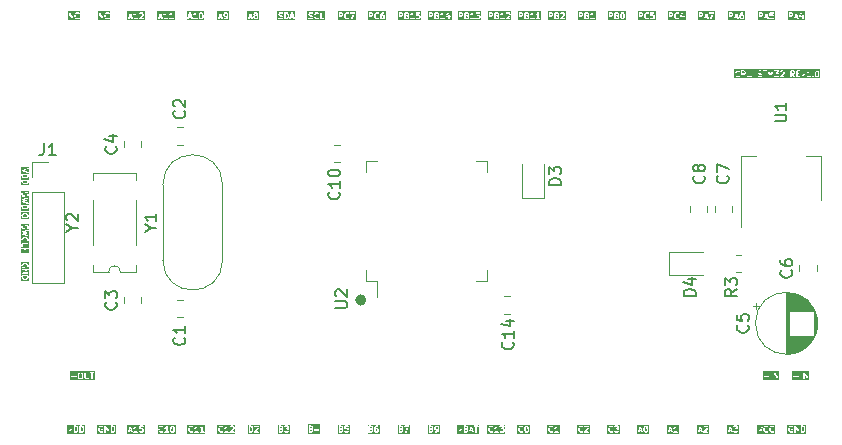
<source format=gbr>
%TF.GenerationSoftware,KiCad,Pcbnew,7.0.9*%
%TF.CreationDate,2024-02-20T11:35:56-03:00*%
%TF.ProjectId,CPU Stm32G431,43505520-5374-46d3-9332-473433312e6b,rev?*%
%TF.SameCoordinates,Original*%
%TF.FileFunction,Legend,Top*%
%TF.FilePolarity,Positive*%
%FSLAX46Y46*%
G04 Gerber Fmt 4.6, Leading zero omitted, Abs format (unit mm)*
G04 Created by KiCad (PCBNEW 7.0.9) date 2024-02-20 11:35:56*
%MOMM*%
%LPD*%
G01*
G04 APERTURE LIST*
%ADD10C,0.500000*%
%ADD11C,0.125000*%
%ADD12C,0.100000*%
%ADD13C,0.150000*%
%ADD14C,0.120000*%
G04 APERTURE END LIST*
D10*
X143223607Y-111000000D02*
G75*
G03*
X143223607Y-111000000I-223607J0D01*
G01*
D11*
G36*
X123518855Y-86976952D02*
G01*
X123454188Y-86976952D01*
X123486521Y-86879952D01*
X123518855Y-86976952D01*
G37*
G36*
X124691878Y-87316238D02*
G01*
X123189133Y-87316238D01*
X123189133Y-87162545D01*
X123260562Y-87162545D01*
X123263954Y-87210260D01*
X123300091Y-87241602D01*
X123347806Y-87238210D01*
X123379148Y-87202073D01*
X123412522Y-87101952D01*
X123560521Y-87101952D01*
X123593895Y-87202073D01*
X123625237Y-87238210D01*
X123672952Y-87241601D01*
X123709089Y-87210259D01*
X123711076Y-87182309D01*
X123733545Y-87182309D01*
X123751851Y-87226503D01*
X123796045Y-87244809D01*
X123938902Y-87244809D01*
X124081759Y-87244809D01*
X124125953Y-87226503D01*
X124144259Y-87182309D01*
X124185925Y-87182309D01*
X124204231Y-87226503D01*
X124248425Y-87244809D01*
X124557949Y-87244809D01*
X124602143Y-87226503D01*
X124620449Y-87182309D01*
X124602143Y-87138115D01*
X124557949Y-87119809D01*
X124399313Y-87119809D01*
X124578333Y-86940789D01*
X124583899Y-86927349D01*
X124593432Y-86916359D01*
X124617242Y-86844930D01*
X124616512Y-86834668D01*
X124620449Y-86825166D01*
X124620449Y-86777547D01*
X124614882Y-86764108D01*
X124613851Y-86749596D01*
X124590040Y-86701977D01*
X124582269Y-86695237D01*
X124578333Y-86685734D01*
X124554524Y-86661925D01*
X124545020Y-86657988D01*
X124538281Y-86650218D01*
X124490662Y-86626408D01*
X124476151Y-86625376D01*
X124462711Y-86619809D01*
X124343663Y-86619809D01*
X124330224Y-86625375D01*
X124315712Y-86626407D01*
X124268093Y-86650218D01*
X124261353Y-86657988D01*
X124251850Y-86661925D01*
X124228041Y-86685734D01*
X124209735Y-86729928D01*
X124228041Y-86774122D01*
X124272235Y-86792428D01*
X124316429Y-86774122D01*
X124333067Y-86757483D01*
X124358416Y-86744809D01*
X124447957Y-86744809D01*
X124473308Y-86757485D01*
X124482774Y-86766951D01*
X124495449Y-86792300D01*
X124495449Y-86815022D01*
X124479511Y-86862834D01*
X124204231Y-87138115D01*
X124185925Y-87182309D01*
X124144259Y-87182309D01*
X124125953Y-87138115D01*
X124081759Y-87119809D01*
X124001402Y-87119809D01*
X124001402Y-86682309D01*
X123998939Y-86676363D01*
X124000188Y-86670051D01*
X123990060Y-86654928D01*
X123983096Y-86638115D01*
X123977151Y-86635652D01*
X123973571Y-86630306D01*
X123955716Y-86626774D01*
X123938902Y-86619809D01*
X123932956Y-86622271D01*
X123926645Y-86621023D01*
X123911522Y-86631149D01*
X123894708Y-86638115D01*
X123892245Y-86644059D01*
X123886899Y-86647640D01*
X123842711Y-86713921D01*
X123806643Y-86749990D01*
X123768095Y-86769264D01*
X123736753Y-86805401D01*
X123740143Y-86853116D01*
X123776280Y-86884458D01*
X123823995Y-86881068D01*
X123871614Y-86857259D01*
X123876402Y-86851738D01*
X123876402Y-87119809D01*
X123796045Y-87119809D01*
X123751851Y-87138115D01*
X123733545Y-87182309D01*
X123711076Y-87182309D01*
X123712481Y-87162544D01*
X123545814Y-86662545D01*
X123542753Y-86659015D01*
X123542422Y-86654358D01*
X123527453Y-86641376D01*
X123514472Y-86626408D01*
X123509814Y-86626076D01*
X123506285Y-86623016D01*
X123486521Y-86624420D01*
X123466757Y-86623016D01*
X123463227Y-86626076D01*
X123458570Y-86626408D01*
X123445588Y-86641376D01*
X123430620Y-86654358D01*
X123430288Y-86659015D01*
X123427228Y-86662545D01*
X123260562Y-87162545D01*
X123189133Y-87162545D01*
X123189133Y-86548380D01*
X124691878Y-86548380D01*
X124691878Y-87316238D01*
G37*
G36*
X119254736Y-87316238D02*
G01*
X118177354Y-87316238D01*
X118177354Y-87182309D01*
X118248783Y-87182309D01*
X118267089Y-87226503D01*
X118311283Y-87244809D01*
X118355477Y-87226503D01*
X118373783Y-87182309D01*
X118373783Y-86917656D01*
X118542732Y-87213317D01*
X118549517Y-87218572D01*
X118552803Y-87226503D01*
X118567757Y-87232697D01*
X118580552Y-87242606D01*
X118589065Y-87241523D01*
X118596997Y-87244809D01*
X118611951Y-87238614D01*
X118628005Y-87236574D01*
X118633260Y-87229788D01*
X118641191Y-87226503D01*
X118647385Y-87211547D01*
X118657294Y-87198753D01*
X118656211Y-87190239D01*
X118659497Y-87182309D01*
X118659497Y-86968023D01*
X118748784Y-86968023D01*
X118751816Y-86975343D01*
X118750650Y-86983181D01*
X118774459Y-87078419D01*
X118778688Y-87084127D01*
X118779192Y-87091212D01*
X118803002Y-87138831D01*
X118810771Y-87145569D01*
X118814708Y-87155074D01*
X118862327Y-87202694D01*
X118875768Y-87208261D01*
X118886758Y-87217793D01*
X118958186Y-87241602D01*
X118968446Y-87240872D01*
X118977950Y-87244809D01*
X119025569Y-87244809D01*
X119035072Y-87240872D01*
X119045333Y-87241602D01*
X119116762Y-87217793D01*
X119127753Y-87208260D01*
X119141193Y-87202693D01*
X119165002Y-87178883D01*
X119183307Y-87134688D01*
X119165000Y-87090495D01*
X119120806Y-87072190D01*
X119076612Y-87090497D01*
X119063236Y-87103872D01*
X119015426Y-87119809D01*
X118988093Y-87119809D01*
X118940284Y-87103873D01*
X118910268Y-87073856D01*
X118894063Y-87041448D01*
X118873784Y-86960329D01*
X118873784Y-86904288D01*
X118894063Y-86823169D01*
X118910269Y-86790759D01*
X118940282Y-86760746D01*
X118988094Y-86744809D01*
X119015426Y-86744809D01*
X119063237Y-86760746D01*
X119076613Y-86774122D01*
X119120807Y-86792428D01*
X119165001Y-86774122D01*
X119183307Y-86729928D01*
X119165001Y-86685734D01*
X119141192Y-86661925D01*
X119127753Y-86656358D01*
X119116763Y-86646826D01*
X119045333Y-86623016D01*
X119035071Y-86623745D01*
X119025569Y-86619809D01*
X118977950Y-86619809D01*
X118968447Y-86623745D01*
X118958185Y-86623016D01*
X118886757Y-86646826D01*
X118875765Y-86656359D01*
X118862328Y-86661925D01*
X118814709Y-86709544D01*
X118810772Y-86719047D01*
X118803002Y-86725787D01*
X118779192Y-86773406D01*
X118778688Y-86780490D01*
X118774459Y-86786199D01*
X118750650Y-86881437D01*
X118751816Y-86889274D01*
X118748784Y-86896595D01*
X118748784Y-86968023D01*
X118659497Y-86968023D01*
X118659497Y-86682309D01*
X118641191Y-86638115D01*
X118596997Y-86619809D01*
X118552803Y-86638115D01*
X118534497Y-86682309D01*
X118534497Y-86946961D01*
X118365548Y-86651300D01*
X118358761Y-86646044D01*
X118355477Y-86638115D01*
X118340523Y-86631921D01*
X118327728Y-86622012D01*
X118319214Y-86623094D01*
X118311283Y-86619809D01*
X118296329Y-86626003D01*
X118280274Y-86628044D01*
X118275018Y-86634830D01*
X118267089Y-86638115D01*
X118260895Y-86653068D01*
X118250986Y-86665864D01*
X118252068Y-86674377D01*
X118248783Y-86682309D01*
X118248783Y-87182309D01*
X118177354Y-87182309D01*
X118177354Y-86548380D01*
X119254736Y-86548380D01*
X119254736Y-87316238D01*
G37*
G36*
X151964189Y-121998842D02*
G01*
X151970393Y-122005045D01*
X151983068Y-122030395D01*
X151983068Y-122072317D01*
X151970392Y-122097668D01*
X151960928Y-122107133D01*
X151935576Y-122119809D01*
X151822354Y-122119809D01*
X151822354Y-121982904D01*
X151916377Y-121982904D01*
X151964189Y-121998842D01*
G37*
G36*
X151937118Y-121757485D02*
G01*
X151946584Y-121766951D01*
X151959259Y-121792300D01*
X151959259Y-121810412D01*
X151946583Y-121835762D01*
X151937118Y-121845228D01*
X151911767Y-121857904D01*
X151822354Y-121857904D01*
X151822354Y-121744809D01*
X151911767Y-121744809D01*
X151937118Y-121757485D01*
G37*
G36*
X152387426Y-121976952D02*
G01*
X152322759Y-121976952D01*
X152355092Y-121879952D01*
X152387426Y-121976952D01*
G37*
G36*
X153036640Y-122316238D02*
G01*
X151129133Y-122316238D01*
X151129133Y-121702073D01*
X151200562Y-121702073D01*
X151367228Y-122202073D01*
X151370288Y-122205602D01*
X151370620Y-122210260D01*
X151385588Y-122223241D01*
X151398570Y-122238210D01*
X151403227Y-122238541D01*
X151406757Y-122241602D01*
X151426521Y-122240197D01*
X151446285Y-122241602D01*
X151449814Y-122238541D01*
X151454472Y-122238210D01*
X151467453Y-122223241D01*
X151482422Y-122210260D01*
X151482753Y-122205602D01*
X151485814Y-122202073D01*
X151492402Y-122182309D01*
X151697354Y-122182309D01*
X151715660Y-122226503D01*
X151759854Y-122244809D01*
X151950330Y-122244809D01*
X151963770Y-122239241D01*
X151978280Y-122238211D01*
X152025899Y-122214402D01*
X152032639Y-122206630D01*
X152042143Y-122202694D01*
X152065953Y-122178884D01*
X152069889Y-122169380D01*
X152077661Y-122162640D01*
X152077709Y-122162545D01*
X152129133Y-122162545D01*
X152132525Y-122210260D01*
X152168662Y-122241602D01*
X152216377Y-122238210D01*
X152247719Y-122202073D01*
X152281093Y-122101952D01*
X152429092Y-122101952D01*
X152462466Y-122202073D01*
X152493808Y-122238210D01*
X152541523Y-122241601D01*
X152577660Y-122210259D01*
X152581052Y-122162544D01*
X152420973Y-121682309D01*
X152554497Y-121682309D01*
X152572803Y-121726503D01*
X152616997Y-121744809D01*
X152697354Y-121744809D01*
X152697354Y-122182309D01*
X152715660Y-122226503D01*
X152759854Y-122244809D01*
X152804048Y-122226503D01*
X152822354Y-122182309D01*
X152822354Y-121744809D01*
X152902711Y-121744809D01*
X152946905Y-121726503D01*
X152965211Y-121682309D01*
X152946905Y-121638115D01*
X152902711Y-121619809D01*
X152616997Y-121619809D01*
X152572803Y-121638115D01*
X152554497Y-121682309D01*
X152420973Y-121682309D01*
X152414385Y-121662545D01*
X152411324Y-121659015D01*
X152410993Y-121654358D01*
X152396024Y-121641376D01*
X152383043Y-121626408D01*
X152378385Y-121626076D01*
X152374856Y-121623016D01*
X152355092Y-121624420D01*
X152335328Y-121623016D01*
X152331798Y-121626076D01*
X152327141Y-121626408D01*
X152314159Y-121641376D01*
X152299191Y-121654358D01*
X152298859Y-121659015D01*
X152295799Y-121662545D01*
X152129133Y-122162545D01*
X152077709Y-122162545D01*
X152101470Y-122115022D01*
X152102500Y-122100510D01*
X152108068Y-122087071D01*
X152108068Y-122015642D01*
X152102500Y-122002202D01*
X152101470Y-121987691D01*
X152077661Y-121940073D01*
X152069889Y-121933332D01*
X152065952Y-121923828D01*
X152047964Y-121905840D01*
X152053850Y-121900736D01*
X152077661Y-121853117D01*
X152078692Y-121838604D01*
X152084259Y-121825166D01*
X152084259Y-121777547D01*
X152078692Y-121764108D01*
X152077661Y-121749596D01*
X152053850Y-121701977D01*
X152046079Y-121695237D01*
X152042143Y-121685734D01*
X152018334Y-121661925D01*
X152008830Y-121657988D01*
X152002091Y-121650218D01*
X151954472Y-121626408D01*
X151939961Y-121625376D01*
X151926521Y-121619809D01*
X151759854Y-121619809D01*
X151715660Y-121638115D01*
X151697354Y-121682309D01*
X151697354Y-122182309D01*
X151492402Y-122182309D01*
X151652481Y-121702074D01*
X151649089Y-121654359D01*
X151612952Y-121623017D01*
X151565237Y-121626408D01*
X151533895Y-121662545D01*
X151426521Y-121984665D01*
X151319148Y-121662545D01*
X151287806Y-121626408D01*
X151240091Y-121623016D01*
X151203954Y-121654358D01*
X151200562Y-121702073D01*
X151129133Y-121702073D01*
X151129133Y-121548380D01*
X153036640Y-121548380D01*
X153036640Y-122316238D01*
G37*
G36*
X143905618Y-121998842D02*
G01*
X143911822Y-122005045D01*
X143924497Y-122030395D01*
X143924497Y-122072317D01*
X143911821Y-122097668D01*
X143902357Y-122107133D01*
X143877005Y-122119809D01*
X143763783Y-122119809D01*
X143763783Y-121982904D01*
X143857806Y-121982904D01*
X143905618Y-121998842D01*
G37*
G36*
X143878547Y-121757485D02*
G01*
X143888013Y-121766951D01*
X143900688Y-121792300D01*
X143900688Y-121810412D01*
X143888012Y-121835762D01*
X143878547Y-121845228D01*
X143853196Y-121857904D01*
X143763783Y-121857904D01*
X143763783Y-121744809D01*
X143853196Y-121744809D01*
X143878547Y-121757485D01*
G37*
G36*
X144378547Y-121947961D02*
G01*
X144388013Y-121957427D01*
X144400688Y-121982776D01*
X144400688Y-122072317D01*
X144388012Y-122097667D01*
X144378547Y-122107133D01*
X144353196Y-122119809D01*
X144287466Y-122119809D01*
X144262114Y-122107133D01*
X144252650Y-122097669D01*
X144239974Y-122072317D01*
X144239974Y-121982777D01*
X144252649Y-121957425D01*
X144262115Y-121947960D01*
X144287465Y-121935285D01*
X144353196Y-121935285D01*
X144378547Y-121947961D01*
G37*
G36*
X144597117Y-122316238D02*
G01*
X143567354Y-122316238D01*
X143567354Y-122182309D01*
X143638783Y-122182309D01*
X143657089Y-122226503D01*
X143701283Y-122244809D01*
X143891759Y-122244809D01*
X143905199Y-122239241D01*
X143919709Y-122238211D01*
X143967328Y-122214402D01*
X143974068Y-122206630D01*
X143983572Y-122202694D01*
X144007382Y-122178884D01*
X144011318Y-122169380D01*
X144019090Y-122162640D01*
X144042899Y-122115022D01*
X144043929Y-122100510D01*
X144049497Y-122087071D01*
X144114974Y-122087071D01*
X144120541Y-122100511D01*
X144121572Y-122115021D01*
X144145381Y-122162640D01*
X144153152Y-122169380D01*
X144157089Y-122178884D01*
X144180899Y-122202694D01*
X144190402Y-122206630D01*
X144197143Y-122214402D01*
X144244761Y-122238211D01*
X144259272Y-122239241D01*
X144272712Y-122244809D01*
X144367950Y-122244809D01*
X144381390Y-122239241D01*
X144395900Y-122238211D01*
X144443519Y-122214402D01*
X144450259Y-122206630D01*
X144459764Y-122202693D01*
X144483573Y-122178883D01*
X144487509Y-122169379D01*
X144495279Y-122162641D01*
X144519090Y-122115022D01*
X144520121Y-122100509D01*
X144525688Y-122087071D01*
X144525688Y-121968023D01*
X144520121Y-121954584D01*
X144519090Y-121940072D01*
X144495279Y-121892453D01*
X144487508Y-121885713D01*
X144483572Y-121876210D01*
X144459763Y-121852401D01*
X144450259Y-121848464D01*
X144443520Y-121840694D01*
X144395901Y-121816884D01*
X144381390Y-121815852D01*
X144367950Y-121810285D01*
X144272712Y-121810285D01*
X144269581Y-121811581D01*
X144297470Y-121769747D01*
X144309734Y-121757484D01*
X144335084Y-121744809D01*
X144415569Y-121744809D01*
X144459763Y-121726503D01*
X144478069Y-121682309D01*
X144459763Y-121638115D01*
X144415569Y-121619809D01*
X144320331Y-121619809D01*
X144306892Y-121625375D01*
X144292380Y-121626407D01*
X144244761Y-121650218D01*
X144238022Y-121657987D01*
X144228519Y-121661924D01*
X144204709Y-121685733D01*
X144202246Y-121691678D01*
X144196899Y-121695259D01*
X144149280Y-121766688D01*
X144147158Y-121777413D01*
X144140649Y-121786199D01*
X144116840Y-121881437D01*
X144118006Y-121889274D01*
X144114974Y-121896595D01*
X144114974Y-122087071D01*
X144049497Y-122087071D01*
X144049497Y-122015642D01*
X144043929Y-122002202D01*
X144042899Y-121987691D01*
X144019090Y-121940073D01*
X144011318Y-121933332D01*
X144007381Y-121923828D01*
X143989393Y-121905840D01*
X143995279Y-121900736D01*
X144019090Y-121853117D01*
X144020121Y-121838604D01*
X144025688Y-121825166D01*
X144025688Y-121777547D01*
X144020121Y-121764108D01*
X144019090Y-121749596D01*
X143995279Y-121701977D01*
X143987508Y-121695237D01*
X143983572Y-121685734D01*
X143959763Y-121661925D01*
X143950259Y-121657988D01*
X143943520Y-121650218D01*
X143895901Y-121626408D01*
X143881390Y-121625376D01*
X143867950Y-121619809D01*
X143701283Y-121619809D01*
X143657089Y-121638115D01*
X143638783Y-121682309D01*
X143638783Y-122182309D01*
X143567354Y-122182309D01*
X143567354Y-121548380D01*
X144597117Y-121548380D01*
X144597117Y-122316238D01*
G37*
G36*
X155243307Y-122316238D02*
G01*
X153713545Y-122316238D01*
X153713545Y-121968023D01*
X153784974Y-121968023D01*
X153788006Y-121975343D01*
X153786840Y-121983181D01*
X153810649Y-122078419D01*
X153814878Y-122084127D01*
X153815382Y-122091212D01*
X153839192Y-122138831D01*
X153846961Y-122145569D01*
X153850898Y-122155074D01*
X153898517Y-122202694D01*
X153911958Y-122208261D01*
X153922948Y-122217793D01*
X153994376Y-122241602D01*
X154004636Y-122240872D01*
X154014140Y-122244809D01*
X154061759Y-122244809D01*
X154071262Y-122240872D01*
X154081523Y-122241602D01*
X154152952Y-122217793D01*
X154163943Y-122208260D01*
X154177383Y-122202693D01*
X154197766Y-122182309D01*
X154284974Y-122182309D01*
X154303280Y-122226503D01*
X154347474Y-122244809D01*
X154490331Y-122244809D01*
X154633188Y-122244809D01*
X154677382Y-122226503D01*
X154695688Y-122182309D01*
X154677382Y-122138115D01*
X154669113Y-122134690D01*
X154737354Y-122134690D01*
X154755660Y-122178884D01*
X154779470Y-122202694D01*
X154788973Y-122206630D01*
X154795714Y-122214402D01*
X154843332Y-122238211D01*
X154857843Y-122239241D01*
X154871283Y-122244809D01*
X155014140Y-122244809D01*
X155027580Y-122239241D01*
X155042090Y-122238211D01*
X155089709Y-122214402D01*
X155096449Y-122206630D01*
X155105954Y-122202693D01*
X155129763Y-122178883D01*
X155133699Y-122169379D01*
X155141469Y-122162641D01*
X155165280Y-122115022D01*
X155166311Y-122100509D01*
X155171878Y-122087071D01*
X155171878Y-121968023D01*
X155166311Y-121954584D01*
X155165280Y-121940072D01*
X155141469Y-121892453D01*
X155133698Y-121885713D01*
X155129762Y-121876210D01*
X155105953Y-121852401D01*
X155096449Y-121848464D01*
X155089710Y-121840694D01*
X155064756Y-121828216D01*
X155156414Y-121723465D01*
X155163459Y-121702632D01*
X155171878Y-121682309D01*
X155171027Y-121680255D01*
X155171739Y-121678152D01*
X155161989Y-121658436D01*
X155153572Y-121638115D01*
X155151520Y-121637265D01*
X155150535Y-121635273D01*
X155129699Y-121628226D01*
X155109378Y-121619809D01*
X154799854Y-121619809D01*
X154755660Y-121638115D01*
X154737354Y-121682309D01*
X154755660Y-121726503D01*
X154799854Y-121744809D01*
X154971642Y-121744809D01*
X154895675Y-121831628D01*
X154888628Y-121852463D01*
X154880211Y-121872785D01*
X154881061Y-121874838D01*
X154880350Y-121876942D01*
X154890099Y-121896657D01*
X154898517Y-121916979D01*
X154900568Y-121917828D01*
X154901554Y-121919821D01*
X154922389Y-121926867D01*
X154942711Y-121935285D01*
X154999386Y-121935285D01*
X155024737Y-121947961D01*
X155034203Y-121957427D01*
X155046878Y-121982776D01*
X155046878Y-122072317D01*
X155034202Y-122097667D01*
X155024737Y-122107133D01*
X154999386Y-122119809D01*
X154886037Y-122119809D01*
X154860685Y-122107133D01*
X154844048Y-122090496D01*
X154799854Y-122072190D01*
X154755660Y-122090496D01*
X154737354Y-122134690D01*
X154669113Y-122134690D01*
X154633188Y-122119809D01*
X154552831Y-122119809D01*
X154552831Y-121682309D01*
X154550368Y-121676363D01*
X154551617Y-121670051D01*
X154541489Y-121654928D01*
X154534525Y-121638115D01*
X154528580Y-121635652D01*
X154525000Y-121630306D01*
X154507145Y-121626774D01*
X154490331Y-121619809D01*
X154484385Y-121622271D01*
X154478074Y-121621023D01*
X154462951Y-121631149D01*
X154446137Y-121638115D01*
X154443674Y-121644059D01*
X154438328Y-121647640D01*
X154394140Y-121713921D01*
X154358072Y-121749990D01*
X154319524Y-121769264D01*
X154288182Y-121805401D01*
X154291572Y-121853116D01*
X154327709Y-121884458D01*
X154375424Y-121881068D01*
X154423043Y-121857259D01*
X154427831Y-121851738D01*
X154427831Y-122119809D01*
X154347474Y-122119809D01*
X154303280Y-122138115D01*
X154284974Y-122182309D01*
X154197766Y-122182309D01*
X154201192Y-122178883D01*
X154219497Y-122134688D01*
X154201190Y-122090495D01*
X154156996Y-122072190D01*
X154112802Y-122090497D01*
X154099426Y-122103872D01*
X154051616Y-122119809D01*
X154024283Y-122119809D01*
X153976474Y-122103873D01*
X153946458Y-122073856D01*
X153930253Y-122041448D01*
X153909974Y-121960329D01*
X153909974Y-121904288D01*
X153930253Y-121823169D01*
X153946459Y-121790759D01*
X153976472Y-121760746D01*
X154024284Y-121744809D01*
X154051616Y-121744809D01*
X154099427Y-121760746D01*
X154112803Y-121774122D01*
X154156997Y-121792428D01*
X154201191Y-121774122D01*
X154219497Y-121729928D01*
X154201191Y-121685734D01*
X154177382Y-121661925D01*
X154163943Y-121656358D01*
X154152953Y-121646826D01*
X154081523Y-121623016D01*
X154071261Y-121623745D01*
X154061759Y-121619809D01*
X154014140Y-121619809D01*
X154004637Y-121623745D01*
X153994375Y-121623016D01*
X153922947Y-121646826D01*
X153911955Y-121656359D01*
X153898518Y-121661925D01*
X153850899Y-121709544D01*
X153846962Y-121719047D01*
X153839192Y-121725787D01*
X153815382Y-121773406D01*
X153814878Y-121780490D01*
X153810649Y-121786199D01*
X153786840Y-121881437D01*
X153788006Y-121889274D01*
X153784974Y-121896595D01*
X153784974Y-121968023D01*
X153713545Y-121968023D01*
X153713545Y-121548380D01*
X155243307Y-121548380D01*
X155243307Y-122316238D01*
G37*
G36*
X169238855Y-121976952D02*
G01*
X169174188Y-121976952D01*
X169206521Y-121879952D01*
X169238855Y-121976952D01*
G37*
G36*
X169935688Y-122316238D02*
G01*
X168909133Y-122316238D01*
X168909133Y-122162545D01*
X168980562Y-122162545D01*
X168983954Y-122210260D01*
X169020091Y-122241602D01*
X169067806Y-122238210D01*
X169099148Y-122202073D01*
X169132522Y-122101952D01*
X169280521Y-122101952D01*
X169313895Y-122202073D01*
X169345237Y-122238210D01*
X169392952Y-122241601D01*
X169429089Y-122210259D01*
X169431076Y-122182309D01*
X169453545Y-122182309D01*
X169471851Y-122226503D01*
X169516045Y-122244809D01*
X169658902Y-122244809D01*
X169801759Y-122244809D01*
X169845953Y-122226503D01*
X169864259Y-122182309D01*
X169845953Y-122138115D01*
X169801759Y-122119809D01*
X169721402Y-122119809D01*
X169721402Y-121682309D01*
X169718939Y-121676363D01*
X169720188Y-121670051D01*
X169710060Y-121654928D01*
X169703096Y-121638115D01*
X169697151Y-121635652D01*
X169693571Y-121630306D01*
X169675716Y-121626774D01*
X169658902Y-121619809D01*
X169652956Y-121622271D01*
X169646645Y-121621023D01*
X169631522Y-121631149D01*
X169614708Y-121638115D01*
X169612245Y-121644059D01*
X169606899Y-121647640D01*
X169562711Y-121713921D01*
X169526643Y-121749990D01*
X169488095Y-121769264D01*
X169456753Y-121805401D01*
X169460143Y-121853116D01*
X169496280Y-121884458D01*
X169543995Y-121881068D01*
X169591614Y-121857259D01*
X169596402Y-121851738D01*
X169596402Y-122119809D01*
X169516045Y-122119809D01*
X169471851Y-122138115D01*
X169453545Y-122182309D01*
X169431076Y-122182309D01*
X169432481Y-122162544D01*
X169265814Y-121662545D01*
X169262753Y-121659015D01*
X169262422Y-121654358D01*
X169247453Y-121641376D01*
X169234472Y-121626408D01*
X169229814Y-121626076D01*
X169226285Y-121623016D01*
X169206521Y-121624420D01*
X169186757Y-121623016D01*
X169183227Y-121626076D01*
X169178570Y-121626408D01*
X169165588Y-121641376D01*
X169150620Y-121654358D01*
X169150288Y-121659015D01*
X169147228Y-121662545D01*
X168980562Y-122162545D01*
X168909133Y-122162545D01*
X168909133Y-121548380D01*
X169935688Y-121548380D01*
X169935688Y-122316238D01*
G37*
G36*
X146452357Y-86757485D02*
G01*
X146461822Y-86766950D01*
X146474497Y-86792300D01*
X146474497Y-86834222D01*
X146461822Y-86859572D01*
X146452357Y-86869037D01*
X146427005Y-86881714D01*
X146313783Y-86881714D01*
X146313783Y-86744809D01*
X146427005Y-86744809D01*
X146452357Y-86757485D01*
G37*
G36*
X146955618Y-86998842D02*
G01*
X146961822Y-87005045D01*
X146974497Y-87030395D01*
X146974497Y-87072317D01*
X146961821Y-87097668D01*
X146952357Y-87107133D01*
X146927005Y-87119809D01*
X146813783Y-87119809D01*
X146813783Y-86982904D01*
X146907806Y-86982904D01*
X146955618Y-86998842D01*
G37*
G36*
X146928547Y-86757485D02*
G01*
X146938013Y-86766951D01*
X146950688Y-86792300D01*
X146950688Y-86810412D01*
X146938012Y-86835762D01*
X146928547Y-86845228D01*
X146903196Y-86857904D01*
X146813783Y-86857904D01*
X146813783Y-86744809D01*
X146903196Y-86744809D01*
X146928547Y-86757485D01*
G37*
G36*
X148123307Y-87316238D02*
G01*
X146117354Y-87316238D01*
X146117354Y-87182309D01*
X146188783Y-87182309D01*
X146207089Y-87226503D01*
X146251283Y-87244809D01*
X146295477Y-87226503D01*
X146313783Y-87182309D01*
X146688783Y-87182309D01*
X146707089Y-87226503D01*
X146751283Y-87244809D01*
X146941759Y-87244809D01*
X146955199Y-87239241D01*
X146969709Y-87238211D01*
X147017328Y-87214402D01*
X147024068Y-87206630D01*
X147033572Y-87202694D01*
X147053957Y-87182309D01*
X147164974Y-87182309D01*
X147183280Y-87226503D01*
X147227474Y-87244809D01*
X147370331Y-87244809D01*
X147513188Y-87244809D01*
X147557382Y-87226503D01*
X147575688Y-87182309D01*
X147557382Y-87138115D01*
X147549111Y-87134689D01*
X147641164Y-87134689D01*
X147659469Y-87178883D01*
X147683278Y-87202693D01*
X147692782Y-87206630D01*
X147699523Y-87214402D01*
X147747141Y-87238211D01*
X147761652Y-87239241D01*
X147775092Y-87244809D01*
X147894140Y-87244809D01*
X147907580Y-87239241D01*
X147922090Y-87238211D01*
X147969709Y-87214402D01*
X147976449Y-87206630D01*
X147985954Y-87202693D01*
X148009763Y-87178883D01*
X148013699Y-87169379D01*
X148021469Y-87162641D01*
X148045280Y-87115022D01*
X148046311Y-87100509D01*
X148051878Y-87087071D01*
X148051878Y-86968023D01*
X148046311Y-86954584D01*
X148045280Y-86940072D01*
X148021469Y-86892453D01*
X148013698Y-86885713D01*
X148009762Y-86876210D01*
X147985953Y-86852401D01*
X147976449Y-86848464D01*
X147969710Y-86840694D01*
X147922091Y-86816884D01*
X147907580Y-86815852D01*
X147894140Y-86810285D01*
X147777488Y-86810285D01*
X147784035Y-86744809D01*
X147965568Y-86744809D01*
X148009762Y-86726503D01*
X148028068Y-86682309D01*
X148009762Y-86638115D01*
X147965568Y-86619809D01*
X147727473Y-86619809D01*
X147708032Y-86627861D01*
X147687896Y-86633937D01*
X147686333Y-86636849D01*
X147683279Y-86638115D01*
X147675227Y-86657553D01*
X147665283Y-86676091D01*
X147641474Y-86914185D01*
X147642428Y-86917350D01*
X147641164Y-86920404D01*
X147649215Y-86939840D01*
X147655292Y-86959981D01*
X147658204Y-86961543D01*
X147659470Y-86964598D01*
X147678906Y-86972648D01*
X147697445Y-86982594D01*
X147700610Y-86981639D01*
X147703664Y-86982904D01*
X147723100Y-86974852D01*
X147743241Y-86968776D01*
X147744803Y-86965863D01*
X147747858Y-86964598D01*
X147764496Y-86947959D01*
X147789845Y-86935285D01*
X147879386Y-86935285D01*
X147904737Y-86947961D01*
X147914203Y-86957427D01*
X147926878Y-86982776D01*
X147926878Y-87072317D01*
X147914202Y-87097667D01*
X147904737Y-87107133D01*
X147879386Y-87119809D01*
X147789846Y-87119809D01*
X147764495Y-87107134D01*
X147747859Y-87090497D01*
X147703665Y-87072190D01*
X147659471Y-87090495D01*
X147641164Y-87134689D01*
X147549111Y-87134689D01*
X147513188Y-87119809D01*
X147432831Y-87119809D01*
X147432831Y-86682309D01*
X147430368Y-86676363D01*
X147431617Y-86670051D01*
X147421489Y-86654928D01*
X147414525Y-86638115D01*
X147408580Y-86635652D01*
X147405000Y-86630306D01*
X147387145Y-86626774D01*
X147370331Y-86619809D01*
X147364385Y-86622271D01*
X147358074Y-86621023D01*
X147342951Y-86631149D01*
X147326137Y-86638115D01*
X147323674Y-86644059D01*
X147318328Y-86647640D01*
X147274140Y-86713921D01*
X147238072Y-86749990D01*
X147199524Y-86769264D01*
X147168182Y-86805401D01*
X147171572Y-86853116D01*
X147207709Y-86884458D01*
X147255424Y-86881068D01*
X147303043Y-86857259D01*
X147307831Y-86851738D01*
X147307831Y-87119809D01*
X147227474Y-87119809D01*
X147183280Y-87138115D01*
X147164974Y-87182309D01*
X147053957Y-87182309D01*
X147057382Y-87178884D01*
X147061318Y-87169380D01*
X147069090Y-87162640D01*
X147092899Y-87115022D01*
X147093929Y-87100510D01*
X147099497Y-87087071D01*
X147099497Y-87015642D01*
X147093929Y-87002202D01*
X147092899Y-86987691D01*
X147069090Y-86940073D01*
X147061318Y-86933332D01*
X147057381Y-86923828D01*
X147039393Y-86905840D01*
X147045279Y-86900736D01*
X147069090Y-86853117D01*
X147070121Y-86838604D01*
X147075688Y-86825166D01*
X147075688Y-86777547D01*
X147070121Y-86764108D01*
X147069090Y-86749596D01*
X147045279Y-86701977D01*
X147037508Y-86695237D01*
X147033572Y-86685734D01*
X147009763Y-86661925D01*
X147000259Y-86657988D01*
X146993520Y-86650218D01*
X146945901Y-86626408D01*
X146931390Y-86625376D01*
X146917950Y-86619809D01*
X146751283Y-86619809D01*
X146707089Y-86638115D01*
X146688783Y-86682309D01*
X146688783Y-87182309D01*
X146313783Y-87182309D01*
X146313783Y-87006714D01*
X146441759Y-87006714D01*
X146455199Y-87001146D01*
X146469710Y-87000115D01*
X146517329Y-86976305D01*
X146524067Y-86968535D01*
X146533571Y-86964599D01*
X146557381Y-86940790D01*
X146561318Y-86931285D01*
X146569090Y-86924545D01*
X146592899Y-86876927D01*
X146593929Y-86862415D01*
X146599497Y-86848976D01*
X146599497Y-86777547D01*
X146593929Y-86764107D01*
X146592899Y-86749596D01*
X146569090Y-86701978D01*
X146561318Y-86695237D01*
X146557381Y-86685733D01*
X146533571Y-86661924D01*
X146524067Y-86657987D01*
X146517329Y-86650218D01*
X146469710Y-86626408D01*
X146455199Y-86625376D01*
X146441759Y-86619809D01*
X146251283Y-86619809D01*
X146207089Y-86638115D01*
X146188783Y-86682309D01*
X146188783Y-87182309D01*
X146117354Y-87182309D01*
X146117354Y-86548380D01*
X148123307Y-86548380D01*
X148123307Y-87316238D01*
G37*
D12*
G36*
X114719399Y-103765698D02*
G01*
X114751488Y-103797787D01*
X114766390Y-103827591D01*
X114766390Y-103899222D01*
X114751488Y-103929026D01*
X114719398Y-103961115D01*
X114643568Y-103980074D01*
X114489212Y-103980074D01*
X114413381Y-103961116D01*
X114381292Y-103929027D01*
X114366390Y-103899222D01*
X114366390Y-103827591D01*
X114381292Y-103797786D01*
X114413381Y-103765698D01*
X114489212Y-103746741D01*
X114643568Y-103746741D01*
X114719399Y-103765698D01*
G37*
G36*
X114766390Y-103093388D02*
G01*
X114748878Y-103145921D01*
X114715343Y-103179457D01*
X114679890Y-103197183D01*
X114595949Y-103218169D01*
X114536831Y-103218169D01*
X114452889Y-103197183D01*
X114417437Y-103179458D01*
X114383901Y-103145922D01*
X114366390Y-103093388D01*
X114366390Y-103032455D01*
X114766390Y-103032455D01*
X114766390Y-103093388D01*
G37*
G36*
X114937819Y-104151503D02*
G01*
X114194961Y-104151503D01*
X114194961Y-103911026D01*
X114266390Y-103911026D01*
X114270843Y-103921778D01*
X114271669Y-103933387D01*
X114295479Y-103981006D01*
X114301695Y-103986397D01*
X114304845Y-103994000D01*
X114352463Y-104041619D01*
X114364887Y-104046765D01*
X114375692Y-104054771D01*
X114470930Y-104078581D01*
X114477200Y-104077647D01*
X114483057Y-104080074D01*
X114649723Y-104080074D01*
X114655579Y-104077647D01*
X114661850Y-104078581D01*
X114757088Y-104054771D01*
X114767892Y-104046765D01*
X114780316Y-104041619D01*
X114827935Y-103994001D01*
X114831084Y-103986397D01*
X114837301Y-103981006D01*
X114861111Y-103933387D01*
X114861936Y-103921778D01*
X114866390Y-103911026D01*
X114866390Y-103815788D01*
X114861936Y-103805035D01*
X114861111Y-103793427D01*
X114837301Y-103745808D01*
X114831084Y-103740416D01*
X114827935Y-103732813D01*
X114780316Y-103685195D01*
X114767893Y-103680049D01*
X114757088Y-103672043D01*
X114661850Y-103648234D01*
X114655579Y-103649167D01*
X114649723Y-103646741D01*
X114483057Y-103646741D01*
X114477200Y-103649167D01*
X114470930Y-103648234D01*
X114375692Y-103672043D01*
X114364886Y-103680049D01*
X114352463Y-103685195D01*
X114304845Y-103732814D01*
X114301695Y-103740416D01*
X114295479Y-103745808D01*
X114271669Y-103793427D01*
X114270843Y-103805035D01*
X114266390Y-103815788D01*
X114266390Y-103911026D01*
X114194961Y-103911026D01*
X114194961Y-103482455D01*
X114266390Y-103482455D01*
X114281035Y-103517810D01*
X114316390Y-103532455D01*
X114816390Y-103532455D01*
X114851745Y-103517810D01*
X114866390Y-103482455D01*
X114851745Y-103447100D01*
X114816390Y-103432455D01*
X114316390Y-103432455D01*
X114281035Y-103447100D01*
X114266390Y-103482455D01*
X114194961Y-103482455D01*
X114194961Y-103101503D01*
X114266390Y-103101503D01*
X114269539Y-103109106D01*
X114268956Y-103117315D01*
X114292766Y-103188743D01*
X114300391Y-103197534D01*
X114304845Y-103208286D01*
X114352463Y-103255905D01*
X114360066Y-103259054D01*
X114365458Y-103265271D01*
X114413077Y-103289081D01*
X114418745Y-103289483D01*
X114423311Y-103292867D01*
X114518549Y-103316676D01*
X114524819Y-103315742D01*
X114530676Y-103318169D01*
X114602104Y-103318169D01*
X114607960Y-103315742D01*
X114614231Y-103316676D01*
X114709469Y-103292867D01*
X114714034Y-103289483D01*
X114719703Y-103289081D01*
X114767322Y-103265271D01*
X114772713Y-103259054D01*
X114780316Y-103255905D01*
X114827935Y-103208287D01*
X114832388Y-103197534D01*
X114840014Y-103188743D01*
X114863824Y-103117315D01*
X114863240Y-103109106D01*
X114866390Y-103101503D01*
X114866390Y-102982455D01*
X114851745Y-102947100D01*
X114816390Y-102932455D01*
X114316390Y-102932455D01*
X114281035Y-102947100D01*
X114266390Y-102982455D01*
X114266390Y-103101503D01*
X114194961Y-103101503D01*
X114194961Y-102661350D01*
X114267750Y-102661350D01*
X114269706Y-102673557D01*
X114268078Y-102685814D01*
X114272623Y-102691752D01*
X114273807Y-102699136D01*
X114283823Y-102706384D01*
X114291338Y-102716202D01*
X114298751Y-102717187D01*
X114304809Y-102721571D01*
X114804809Y-102840619D01*
X114842595Y-102834562D01*
X114865030Y-102803560D01*
X114858972Y-102765774D01*
X114827971Y-102743339D01*
X114520733Y-102670186D01*
X114686416Y-102626005D01*
X114691829Y-102621861D01*
X114698584Y-102620964D01*
X114706481Y-102610646D01*
X114716804Y-102602745D01*
X114717701Y-102595987D01*
X114721844Y-102590576D01*
X114720132Y-102577693D01*
X114721844Y-102564810D01*
X114717701Y-102559398D01*
X114716804Y-102552641D01*
X114706481Y-102544739D01*
X114698584Y-102534422D01*
X114691829Y-102533524D01*
X114686416Y-102529381D01*
X114520733Y-102485199D01*
X114827971Y-102412047D01*
X114858972Y-102389612D01*
X114865030Y-102351826D01*
X114842595Y-102320824D01*
X114804809Y-102314767D01*
X114304809Y-102433815D01*
X114298751Y-102438198D01*
X114291338Y-102439184D01*
X114283823Y-102449001D01*
X114273807Y-102456250D01*
X114272623Y-102463633D01*
X114268078Y-102469572D01*
X114269706Y-102481828D01*
X114267750Y-102494036D01*
X114272133Y-102500093D01*
X114273119Y-102507507D01*
X114282936Y-102515021D01*
X114290185Y-102525038D01*
X114297568Y-102526221D01*
X114303507Y-102530767D01*
X114479479Y-102577693D01*
X114303507Y-102624619D01*
X114297568Y-102629164D01*
X114290185Y-102630348D01*
X114282936Y-102640364D01*
X114273119Y-102647879D01*
X114272133Y-102655292D01*
X114267750Y-102661350D01*
X114194961Y-102661350D01*
X114194961Y-102101503D01*
X114266390Y-102101503D01*
X114270843Y-102112255D01*
X114271669Y-102123864D01*
X114295479Y-102171483D01*
X114301695Y-102176874D01*
X114304845Y-102184477D01*
X114328654Y-102208286D01*
X114336256Y-102211435D01*
X114341648Y-102217652D01*
X114389267Y-102241462D01*
X114400875Y-102242287D01*
X114411628Y-102246741D01*
X114459247Y-102246741D01*
X114469999Y-102242287D01*
X114481608Y-102241462D01*
X114529227Y-102217652D01*
X114534617Y-102211436D01*
X114542221Y-102208287D01*
X114566031Y-102184478D01*
X114569180Y-102176874D01*
X114575398Y-102171482D01*
X114599206Y-102123864D01*
X114599608Y-102118195D01*
X114602992Y-102113630D01*
X114625470Y-102023717D01*
X114643197Y-101988263D01*
X114655531Y-101975929D01*
X114685337Y-101961027D01*
X114709348Y-101961027D01*
X114739151Y-101975928D01*
X114751487Y-101988264D01*
X114766390Y-102018068D01*
X114766390Y-102117197D01*
X114745146Y-102180929D01*
X114747859Y-102219101D01*
X114776768Y-102244175D01*
X114814940Y-102241462D01*
X114840014Y-102212553D01*
X114863824Y-102141123D01*
X114863240Y-102132915D01*
X114866390Y-102125312D01*
X114866390Y-102006265D01*
X114861936Y-101995512D01*
X114861111Y-101983904D01*
X114837301Y-101936285D01*
X114831084Y-101930893D01*
X114827936Y-101923292D01*
X114804127Y-101899481D01*
X114796523Y-101896331D01*
X114791131Y-101890114D01*
X114743512Y-101866305D01*
X114731902Y-101865480D01*
X114721152Y-101861027D01*
X114673533Y-101861027D01*
X114662779Y-101865481D01*
X114651172Y-101866306D01*
X114603554Y-101890114D01*
X114598161Y-101896331D01*
X114590558Y-101899481D01*
X114566749Y-101923291D01*
X114563599Y-101930893D01*
X114557382Y-101936286D01*
X114533573Y-101983905D01*
X114533170Y-101989573D01*
X114529788Y-101994138D01*
X114507309Y-102084050D01*
X114489582Y-102119505D01*
X114477247Y-102131838D01*
X114447444Y-102146741D01*
X114423431Y-102146741D01*
X114393626Y-102131838D01*
X114381292Y-102119504D01*
X114366390Y-102089699D01*
X114366390Y-101990569D01*
X114387634Y-101926839D01*
X114384921Y-101888667D01*
X114356012Y-101863593D01*
X114317840Y-101866306D01*
X114292766Y-101895215D01*
X114268956Y-101966643D01*
X114269539Y-101974851D01*
X114266390Y-101982455D01*
X114266390Y-102101503D01*
X114194961Y-102101503D01*
X114194961Y-101789598D01*
X114937819Y-101789598D01*
X114937819Y-104151503D01*
G37*
G36*
X119332361Y-117228511D02*
G01*
X119364450Y-117260600D01*
X119383408Y-117336431D01*
X119383408Y-117490786D01*
X119364450Y-117566617D01*
X119332360Y-117598707D01*
X119302556Y-117613609D01*
X119230926Y-117613609D01*
X119201121Y-117598706D01*
X119169032Y-117566617D01*
X119150075Y-117490787D01*
X119150075Y-117336430D01*
X119169032Y-117260599D01*
X119201121Y-117228510D01*
X119230925Y-117213609D01*
X119302557Y-117213609D01*
X119332361Y-117228511D01*
G37*
G36*
X120507219Y-117785038D02*
G01*
X118383407Y-117785038D01*
X118383407Y-117473133D01*
X118454836Y-117473133D01*
X118469481Y-117508488D01*
X118504836Y-117523133D01*
X118645312Y-117523133D01*
X118645312Y-117663609D01*
X118659957Y-117698964D01*
X118695312Y-117713609D01*
X118730667Y-117698964D01*
X118745312Y-117663609D01*
X118745312Y-117523133D01*
X118885789Y-117523133D01*
X118921144Y-117508488D01*
X118925927Y-117496942D01*
X119050075Y-117496942D01*
X119052501Y-117502798D01*
X119051568Y-117509069D01*
X119075377Y-117604307D01*
X119083382Y-117615110D01*
X119088528Y-117627535D01*
X119136147Y-117675155D01*
X119143750Y-117678304D01*
X119149143Y-117684522D01*
X119196761Y-117708330D01*
X119208368Y-117709154D01*
X119219122Y-117713609D01*
X119314360Y-117713609D01*
X119325110Y-117709155D01*
X119336720Y-117708331D01*
X119384339Y-117684522D01*
X119389731Y-117678304D01*
X119397335Y-117675155D01*
X119444954Y-117627535D01*
X119450099Y-117615110D01*
X119458105Y-117604307D01*
X119467089Y-117568371D01*
X119597694Y-117568371D01*
X119602147Y-117579123D01*
X119602973Y-117590732D01*
X119626783Y-117638351D01*
X119632998Y-117643741D01*
X119636148Y-117651345D01*
X119659957Y-117675155D01*
X119667560Y-117678304D01*
X119672953Y-117684522D01*
X119720571Y-117708330D01*
X119732178Y-117709154D01*
X119742932Y-117713609D01*
X119838170Y-117713609D01*
X119848920Y-117709155D01*
X119860530Y-117708331D01*
X119908149Y-117684522D01*
X119913541Y-117678304D01*
X119921144Y-117675155D01*
X119944954Y-117651346D01*
X119948103Y-117643742D01*
X119954321Y-117638350D01*
X119978129Y-117590732D01*
X119978953Y-117579124D01*
X119983408Y-117568371D01*
X119983408Y-117163609D01*
X120050076Y-117163609D01*
X120064721Y-117198964D01*
X120100076Y-117213609D01*
X120192933Y-117213609D01*
X120192933Y-117663609D01*
X120207578Y-117698964D01*
X120242933Y-117713609D01*
X120278288Y-117698964D01*
X120292933Y-117663609D01*
X120292933Y-117213609D01*
X120385790Y-117213609D01*
X120421145Y-117198964D01*
X120435790Y-117163609D01*
X120421145Y-117128254D01*
X120385790Y-117113609D01*
X120100076Y-117113609D01*
X120064721Y-117128254D01*
X120050076Y-117163609D01*
X119983408Y-117163609D01*
X119968763Y-117128254D01*
X119933408Y-117113609D01*
X119898053Y-117128254D01*
X119883408Y-117163609D01*
X119883408Y-117556567D01*
X119868505Y-117586372D01*
X119856171Y-117598706D01*
X119826366Y-117613609D01*
X119754736Y-117613609D01*
X119724929Y-117598706D01*
X119712596Y-117586371D01*
X119697694Y-117556567D01*
X119697694Y-117163609D01*
X119683049Y-117128254D01*
X119647694Y-117113609D01*
X119612339Y-117128254D01*
X119597694Y-117163609D01*
X119597694Y-117568371D01*
X119467089Y-117568371D01*
X119481915Y-117509069D01*
X119480981Y-117502798D01*
X119483408Y-117496942D01*
X119483408Y-117330276D01*
X119480981Y-117324419D01*
X119481915Y-117318149D01*
X119458105Y-117222911D01*
X119450099Y-117212106D01*
X119444953Y-117199682D01*
X119397334Y-117152064D01*
X119389731Y-117148914D01*
X119384340Y-117142698D01*
X119336721Y-117118888D01*
X119325112Y-117118062D01*
X119314360Y-117113609D01*
X119219122Y-117113609D01*
X119208369Y-117118062D01*
X119196761Y-117118888D01*
X119149142Y-117142698D01*
X119143750Y-117148914D01*
X119136147Y-117152064D01*
X119088529Y-117199683D01*
X119083383Y-117212105D01*
X119075377Y-117222911D01*
X119051568Y-117318149D01*
X119052501Y-117324419D01*
X119050075Y-117330276D01*
X119050075Y-117496942D01*
X118925927Y-117496942D01*
X118935789Y-117473133D01*
X118921144Y-117437778D01*
X118885789Y-117423133D01*
X118745312Y-117423133D01*
X118745312Y-117282657D01*
X118730667Y-117247302D01*
X118695312Y-117232657D01*
X118659957Y-117247302D01*
X118645312Y-117282657D01*
X118645312Y-117423133D01*
X118504836Y-117423133D01*
X118469481Y-117437778D01*
X118454836Y-117473133D01*
X118383407Y-117473133D01*
X118383407Y-117042180D01*
X120507219Y-117042180D01*
X120507219Y-117785038D01*
G37*
D11*
G36*
X171778855Y-121976952D02*
G01*
X171714188Y-121976952D01*
X171746521Y-121879952D01*
X171778855Y-121976952D01*
G37*
G36*
X172475688Y-122316238D02*
G01*
X171449133Y-122316238D01*
X171449133Y-122162545D01*
X171520562Y-122162545D01*
X171523954Y-122210260D01*
X171560091Y-122241602D01*
X171607806Y-122238210D01*
X171639148Y-122202073D01*
X171672522Y-122101952D01*
X171820521Y-122101952D01*
X171853895Y-122202073D01*
X171885237Y-122238210D01*
X171932952Y-122241601D01*
X171969089Y-122210259D01*
X171970879Y-122185072D01*
X171988041Y-122226503D01*
X172032235Y-122244809D01*
X172341759Y-122244809D01*
X172385953Y-122226503D01*
X172404259Y-122182309D01*
X172385953Y-122138115D01*
X172341759Y-122119809D01*
X172183123Y-122119809D01*
X172362143Y-121940789D01*
X172367709Y-121927349D01*
X172377242Y-121916359D01*
X172401052Y-121844930D01*
X172400322Y-121834668D01*
X172404259Y-121825166D01*
X172404259Y-121777547D01*
X172398692Y-121764108D01*
X172397661Y-121749596D01*
X172373850Y-121701977D01*
X172366079Y-121695237D01*
X172362143Y-121685734D01*
X172338334Y-121661925D01*
X172328830Y-121657988D01*
X172322091Y-121650218D01*
X172274472Y-121626408D01*
X172259961Y-121625376D01*
X172246521Y-121619809D01*
X172127473Y-121619809D01*
X172114034Y-121625375D01*
X172099522Y-121626407D01*
X172051903Y-121650218D01*
X172045163Y-121657988D01*
X172035660Y-121661925D01*
X172011851Y-121685734D01*
X171993545Y-121729928D01*
X172011851Y-121774122D01*
X172056045Y-121792428D01*
X172100239Y-121774122D01*
X172116877Y-121757483D01*
X172142226Y-121744809D01*
X172231767Y-121744809D01*
X172257118Y-121757485D01*
X172266584Y-121766951D01*
X172279259Y-121792300D01*
X172279259Y-121815022D01*
X172263321Y-121862834D01*
X171988041Y-122138115D01*
X171971353Y-122178401D01*
X171972481Y-122162544D01*
X171805814Y-121662545D01*
X171802753Y-121659015D01*
X171802422Y-121654358D01*
X171787453Y-121641376D01*
X171774472Y-121626408D01*
X171769814Y-121626076D01*
X171766285Y-121623016D01*
X171746521Y-121624420D01*
X171726757Y-121623016D01*
X171723227Y-121626076D01*
X171718570Y-121626408D01*
X171705588Y-121641376D01*
X171690620Y-121654358D01*
X171690288Y-121659015D01*
X171687228Y-121662545D01*
X171520562Y-122162545D01*
X171449133Y-122162545D01*
X171449133Y-121548380D01*
X172475688Y-121548380D01*
X172475688Y-122316238D01*
G37*
G36*
X157064738Y-121757485D02*
G01*
X157074203Y-121766950D01*
X157090407Y-121799359D01*
X157110688Y-121880480D01*
X157110688Y-121984137D01*
X157090407Y-122065258D01*
X157074202Y-122097668D01*
X157064738Y-122107133D01*
X157039386Y-122119809D01*
X157021275Y-122119809D01*
X156995924Y-122107134D01*
X156986459Y-122097669D01*
X156970253Y-122065258D01*
X156949974Y-121984139D01*
X156949974Y-121880478D01*
X156970253Y-121799359D01*
X156986459Y-121766949D01*
X156995925Y-121757483D01*
X157021274Y-121744809D01*
X157039386Y-121744809D01*
X157064738Y-121757485D01*
G37*
G36*
X157307117Y-122316238D02*
G01*
X156253545Y-122316238D01*
X156253545Y-121968023D01*
X156324974Y-121968023D01*
X156328006Y-121975343D01*
X156326840Y-121983181D01*
X156350649Y-122078419D01*
X156354878Y-122084127D01*
X156355382Y-122091212D01*
X156379192Y-122138831D01*
X156386961Y-122145569D01*
X156390898Y-122155074D01*
X156438517Y-122202694D01*
X156451958Y-122208261D01*
X156462948Y-122217793D01*
X156534376Y-122241602D01*
X156544636Y-122240872D01*
X156554140Y-122244809D01*
X156601759Y-122244809D01*
X156611262Y-122240872D01*
X156621523Y-122241602D01*
X156692952Y-122217793D01*
X156703943Y-122208260D01*
X156717383Y-122202693D01*
X156741192Y-122178883D01*
X156759497Y-122134688D01*
X156741190Y-122090495D01*
X156696996Y-122072190D01*
X156652802Y-122090497D01*
X156639426Y-122103872D01*
X156591616Y-122119809D01*
X156564283Y-122119809D01*
X156516474Y-122103873D01*
X156486458Y-122073856D01*
X156470253Y-122041448D01*
X156457850Y-121991833D01*
X156824974Y-121991833D01*
X156828006Y-121999153D01*
X156826840Y-122006991D01*
X156850649Y-122102229D01*
X156854878Y-122107937D01*
X156855382Y-122115022D01*
X156879192Y-122162641D01*
X156886961Y-122169379D01*
X156890898Y-122178883D01*
X156914707Y-122202693D01*
X156924211Y-122206630D01*
X156930952Y-122214402D01*
X156978570Y-122238211D01*
X156993081Y-122239241D01*
X157006521Y-122244809D01*
X157054140Y-122244809D01*
X157067580Y-122239241D01*
X157082090Y-122238211D01*
X157129709Y-122214402D01*
X157136449Y-122206630D01*
X157145953Y-122202694D01*
X157169763Y-122178884D01*
X157173699Y-122169380D01*
X157181471Y-122162640D01*
X157205280Y-122115022D01*
X157205783Y-122107936D01*
X157210012Y-122102230D01*
X157233822Y-122006992D01*
X157232655Y-121999153D01*
X157235688Y-121991833D01*
X157235688Y-121872785D01*
X157232655Y-121865464D01*
X157233822Y-121857626D01*
X157210012Y-121762388D01*
X157205783Y-121756681D01*
X157205280Y-121749596D01*
X157181471Y-121701978D01*
X157173699Y-121695237D01*
X157169762Y-121685733D01*
X157145952Y-121661924D01*
X157136448Y-121657987D01*
X157129710Y-121650218D01*
X157082091Y-121626408D01*
X157067580Y-121625376D01*
X157054140Y-121619809D01*
X157006521Y-121619809D01*
X156993082Y-121625375D01*
X156978570Y-121626407D01*
X156930951Y-121650218D01*
X156924211Y-121657988D01*
X156914708Y-121661925D01*
X156890899Y-121685734D01*
X156886962Y-121695237D01*
X156879192Y-121701977D01*
X156855382Y-121749596D01*
X156854878Y-121756680D01*
X156850649Y-121762389D01*
X156826840Y-121857627D01*
X156828006Y-121865464D01*
X156824974Y-121872785D01*
X156824974Y-121991833D01*
X156457850Y-121991833D01*
X156449974Y-121960329D01*
X156449974Y-121904288D01*
X156470253Y-121823169D01*
X156486459Y-121790759D01*
X156516472Y-121760746D01*
X156564284Y-121744809D01*
X156591616Y-121744809D01*
X156639427Y-121760746D01*
X156652803Y-121774122D01*
X156696997Y-121792428D01*
X156741191Y-121774122D01*
X156759497Y-121729928D01*
X156741191Y-121685734D01*
X156717382Y-121661925D01*
X156703943Y-121656358D01*
X156692953Y-121646826D01*
X156621523Y-121623016D01*
X156611261Y-121623745D01*
X156601759Y-121619809D01*
X156554140Y-121619809D01*
X156544637Y-121623745D01*
X156534375Y-121623016D01*
X156462947Y-121646826D01*
X156451955Y-121656359D01*
X156438518Y-121661925D01*
X156390899Y-121709544D01*
X156386962Y-121719047D01*
X156379192Y-121725787D01*
X156355382Y-121773406D01*
X156354878Y-121780490D01*
X156350649Y-121786199D01*
X156326840Y-121881437D01*
X156328006Y-121889274D01*
X156324974Y-121896595D01*
X156324974Y-121968023D01*
X156253545Y-121968023D01*
X156253545Y-121548380D01*
X157307117Y-121548380D01*
X157307117Y-122316238D01*
G37*
G36*
X176932357Y-86757485D02*
G01*
X176941822Y-86766950D01*
X176954497Y-86792300D01*
X176954497Y-86834222D01*
X176941822Y-86859572D01*
X176932357Y-86869037D01*
X176907005Y-86881714D01*
X176793783Y-86881714D01*
X176793783Y-86744809D01*
X176907005Y-86744809D01*
X176932357Y-86757485D01*
G37*
G36*
X177358855Y-86976952D02*
G01*
X177294188Y-86976952D01*
X177326521Y-86879952D01*
X177358855Y-86976952D01*
G37*
G36*
X178055688Y-87316238D02*
G01*
X176597354Y-87316238D01*
X176597354Y-87182309D01*
X176668783Y-87182309D01*
X176687089Y-87226503D01*
X176731283Y-87244809D01*
X176775477Y-87226503D01*
X176793783Y-87182309D01*
X176793783Y-87162545D01*
X177100562Y-87162545D01*
X177103954Y-87210260D01*
X177140091Y-87241602D01*
X177187806Y-87238210D01*
X177219148Y-87202073D01*
X177252522Y-87101952D01*
X177400521Y-87101952D01*
X177433895Y-87202073D01*
X177465237Y-87238210D01*
X177512952Y-87241601D01*
X177549089Y-87210259D01*
X177552481Y-87162544D01*
X177543196Y-87134689D01*
X177573545Y-87134689D01*
X177591850Y-87178883D01*
X177615659Y-87202693D01*
X177625163Y-87206630D01*
X177631904Y-87214402D01*
X177679522Y-87238211D01*
X177694033Y-87239241D01*
X177707473Y-87244809D01*
X177826521Y-87244809D01*
X177839961Y-87239241D01*
X177854471Y-87238211D01*
X177902090Y-87214402D01*
X177908830Y-87206630D01*
X177918335Y-87202693D01*
X177942144Y-87178883D01*
X177946080Y-87169379D01*
X177953850Y-87162641D01*
X177977661Y-87115022D01*
X177978692Y-87100509D01*
X177984259Y-87087071D01*
X177984259Y-86968023D01*
X177978692Y-86954584D01*
X177977661Y-86940072D01*
X177953850Y-86892453D01*
X177946079Y-86885713D01*
X177942143Y-86876210D01*
X177918334Y-86852401D01*
X177908830Y-86848464D01*
X177902091Y-86840694D01*
X177854472Y-86816884D01*
X177839961Y-86815852D01*
X177826521Y-86810285D01*
X177709869Y-86810285D01*
X177716416Y-86744809D01*
X177897949Y-86744809D01*
X177942143Y-86726503D01*
X177960449Y-86682309D01*
X177942143Y-86638115D01*
X177897949Y-86619809D01*
X177659854Y-86619809D01*
X177640413Y-86627861D01*
X177620277Y-86633937D01*
X177618714Y-86636849D01*
X177615660Y-86638115D01*
X177607608Y-86657553D01*
X177597664Y-86676091D01*
X177573855Y-86914185D01*
X177574809Y-86917350D01*
X177573545Y-86920404D01*
X177581596Y-86939840D01*
X177587673Y-86959981D01*
X177590585Y-86961543D01*
X177591851Y-86964598D01*
X177611287Y-86972648D01*
X177629826Y-86982594D01*
X177632991Y-86981639D01*
X177636045Y-86982904D01*
X177655481Y-86974852D01*
X177675622Y-86968776D01*
X177677184Y-86965863D01*
X177680239Y-86964598D01*
X177696877Y-86947959D01*
X177722226Y-86935285D01*
X177811767Y-86935285D01*
X177837118Y-86947961D01*
X177846584Y-86957427D01*
X177859259Y-86982776D01*
X177859259Y-87072317D01*
X177846583Y-87097667D01*
X177837118Y-87107133D01*
X177811767Y-87119809D01*
X177722227Y-87119809D01*
X177696876Y-87107134D01*
X177680240Y-87090497D01*
X177636046Y-87072190D01*
X177591852Y-87090495D01*
X177573545Y-87134689D01*
X177543196Y-87134689D01*
X177385814Y-86662545D01*
X177382753Y-86659015D01*
X177382422Y-86654358D01*
X177367453Y-86641376D01*
X177354472Y-86626408D01*
X177349814Y-86626076D01*
X177346285Y-86623016D01*
X177326521Y-86624420D01*
X177306757Y-86623016D01*
X177303227Y-86626076D01*
X177298570Y-86626408D01*
X177285588Y-86641376D01*
X177270620Y-86654358D01*
X177270288Y-86659015D01*
X177267228Y-86662545D01*
X177100562Y-87162545D01*
X176793783Y-87162545D01*
X176793783Y-87006714D01*
X176921759Y-87006714D01*
X176935199Y-87001146D01*
X176949710Y-87000115D01*
X176997329Y-86976305D01*
X177004067Y-86968535D01*
X177013571Y-86964599D01*
X177037381Y-86940790D01*
X177041318Y-86931285D01*
X177049090Y-86924545D01*
X177072899Y-86876927D01*
X177073929Y-86862415D01*
X177079497Y-86848976D01*
X177079497Y-86777547D01*
X177073929Y-86764107D01*
X177072899Y-86749596D01*
X177049090Y-86701978D01*
X177041318Y-86695237D01*
X177037381Y-86685733D01*
X177013571Y-86661924D01*
X177004067Y-86657987D01*
X176997329Y-86650218D01*
X176949710Y-86626408D01*
X176935199Y-86625376D01*
X176921759Y-86619809D01*
X176731283Y-86619809D01*
X176687089Y-86638115D01*
X176668783Y-86682309D01*
X176668783Y-87182309D01*
X176597354Y-87182309D01*
X176597354Y-86548380D01*
X178055688Y-86548380D01*
X178055688Y-87316238D01*
G37*
G36*
X167153309Y-121757485D02*
G01*
X167162774Y-121766950D01*
X167178978Y-121799359D01*
X167199259Y-121880480D01*
X167199259Y-121984137D01*
X167178978Y-122065258D01*
X167162773Y-122097668D01*
X167153309Y-122107133D01*
X167127957Y-122119809D01*
X167109846Y-122119809D01*
X167084495Y-122107134D01*
X167075030Y-122097669D01*
X167058824Y-122065258D01*
X167038545Y-121984139D01*
X167038545Y-121880478D01*
X167058824Y-121799359D01*
X167075030Y-121766949D01*
X167084496Y-121757483D01*
X167109845Y-121744809D01*
X167127957Y-121744809D01*
X167153309Y-121757485D01*
G37*
G36*
X166698855Y-121976952D02*
G01*
X166634188Y-121976952D01*
X166666521Y-121879952D01*
X166698855Y-121976952D01*
G37*
G36*
X167395688Y-122316238D02*
G01*
X166369133Y-122316238D01*
X166369133Y-122162545D01*
X166440562Y-122162545D01*
X166443954Y-122210260D01*
X166480091Y-122241602D01*
X166527806Y-122238210D01*
X166559148Y-122202073D01*
X166592522Y-122101952D01*
X166740521Y-122101952D01*
X166773895Y-122202073D01*
X166805237Y-122238210D01*
X166852952Y-122241601D01*
X166889089Y-122210259D01*
X166892481Y-122162544D01*
X166835577Y-121991833D01*
X166913545Y-121991833D01*
X166916577Y-121999153D01*
X166915411Y-122006991D01*
X166939220Y-122102229D01*
X166943449Y-122107937D01*
X166943953Y-122115022D01*
X166967763Y-122162641D01*
X166975532Y-122169379D01*
X166979469Y-122178883D01*
X167003278Y-122202693D01*
X167012782Y-122206630D01*
X167019523Y-122214402D01*
X167067141Y-122238211D01*
X167081652Y-122239241D01*
X167095092Y-122244809D01*
X167142711Y-122244809D01*
X167156151Y-122239241D01*
X167170661Y-122238211D01*
X167218280Y-122214402D01*
X167225020Y-122206630D01*
X167234524Y-122202694D01*
X167258334Y-122178884D01*
X167262270Y-122169380D01*
X167270042Y-122162640D01*
X167293851Y-122115022D01*
X167294354Y-122107936D01*
X167298583Y-122102230D01*
X167322393Y-122006992D01*
X167321226Y-121999153D01*
X167324259Y-121991833D01*
X167324259Y-121872785D01*
X167321226Y-121865464D01*
X167322393Y-121857626D01*
X167298583Y-121762388D01*
X167294354Y-121756681D01*
X167293851Y-121749596D01*
X167270042Y-121701978D01*
X167262270Y-121695237D01*
X167258333Y-121685733D01*
X167234523Y-121661924D01*
X167225019Y-121657987D01*
X167218281Y-121650218D01*
X167170662Y-121626408D01*
X167156151Y-121625376D01*
X167142711Y-121619809D01*
X167095092Y-121619809D01*
X167081653Y-121625375D01*
X167067141Y-121626407D01*
X167019522Y-121650218D01*
X167012782Y-121657988D01*
X167003279Y-121661925D01*
X166979470Y-121685734D01*
X166975533Y-121695237D01*
X166967763Y-121701977D01*
X166943953Y-121749596D01*
X166943449Y-121756680D01*
X166939220Y-121762389D01*
X166915411Y-121857627D01*
X166916577Y-121865464D01*
X166913545Y-121872785D01*
X166913545Y-121991833D01*
X166835577Y-121991833D01*
X166725814Y-121662545D01*
X166722753Y-121659015D01*
X166722422Y-121654358D01*
X166707453Y-121641376D01*
X166694472Y-121626408D01*
X166689814Y-121626076D01*
X166686285Y-121623016D01*
X166666521Y-121624420D01*
X166646757Y-121623016D01*
X166643227Y-121626076D01*
X166638570Y-121626408D01*
X166625588Y-121641376D01*
X166610620Y-121654358D01*
X166610288Y-121659015D01*
X166607228Y-121662545D01*
X166440562Y-122162545D01*
X166369133Y-122162545D01*
X166369133Y-121548380D01*
X167395688Y-121548380D01*
X167395688Y-122316238D01*
G37*
G36*
X178079497Y-122316238D02*
G01*
X176529133Y-122316238D01*
X176529133Y-121702073D01*
X176600562Y-121702073D01*
X176767228Y-122202073D01*
X176770288Y-122205602D01*
X176770620Y-122210260D01*
X176785588Y-122223241D01*
X176798570Y-122238210D01*
X176803227Y-122238541D01*
X176806757Y-122241602D01*
X176826521Y-122240197D01*
X176846285Y-122241602D01*
X176849814Y-122238541D01*
X176854472Y-122238210D01*
X176867453Y-122223241D01*
X176882422Y-122210260D01*
X176882753Y-122205602D01*
X176885814Y-122202073D01*
X176963831Y-121968023D01*
X177073545Y-121968023D01*
X177076577Y-121975343D01*
X177075411Y-121983181D01*
X177099220Y-122078419D01*
X177103449Y-122084127D01*
X177103953Y-122091212D01*
X177127763Y-122138831D01*
X177135532Y-122145569D01*
X177139469Y-122155074D01*
X177187088Y-122202694D01*
X177200529Y-122208261D01*
X177211519Y-122217793D01*
X177282947Y-122241602D01*
X177293207Y-122240872D01*
X177302711Y-122244809D01*
X177350330Y-122244809D01*
X177359833Y-122240872D01*
X177370094Y-122241602D01*
X177441523Y-122217793D01*
X177452514Y-122208260D01*
X177465954Y-122202693D01*
X177489763Y-122178883D01*
X177508068Y-122134688D01*
X177489761Y-122090495D01*
X177445567Y-122072190D01*
X177401373Y-122090497D01*
X177387997Y-122103872D01*
X177340187Y-122119809D01*
X177312854Y-122119809D01*
X177265045Y-122103873D01*
X177235029Y-122073856D01*
X177218824Y-122041448D01*
X177200468Y-121968023D01*
X177573545Y-121968023D01*
X177576577Y-121975343D01*
X177575411Y-121983181D01*
X177599220Y-122078419D01*
X177603449Y-122084127D01*
X177603953Y-122091212D01*
X177627763Y-122138831D01*
X177635532Y-122145569D01*
X177639469Y-122155074D01*
X177687088Y-122202694D01*
X177700529Y-122208261D01*
X177711519Y-122217793D01*
X177782947Y-122241602D01*
X177793207Y-122240872D01*
X177802711Y-122244809D01*
X177850330Y-122244809D01*
X177859833Y-122240872D01*
X177870094Y-122241602D01*
X177941523Y-122217793D01*
X177952514Y-122208260D01*
X177965954Y-122202693D01*
X177989763Y-122178883D01*
X178008068Y-122134688D01*
X177989761Y-122090495D01*
X177945567Y-122072190D01*
X177901373Y-122090497D01*
X177887997Y-122103872D01*
X177840187Y-122119809D01*
X177812854Y-122119809D01*
X177765045Y-122103873D01*
X177735029Y-122073856D01*
X177718824Y-122041448D01*
X177698545Y-121960329D01*
X177698545Y-121904288D01*
X177718824Y-121823169D01*
X177735030Y-121790759D01*
X177765043Y-121760746D01*
X177812855Y-121744809D01*
X177840187Y-121744809D01*
X177887998Y-121760746D01*
X177901374Y-121774122D01*
X177945568Y-121792428D01*
X177989762Y-121774122D01*
X178008068Y-121729928D01*
X177989762Y-121685734D01*
X177965953Y-121661925D01*
X177952514Y-121656358D01*
X177941524Y-121646826D01*
X177870094Y-121623016D01*
X177859832Y-121623745D01*
X177850330Y-121619809D01*
X177802711Y-121619809D01*
X177793208Y-121623745D01*
X177782946Y-121623016D01*
X177711518Y-121646826D01*
X177700526Y-121656359D01*
X177687089Y-121661925D01*
X177639470Y-121709544D01*
X177635533Y-121719047D01*
X177627763Y-121725787D01*
X177603953Y-121773406D01*
X177603449Y-121780490D01*
X177599220Y-121786199D01*
X177575411Y-121881437D01*
X177576577Y-121889274D01*
X177573545Y-121896595D01*
X177573545Y-121968023D01*
X177200468Y-121968023D01*
X177198545Y-121960329D01*
X177198545Y-121904288D01*
X177218824Y-121823169D01*
X177235030Y-121790759D01*
X177265043Y-121760746D01*
X177312855Y-121744809D01*
X177340187Y-121744809D01*
X177387998Y-121760746D01*
X177401374Y-121774122D01*
X177445568Y-121792428D01*
X177489762Y-121774122D01*
X177508068Y-121729928D01*
X177489762Y-121685734D01*
X177465953Y-121661925D01*
X177452514Y-121656358D01*
X177441524Y-121646826D01*
X177370094Y-121623016D01*
X177359832Y-121623745D01*
X177350330Y-121619809D01*
X177302711Y-121619809D01*
X177293208Y-121623745D01*
X177282946Y-121623016D01*
X177211518Y-121646826D01*
X177200526Y-121656359D01*
X177187089Y-121661925D01*
X177139470Y-121709544D01*
X177135533Y-121719047D01*
X177127763Y-121725787D01*
X177103953Y-121773406D01*
X177103449Y-121780490D01*
X177099220Y-121786199D01*
X177075411Y-121881437D01*
X177076577Y-121889274D01*
X177073545Y-121896595D01*
X177073545Y-121968023D01*
X176963831Y-121968023D01*
X177052481Y-121702074D01*
X177049089Y-121654359D01*
X177012952Y-121623017D01*
X176965237Y-121626408D01*
X176933895Y-121662545D01*
X176826521Y-121984665D01*
X176719148Y-121662545D01*
X176687806Y-121626408D01*
X176640091Y-121623016D01*
X176603954Y-121654358D01*
X176600562Y-121702073D01*
X176529133Y-121702073D01*
X176529133Y-121548380D01*
X178079497Y-121548380D01*
X178079497Y-122316238D01*
G37*
G36*
X133707998Y-121760746D02*
G01*
X133738013Y-121790761D01*
X133754217Y-121823169D01*
X133774497Y-121904288D01*
X133774497Y-121960329D01*
X133754217Y-122041448D01*
X133738014Y-122073855D01*
X133707996Y-122103873D01*
X133660188Y-122119809D01*
X133613783Y-122119809D01*
X133613783Y-121744809D01*
X133660187Y-121744809D01*
X133707998Y-121760746D01*
G37*
G36*
X134447117Y-122316238D02*
G01*
X133417354Y-122316238D01*
X133417354Y-122182309D01*
X133488783Y-122182309D01*
X133507089Y-122226503D01*
X133551283Y-122244809D01*
X133670331Y-122244809D01*
X133679834Y-122240872D01*
X133690095Y-122241602D01*
X133761523Y-122217793D01*
X133772513Y-122208261D01*
X133785954Y-122202694D01*
X133806339Y-122182309D01*
X133941164Y-122182309D01*
X133959470Y-122226503D01*
X134003664Y-122244809D01*
X134313188Y-122244809D01*
X134357382Y-122226503D01*
X134375688Y-122182309D01*
X134357382Y-122138115D01*
X134313188Y-122119809D01*
X134154552Y-122119809D01*
X134333572Y-121940789D01*
X134339138Y-121927349D01*
X134348671Y-121916359D01*
X134372481Y-121844930D01*
X134371751Y-121834668D01*
X134375688Y-121825166D01*
X134375688Y-121777547D01*
X134370121Y-121764108D01*
X134369090Y-121749596D01*
X134345279Y-121701977D01*
X134337508Y-121695237D01*
X134333572Y-121685734D01*
X134309763Y-121661925D01*
X134300259Y-121657988D01*
X134293520Y-121650218D01*
X134245901Y-121626408D01*
X134231390Y-121625376D01*
X134217950Y-121619809D01*
X134098902Y-121619809D01*
X134085463Y-121625375D01*
X134070951Y-121626407D01*
X134023332Y-121650218D01*
X134016592Y-121657988D01*
X134007089Y-121661925D01*
X133983280Y-121685734D01*
X133964974Y-121729928D01*
X133983280Y-121774122D01*
X134027474Y-121792428D01*
X134071668Y-121774122D01*
X134088306Y-121757483D01*
X134113655Y-121744809D01*
X134203196Y-121744809D01*
X134228547Y-121757485D01*
X134238013Y-121766951D01*
X134250688Y-121792300D01*
X134250688Y-121815022D01*
X134234750Y-121862834D01*
X133959470Y-122138115D01*
X133941164Y-122182309D01*
X133806339Y-122182309D01*
X133833573Y-122155074D01*
X133837509Y-122145569D01*
X133845279Y-122138831D01*
X133869090Y-122091212D01*
X133869593Y-122084125D01*
X133873822Y-122078419D01*
X133897631Y-121983181D01*
X133896464Y-121975343D01*
X133899497Y-121968023D01*
X133899497Y-121896595D01*
X133896464Y-121889274D01*
X133897631Y-121881437D01*
X133873822Y-121786199D01*
X133869593Y-121780492D01*
X133869090Y-121773406D01*
X133845279Y-121725787D01*
X133837508Y-121719047D01*
X133833572Y-121709544D01*
X133785953Y-121661925D01*
X133772514Y-121656358D01*
X133761524Y-121646826D01*
X133690096Y-121623016D01*
X133679833Y-121623745D01*
X133670331Y-121619809D01*
X133551283Y-121619809D01*
X133507089Y-121638115D01*
X133488783Y-121682309D01*
X133488783Y-122182309D01*
X133417354Y-122182309D01*
X133417354Y-121548380D01*
X134447117Y-121548380D01*
X134447117Y-122316238D01*
G37*
G36*
X134157118Y-86971770D02*
G01*
X134166583Y-86981236D01*
X134179259Y-87006586D01*
X134179259Y-87072317D01*
X134166583Y-87097667D01*
X134157118Y-87107133D01*
X134131767Y-87119809D01*
X134066037Y-87119809D01*
X134040685Y-87107133D01*
X134031221Y-87097669D01*
X134018545Y-87072317D01*
X134018545Y-87006587D01*
X134031221Y-86981235D01*
X134040685Y-86971770D01*
X134066037Y-86959095D01*
X134131767Y-86959095D01*
X134157118Y-86971770D01*
G37*
G36*
X134157118Y-86757485D02*
G01*
X134166584Y-86766951D01*
X134177834Y-86789452D01*
X134166584Y-86811952D01*
X134157118Y-86821418D01*
X134131767Y-86834095D01*
X134066036Y-86834095D01*
X134040686Y-86821419D01*
X134031220Y-86811954D01*
X134019969Y-86789452D01*
X134031220Y-86766949D01*
X134040686Y-86757484D01*
X134066036Y-86744809D01*
X134131767Y-86744809D01*
X134157118Y-86757485D01*
G37*
G36*
X133678855Y-86976952D02*
G01*
X133614188Y-86976952D01*
X133646521Y-86879952D01*
X133678855Y-86976952D01*
G37*
G36*
X134375688Y-87316238D02*
G01*
X133349133Y-87316238D01*
X133349133Y-87162545D01*
X133420562Y-87162545D01*
X133423954Y-87210260D01*
X133460091Y-87241602D01*
X133507806Y-87238210D01*
X133539148Y-87202073D01*
X133572522Y-87101952D01*
X133720521Y-87101952D01*
X133753895Y-87202073D01*
X133785237Y-87238210D01*
X133832952Y-87241601D01*
X133869089Y-87210259D01*
X133872481Y-87162544D01*
X133847323Y-87087071D01*
X133893545Y-87087071D01*
X133899112Y-87100511D01*
X133900143Y-87115021D01*
X133923952Y-87162640D01*
X133931723Y-87169380D01*
X133935660Y-87178884D01*
X133959470Y-87202694D01*
X133968973Y-87206630D01*
X133975714Y-87214402D01*
X134023332Y-87238211D01*
X134037843Y-87239241D01*
X134051283Y-87244809D01*
X134146521Y-87244809D01*
X134159961Y-87239241D01*
X134174471Y-87238211D01*
X134222090Y-87214402D01*
X134228830Y-87206630D01*
X134238335Y-87202693D01*
X134262144Y-87178883D01*
X134266080Y-87169379D01*
X134273850Y-87162641D01*
X134297661Y-87115022D01*
X134298692Y-87100509D01*
X134304259Y-87087071D01*
X134304259Y-86991833D01*
X134298692Y-86978394D01*
X134297661Y-86963882D01*
X134273850Y-86916263D01*
X134266080Y-86909524D01*
X134262144Y-86900021D01*
X134258718Y-86896594D01*
X134262143Y-86893170D01*
X134266079Y-86883666D01*
X134273850Y-86876927D01*
X134297661Y-86829308D01*
X134298692Y-86814795D01*
X134304259Y-86801357D01*
X134304259Y-86777547D01*
X134298692Y-86764108D01*
X134297661Y-86749596D01*
X134273850Y-86701977D01*
X134266079Y-86695237D01*
X134262143Y-86685734D01*
X134238334Y-86661925D01*
X134228830Y-86657988D01*
X134222091Y-86650218D01*
X134174472Y-86626408D01*
X134159961Y-86625376D01*
X134146521Y-86619809D01*
X134051283Y-86619809D01*
X134037844Y-86625375D01*
X134023332Y-86626407D01*
X133975713Y-86650218D01*
X133968974Y-86657987D01*
X133959471Y-86661924D01*
X133935661Y-86685733D01*
X133931723Y-86695237D01*
X133923952Y-86701978D01*
X133900143Y-86749597D01*
X133899112Y-86764106D01*
X133893545Y-86777547D01*
X133893545Y-86801357D01*
X133899112Y-86814797D01*
X133900143Y-86829307D01*
X133923952Y-86876926D01*
X133931723Y-86883666D01*
X133935661Y-86893171D01*
X133939085Y-86896594D01*
X133935660Y-86900020D01*
X133931723Y-86909523D01*
X133923952Y-86916264D01*
X133900143Y-86963883D01*
X133899112Y-86978392D01*
X133893545Y-86991833D01*
X133893545Y-87087071D01*
X133847323Y-87087071D01*
X133705814Y-86662545D01*
X133702753Y-86659015D01*
X133702422Y-86654358D01*
X133687453Y-86641376D01*
X133674472Y-86626408D01*
X133669814Y-86626076D01*
X133666285Y-86623016D01*
X133646521Y-86624420D01*
X133626757Y-86623016D01*
X133623227Y-86626076D01*
X133618570Y-86626408D01*
X133605588Y-86641376D01*
X133590620Y-86654358D01*
X133590288Y-86659015D01*
X133587228Y-86662545D01*
X133420562Y-87162545D01*
X133349133Y-87162545D01*
X133349133Y-86548380D01*
X134375688Y-86548380D01*
X134375688Y-87316238D01*
G37*
D12*
G36*
X114766390Y-100974340D02*
G01*
X114748878Y-101026873D01*
X114715343Y-101060409D01*
X114679890Y-101078135D01*
X114595949Y-101099121D01*
X114536831Y-101099121D01*
X114452889Y-101078135D01*
X114417437Y-101060410D01*
X114383901Y-101026874D01*
X114366390Y-100974340D01*
X114366390Y-100913407D01*
X114766390Y-100913407D01*
X114766390Y-100974340D01*
G37*
G36*
X114766390Y-100474340D02*
G01*
X114748878Y-100526873D01*
X114715343Y-100560409D01*
X114679890Y-100578135D01*
X114595949Y-100599121D01*
X114536831Y-100599121D01*
X114452889Y-100578135D01*
X114417437Y-100560410D01*
X114383901Y-100526874D01*
X114366390Y-100474340D01*
X114366390Y-100413407D01*
X114766390Y-100413407D01*
X114766390Y-100474340D01*
G37*
G36*
X114937819Y-101270550D02*
G01*
X114194961Y-101270550D01*
X114194961Y-100982455D01*
X114266390Y-100982455D01*
X114269539Y-100990058D01*
X114268956Y-100998267D01*
X114292766Y-101069695D01*
X114300391Y-101078486D01*
X114304845Y-101089238D01*
X114352463Y-101136857D01*
X114360066Y-101140006D01*
X114365458Y-101146223D01*
X114413077Y-101170033D01*
X114418745Y-101170435D01*
X114423311Y-101173819D01*
X114518549Y-101197628D01*
X114524819Y-101196694D01*
X114530676Y-101199121D01*
X114602104Y-101199121D01*
X114607960Y-101196694D01*
X114614231Y-101197628D01*
X114709469Y-101173819D01*
X114714034Y-101170435D01*
X114719703Y-101170033D01*
X114767322Y-101146223D01*
X114772713Y-101140006D01*
X114780316Y-101136857D01*
X114827935Y-101089239D01*
X114832388Y-101078486D01*
X114840014Y-101069695D01*
X114863824Y-100998267D01*
X114863240Y-100990058D01*
X114866390Y-100982455D01*
X114866390Y-100863407D01*
X114851745Y-100828052D01*
X114816390Y-100813407D01*
X114316390Y-100813407D01*
X114281035Y-100828052D01*
X114266390Y-100863407D01*
X114266390Y-100982455D01*
X114194961Y-100982455D01*
X114194961Y-100482455D01*
X114266390Y-100482455D01*
X114269539Y-100490058D01*
X114268956Y-100498267D01*
X114292766Y-100569695D01*
X114300391Y-100578486D01*
X114304845Y-100589238D01*
X114352463Y-100636857D01*
X114360066Y-100640006D01*
X114365458Y-100646223D01*
X114413077Y-100670033D01*
X114418745Y-100670435D01*
X114423311Y-100673819D01*
X114518549Y-100697628D01*
X114524819Y-100696694D01*
X114530676Y-100699121D01*
X114602104Y-100699121D01*
X114607960Y-100696694D01*
X114614231Y-100697628D01*
X114709469Y-100673819D01*
X114714034Y-100670435D01*
X114719703Y-100670033D01*
X114767322Y-100646223D01*
X114772713Y-100640006D01*
X114780316Y-100636857D01*
X114827935Y-100589239D01*
X114832388Y-100578486D01*
X114840014Y-100569695D01*
X114863824Y-100498267D01*
X114863240Y-100490058D01*
X114866390Y-100482455D01*
X114866390Y-100363407D01*
X114851745Y-100328052D01*
X114816390Y-100313407D01*
X114316390Y-100313407D01*
X114281035Y-100328052D01*
X114266390Y-100363407D01*
X114266390Y-100482455D01*
X114194961Y-100482455D01*
X114194961Y-100045885D01*
X114268956Y-100045885D01*
X114271404Y-100048707D01*
X114271669Y-100052434D01*
X114283641Y-100062817D01*
X114294029Y-100074795D01*
X114297756Y-100075059D01*
X114300579Y-100077508D01*
X114800578Y-100244175D01*
X114838750Y-100241462D01*
X114863824Y-100212552D01*
X114861111Y-100174380D01*
X114832201Y-100149307D01*
X114474503Y-100030074D01*
X114832201Y-99910842D01*
X114861111Y-99885769D01*
X114863824Y-99847597D01*
X114838750Y-99818687D01*
X114800579Y-99815974D01*
X114300579Y-99982640D01*
X114297756Y-99985088D01*
X114294030Y-99985353D01*
X114283646Y-99997325D01*
X114271669Y-100007713D01*
X114271404Y-100011440D01*
X114268956Y-100014263D01*
X114270079Y-100030073D01*
X114268956Y-100045885D01*
X114194961Y-100045885D01*
X114194961Y-99744545D01*
X114937819Y-99744545D01*
X114937819Y-101270550D01*
G37*
D11*
G36*
X171852357Y-86757485D02*
G01*
X171861822Y-86766950D01*
X171874497Y-86792300D01*
X171874497Y-86834222D01*
X171861822Y-86859572D01*
X171852357Y-86869037D01*
X171827005Y-86881714D01*
X171713783Y-86881714D01*
X171713783Y-86744809D01*
X171827005Y-86744809D01*
X171852357Y-86757485D01*
G37*
G36*
X172278855Y-86976952D02*
G01*
X172214188Y-86976952D01*
X172246521Y-86879952D01*
X172278855Y-86976952D01*
G37*
G36*
X172999497Y-87316238D02*
G01*
X171517354Y-87316238D01*
X171517354Y-87182309D01*
X171588783Y-87182309D01*
X171607089Y-87226503D01*
X171651283Y-87244809D01*
X171695477Y-87226503D01*
X171713783Y-87182309D01*
X171713783Y-87162545D01*
X172020562Y-87162545D01*
X172023954Y-87210260D01*
X172060091Y-87241602D01*
X172107806Y-87238210D01*
X172139148Y-87202073D01*
X172172522Y-87101952D01*
X172320521Y-87101952D01*
X172353895Y-87202073D01*
X172385237Y-87238210D01*
X172432952Y-87241601D01*
X172469089Y-87210259D01*
X172472481Y-87162544D01*
X172312402Y-86682309D01*
X172469735Y-86682309D01*
X172488041Y-86726503D01*
X172532235Y-86744809D01*
X172770785Y-86744809D01*
X172593836Y-87157689D01*
X172593253Y-87205521D01*
X172626663Y-87239756D01*
X172674495Y-87240339D01*
X172708730Y-87206929D01*
X172923015Y-86706928D01*
X172923170Y-86694131D01*
X172928068Y-86682309D01*
X172923450Y-86671162D01*
X172923598Y-86659097D01*
X172914659Y-86649937D01*
X172909762Y-86638115D01*
X172898615Y-86633498D01*
X172890188Y-86624862D01*
X172877390Y-86624706D01*
X172865568Y-86619809D01*
X172532235Y-86619809D01*
X172488041Y-86638115D01*
X172469735Y-86682309D01*
X172312402Y-86682309D01*
X172305814Y-86662545D01*
X172302753Y-86659015D01*
X172302422Y-86654358D01*
X172287453Y-86641376D01*
X172274472Y-86626408D01*
X172269814Y-86626076D01*
X172266285Y-86623016D01*
X172246521Y-86624420D01*
X172226757Y-86623016D01*
X172223227Y-86626076D01*
X172218570Y-86626408D01*
X172205588Y-86641376D01*
X172190620Y-86654358D01*
X172190288Y-86659015D01*
X172187228Y-86662545D01*
X172020562Y-87162545D01*
X171713783Y-87162545D01*
X171713783Y-87006714D01*
X171841759Y-87006714D01*
X171855199Y-87001146D01*
X171869710Y-87000115D01*
X171917329Y-86976305D01*
X171924067Y-86968535D01*
X171933571Y-86964599D01*
X171957381Y-86940790D01*
X171961318Y-86931285D01*
X171969090Y-86924545D01*
X171992899Y-86876927D01*
X171993929Y-86862415D01*
X171999497Y-86848976D01*
X171999497Y-86777547D01*
X171993929Y-86764107D01*
X171992899Y-86749596D01*
X171969090Y-86701978D01*
X171961318Y-86695237D01*
X171957381Y-86685733D01*
X171933571Y-86661924D01*
X171924067Y-86657987D01*
X171917329Y-86650218D01*
X171869710Y-86626408D01*
X171855199Y-86625376D01*
X171841759Y-86619809D01*
X171651283Y-86619809D01*
X171607089Y-86638115D01*
X171588783Y-86682309D01*
X171588783Y-87182309D01*
X171517354Y-87182309D01*
X171517354Y-86548380D01*
X172999497Y-86548380D01*
X172999497Y-87316238D01*
G37*
G36*
X123518855Y-121976952D02*
G01*
X123454188Y-121976952D01*
X123486521Y-121879952D01*
X123518855Y-121976952D01*
G37*
G36*
X124691878Y-122316238D02*
G01*
X123189133Y-122316238D01*
X123189133Y-122162545D01*
X123260562Y-122162545D01*
X123263954Y-122210260D01*
X123300091Y-122241602D01*
X123347806Y-122238210D01*
X123379148Y-122202073D01*
X123412522Y-122101952D01*
X123560521Y-122101952D01*
X123593895Y-122202073D01*
X123625237Y-122238210D01*
X123672952Y-122241601D01*
X123709089Y-122210259D01*
X123711076Y-122182309D01*
X123733545Y-122182309D01*
X123751851Y-122226503D01*
X123796045Y-122244809D01*
X123938902Y-122244809D01*
X124081759Y-122244809D01*
X124125953Y-122226503D01*
X124144259Y-122182309D01*
X124125953Y-122138115D01*
X124117682Y-122134689D01*
X124209735Y-122134689D01*
X124228040Y-122178883D01*
X124251849Y-122202693D01*
X124261353Y-122206630D01*
X124268094Y-122214402D01*
X124315712Y-122238211D01*
X124330223Y-122239241D01*
X124343663Y-122244809D01*
X124462711Y-122244809D01*
X124476151Y-122239241D01*
X124490661Y-122238211D01*
X124538280Y-122214402D01*
X124545020Y-122206630D01*
X124554525Y-122202693D01*
X124578334Y-122178883D01*
X124582270Y-122169379D01*
X124590040Y-122162641D01*
X124613851Y-122115022D01*
X124614882Y-122100509D01*
X124620449Y-122087071D01*
X124620449Y-121968023D01*
X124614882Y-121954584D01*
X124613851Y-121940072D01*
X124590040Y-121892453D01*
X124582269Y-121885713D01*
X124578333Y-121876210D01*
X124554524Y-121852401D01*
X124545020Y-121848464D01*
X124538281Y-121840694D01*
X124490662Y-121816884D01*
X124476151Y-121815852D01*
X124462711Y-121810285D01*
X124346059Y-121810285D01*
X124352606Y-121744809D01*
X124534139Y-121744809D01*
X124578333Y-121726503D01*
X124596639Y-121682309D01*
X124578333Y-121638115D01*
X124534139Y-121619809D01*
X124296044Y-121619809D01*
X124276603Y-121627861D01*
X124256467Y-121633937D01*
X124254904Y-121636849D01*
X124251850Y-121638115D01*
X124243798Y-121657553D01*
X124233854Y-121676091D01*
X124210045Y-121914185D01*
X124210999Y-121917350D01*
X124209735Y-121920404D01*
X124217786Y-121939840D01*
X124223863Y-121959981D01*
X124226775Y-121961543D01*
X124228041Y-121964598D01*
X124247477Y-121972648D01*
X124266016Y-121982594D01*
X124269181Y-121981639D01*
X124272235Y-121982904D01*
X124291671Y-121974852D01*
X124311812Y-121968776D01*
X124313374Y-121965863D01*
X124316429Y-121964598D01*
X124333067Y-121947959D01*
X124358416Y-121935285D01*
X124447957Y-121935285D01*
X124473308Y-121947961D01*
X124482774Y-121957427D01*
X124495449Y-121982776D01*
X124495449Y-122072317D01*
X124482773Y-122097667D01*
X124473308Y-122107133D01*
X124447957Y-122119809D01*
X124358417Y-122119809D01*
X124333066Y-122107134D01*
X124316430Y-122090497D01*
X124272236Y-122072190D01*
X124228042Y-122090495D01*
X124209735Y-122134689D01*
X124117682Y-122134689D01*
X124081759Y-122119809D01*
X124001402Y-122119809D01*
X124001402Y-121682309D01*
X123998939Y-121676363D01*
X124000188Y-121670051D01*
X123990060Y-121654928D01*
X123983096Y-121638115D01*
X123977151Y-121635652D01*
X123973571Y-121630306D01*
X123955716Y-121626774D01*
X123938902Y-121619809D01*
X123932956Y-121622271D01*
X123926645Y-121621023D01*
X123911522Y-121631149D01*
X123894708Y-121638115D01*
X123892245Y-121644059D01*
X123886899Y-121647640D01*
X123842711Y-121713921D01*
X123806643Y-121749990D01*
X123768095Y-121769264D01*
X123736753Y-121805401D01*
X123740143Y-121853116D01*
X123776280Y-121884458D01*
X123823995Y-121881068D01*
X123871614Y-121857259D01*
X123876402Y-121851738D01*
X123876402Y-122119809D01*
X123796045Y-122119809D01*
X123751851Y-122138115D01*
X123733545Y-122182309D01*
X123711076Y-122182309D01*
X123712481Y-122162544D01*
X123545814Y-121662545D01*
X123542753Y-121659015D01*
X123542422Y-121654358D01*
X123527453Y-121641376D01*
X123514472Y-121626408D01*
X123509814Y-121626076D01*
X123506285Y-121623016D01*
X123486521Y-121624420D01*
X123466757Y-121623016D01*
X123463227Y-121626076D01*
X123458570Y-121626408D01*
X123445588Y-121641376D01*
X123430620Y-121654358D01*
X123430288Y-121659015D01*
X123427228Y-121662545D01*
X123260562Y-122162545D01*
X123189133Y-122162545D01*
X123189133Y-121548380D01*
X124691878Y-121548380D01*
X124691878Y-122316238D01*
G37*
G36*
X161692357Y-86757485D02*
G01*
X161701822Y-86766950D01*
X161714497Y-86792300D01*
X161714497Y-86834222D01*
X161701822Y-86859572D01*
X161692357Y-86869037D01*
X161667005Y-86881714D01*
X161553783Y-86881714D01*
X161553783Y-86744809D01*
X161667005Y-86744809D01*
X161692357Y-86757485D01*
G37*
G36*
X162195618Y-86998842D02*
G01*
X162201822Y-87005045D01*
X162214497Y-87030395D01*
X162214497Y-87072317D01*
X162201821Y-87097668D01*
X162192357Y-87107133D01*
X162167005Y-87119809D01*
X162053783Y-87119809D01*
X162053783Y-86982904D01*
X162147806Y-86982904D01*
X162195618Y-86998842D01*
G37*
G36*
X162168547Y-86757485D02*
G01*
X162178013Y-86766951D01*
X162190688Y-86792300D01*
X162190688Y-86810412D01*
X162178012Y-86835762D01*
X162168547Y-86845228D01*
X162143196Y-86857904D01*
X162053783Y-86857904D01*
X162053783Y-86744809D01*
X162143196Y-86744809D01*
X162168547Y-86757485D01*
G37*
G36*
X162887117Y-87316238D02*
G01*
X161357354Y-87316238D01*
X161357354Y-87182309D01*
X161428783Y-87182309D01*
X161447089Y-87226503D01*
X161491283Y-87244809D01*
X161535477Y-87226503D01*
X161553783Y-87182309D01*
X161928783Y-87182309D01*
X161947089Y-87226503D01*
X161991283Y-87244809D01*
X162181759Y-87244809D01*
X162195199Y-87239241D01*
X162209709Y-87238211D01*
X162257328Y-87214402D01*
X162264068Y-87206630D01*
X162273572Y-87202694D01*
X162293957Y-87182309D01*
X162404974Y-87182309D01*
X162423280Y-87226503D01*
X162467474Y-87244809D01*
X162610331Y-87244809D01*
X162753188Y-87244809D01*
X162797382Y-87226503D01*
X162815688Y-87182309D01*
X162797382Y-87138115D01*
X162753188Y-87119809D01*
X162672831Y-87119809D01*
X162672831Y-86682309D01*
X162670368Y-86676363D01*
X162671617Y-86670051D01*
X162661489Y-86654928D01*
X162654525Y-86638115D01*
X162648580Y-86635652D01*
X162645000Y-86630306D01*
X162627145Y-86626774D01*
X162610331Y-86619809D01*
X162604385Y-86622271D01*
X162598074Y-86621023D01*
X162582951Y-86631149D01*
X162566137Y-86638115D01*
X162563674Y-86644059D01*
X162558328Y-86647640D01*
X162514140Y-86713921D01*
X162478072Y-86749990D01*
X162439524Y-86769264D01*
X162408182Y-86805401D01*
X162411572Y-86853116D01*
X162447709Y-86884458D01*
X162495424Y-86881068D01*
X162543043Y-86857259D01*
X162547831Y-86851738D01*
X162547831Y-87119809D01*
X162467474Y-87119809D01*
X162423280Y-87138115D01*
X162404974Y-87182309D01*
X162293957Y-87182309D01*
X162297382Y-87178884D01*
X162301318Y-87169380D01*
X162309090Y-87162640D01*
X162332899Y-87115022D01*
X162333929Y-87100510D01*
X162339497Y-87087071D01*
X162339497Y-87015642D01*
X162333929Y-87002202D01*
X162332899Y-86987691D01*
X162309090Y-86940073D01*
X162301318Y-86933332D01*
X162297381Y-86923828D01*
X162279393Y-86905840D01*
X162285279Y-86900736D01*
X162309090Y-86853117D01*
X162310121Y-86838604D01*
X162315688Y-86825166D01*
X162315688Y-86777547D01*
X162310121Y-86764108D01*
X162309090Y-86749596D01*
X162285279Y-86701977D01*
X162277508Y-86695237D01*
X162273572Y-86685734D01*
X162249763Y-86661925D01*
X162240259Y-86657988D01*
X162233520Y-86650218D01*
X162185901Y-86626408D01*
X162171390Y-86625376D01*
X162157950Y-86619809D01*
X161991283Y-86619809D01*
X161947089Y-86638115D01*
X161928783Y-86682309D01*
X161928783Y-87182309D01*
X161553783Y-87182309D01*
X161553783Y-87006714D01*
X161681759Y-87006714D01*
X161695199Y-87001146D01*
X161709710Y-87000115D01*
X161757329Y-86976305D01*
X161764067Y-86968535D01*
X161773571Y-86964599D01*
X161797381Y-86940790D01*
X161801318Y-86931285D01*
X161809090Y-86924545D01*
X161832899Y-86876927D01*
X161833929Y-86862415D01*
X161839497Y-86848976D01*
X161839497Y-86777547D01*
X161833929Y-86764107D01*
X161832899Y-86749596D01*
X161809090Y-86701978D01*
X161801318Y-86695237D01*
X161797381Y-86685733D01*
X161773571Y-86661924D01*
X161764067Y-86657987D01*
X161757329Y-86650218D01*
X161709710Y-86626408D01*
X161695199Y-86625376D01*
X161681759Y-86619809D01*
X161491283Y-86619809D01*
X161447089Y-86638115D01*
X161428783Y-86682309D01*
X161428783Y-87182309D01*
X161357354Y-87182309D01*
X161357354Y-86548380D01*
X162887117Y-86548380D01*
X162887117Y-87316238D01*
G37*
G36*
X166772357Y-86757485D02*
G01*
X166781822Y-86766950D01*
X166794497Y-86792300D01*
X166794497Y-86834222D01*
X166781822Y-86859572D01*
X166772357Y-86869037D01*
X166747005Y-86881714D01*
X166633783Y-86881714D01*
X166633783Y-86744809D01*
X166747005Y-86744809D01*
X166772357Y-86757485D01*
G37*
G36*
X167967117Y-87316238D02*
G01*
X166437354Y-87316238D01*
X166437354Y-87182309D01*
X166508783Y-87182309D01*
X166527089Y-87226503D01*
X166571283Y-87244809D01*
X166615477Y-87226503D01*
X166633783Y-87182309D01*
X166633783Y-87006714D01*
X166761759Y-87006714D01*
X166775199Y-87001146D01*
X166789710Y-87000115D01*
X166837329Y-86976305D01*
X166844067Y-86968535D01*
X166845303Y-86968023D01*
X166984974Y-86968023D01*
X166988006Y-86975343D01*
X166986840Y-86983181D01*
X167010649Y-87078419D01*
X167014878Y-87084127D01*
X167015382Y-87091212D01*
X167039192Y-87138831D01*
X167046961Y-87145569D01*
X167050898Y-87155074D01*
X167098517Y-87202694D01*
X167111958Y-87208261D01*
X167122948Y-87217793D01*
X167194376Y-87241602D01*
X167204636Y-87240872D01*
X167214140Y-87244809D01*
X167261759Y-87244809D01*
X167271262Y-87240872D01*
X167281523Y-87241602D01*
X167352952Y-87217793D01*
X167363943Y-87208260D01*
X167377383Y-87202693D01*
X167401192Y-87178883D01*
X167419497Y-87134689D01*
X167484974Y-87134689D01*
X167503279Y-87178883D01*
X167527088Y-87202693D01*
X167536592Y-87206630D01*
X167543333Y-87214402D01*
X167590951Y-87238211D01*
X167605462Y-87239241D01*
X167618902Y-87244809D01*
X167737950Y-87244809D01*
X167751390Y-87239241D01*
X167765900Y-87238211D01*
X167813519Y-87214402D01*
X167820259Y-87206630D01*
X167829764Y-87202693D01*
X167853573Y-87178883D01*
X167857509Y-87169379D01*
X167865279Y-87162641D01*
X167889090Y-87115022D01*
X167890121Y-87100509D01*
X167895688Y-87087071D01*
X167895688Y-86968023D01*
X167890121Y-86954584D01*
X167889090Y-86940072D01*
X167865279Y-86892453D01*
X167857508Y-86885713D01*
X167853572Y-86876210D01*
X167829763Y-86852401D01*
X167820259Y-86848464D01*
X167813520Y-86840694D01*
X167765901Y-86816884D01*
X167751390Y-86815852D01*
X167737950Y-86810285D01*
X167621298Y-86810285D01*
X167627845Y-86744809D01*
X167809378Y-86744809D01*
X167853572Y-86726503D01*
X167871878Y-86682309D01*
X167853572Y-86638115D01*
X167809378Y-86619809D01*
X167571283Y-86619809D01*
X167551842Y-86627861D01*
X167531706Y-86633937D01*
X167530143Y-86636849D01*
X167527089Y-86638115D01*
X167519037Y-86657553D01*
X167509093Y-86676091D01*
X167485284Y-86914185D01*
X167486238Y-86917350D01*
X167484974Y-86920404D01*
X167493025Y-86939840D01*
X167499102Y-86959981D01*
X167502014Y-86961543D01*
X167503280Y-86964598D01*
X167522716Y-86972648D01*
X167541255Y-86982594D01*
X167544420Y-86981639D01*
X167547474Y-86982904D01*
X167566910Y-86974852D01*
X167587051Y-86968776D01*
X167588613Y-86965863D01*
X167591668Y-86964598D01*
X167608306Y-86947959D01*
X167633655Y-86935285D01*
X167723196Y-86935285D01*
X167748547Y-86947961D01*
X167758013Y-86957427D01*
X167770688Y-86982776D01*
X167770688Y-87072317D01*
X167758012Y-87097667D01*
X167748547Y-87107133D01*
X167723196Y-87119809D01*
X167633656Y-87119809D01*
X167608305Y-87107134D01*
X167591669Y-87090497D01*
X167547475Y-87072190D01*
X167503281Y-87090495D01*
X167484974Y-87134689D01*
X167419497Y-87134689D01*
X167419497Y-87134688D01*
X167401190Y-87090495D01*
X167356996Y-87072190D01*
X167312802Y-87090497D01*
X167299426Y-87103872D01*
X167251616Y-87119809D01*
X167224283Y-87119809D01*
X167176474Y-87103873D01*
X167146458Y-87073856D01*
X167130253Y-87041448D01*
X167109974Y-86960329D01*
X167109974Y-86904288D01*
X167130253Y-86823169D01*
X167146459Y-86790759D01*
X167176472Y-86760746D01*
X167224284Y-86744809D01*
X167251616Y-86744809D01*
X167299427Y-86760746D01*
X167312803Y-86774122D01*
X167356997Y-86792428D01*
X167401191Y-86774122D01*
X167419497Y-86729928D01*
X167401191Y-86685734D01*
X167377382Y-86661925D01*
X167363943Y-86656358D01*
X167352953Y-86646826D01*
X167281523Y-86623016D01*
X167271261Y-86623745D01*
X167261759Y-86619809D01*
X167214140Y-86619809D01*
X167204637Y-86623745D01*
X167194375Y-86623016D01*
X167122947Y-86646826D01*
X167111955Y-86656359D01*
X167098518Y-86661925D01*
X167050899Y-86709544D01*
X167046962Y-86719047D01*
X167039192Y-86725787D01*
X167015382Y-86773406D01*
X167014878Y-86780490D01*
X167010649Y-86786199D01*
X166986840Y-86881437D01*
X166988006Y-86889274D01*
X166984974Y-86896595D01*
X166984974Y-86968023D01*
X166845303Y-86968023D01*
X166853571Y-86964599D01*
X166877381Y-86940790D01*
X166881318Y-86931285D01*
X166889090Y-86924545D01*
X166912899Y-86876927D01*
X166913929Y-86862415D01*
X166919497Y-86848976D01*
X166919497Y-86777547D01*
X166913929Y-86764107D01*
X166912899Y-86749596D01*
X166889090Y-86701978D01*
X166881318Y-86695237D01*
X166877381Y-86685733D01*
X166853571Y-86661924D01*
X166844067Y-86657987D01*
X166837329Y-86650218D01*
X166789710Y-86626408D01*
X166775199Y-86625376D01*
X166761759Y-86619809D01*
X166571283Y-86619809D01*
X166527089Y-86638115D01*
X166508783Y-86682309D01*
X166508783Y-87182309D01*
X166437354Y-87182309D01*
X166437354Y-86548380D01*
X167967117Y-86548380D01*
X167967117Y-87316238D01*
G37*
G36*
X174318855Y-121976952D02*
G01*
X174254188Y-121976952D01*
X174286521Y-121879952D01*
X174318855Y-121976952D01*
G37*
G36*
X175015688Y-122316238D02*
G01*
X173989133Y-122316238D01*
X173989133Y-122162545D01*
X174060562Y-122162545D01*
X174063954Y-122210260D01*
X174100091Y-122241602D01*
X174147806Y-122238210D01*
X174179148Y-122202073D01*
X174212522Y-122101952D01*
X174360521Y-122101952D01*
X174393895Y-122202073D01*
X174425237Y-122238210D01*
X174472952Y-122241601D01*
X174509089Y-122210259D01*
X174512481Y-122162544D01*
X174503196Y-122134690D01*
X174509735Y-122134690D01*
X174528041Y-122178884D01*
X174551851Y-122202694D01*
X174561354Y-122206630D01*
X174568095Y-122214402D01*
X174615713Y-122238211D01*
X174630224Y-122239241D01*
X174643664Y-122244809D01*
X174786521Y-122244809D01*
X174799961Y-122239241D01*
X174814471Y-122238211D01*
X174862090Y-122214402D01*
X174868830Y-122206630D01*
X174878335Y-122202693D01*
X174902144Y-122178883D01*
X174906080Y-122169379D01*
X174913850Y-122162641D01*
X174937661Y-122115022D01*
X174938692Y-122100509D01*
X174944259Y-122087071D01*
X174944259Y-121968023D01*
X174938692Y-121954584D01*
X174937661Y-121940072D01*
X174913850Y-121892453D01*
X174906079Y-121885713D01*
X174902143Y-121876210D01*
X174878334Y-121852401D01*
X174868830Y-121848464D01*
X174862091Y-121840694D01*
X174837137Y-121828216D01*
X174928795Y-121723465D01*
X174935840Y-121702632D01*
X174944259Y-121682309D01*
X174943408Y-121680255D01*
X174944120Y-121678152D01*
X174934370Y-121658436D01*
X174925953Y-121638115D01*
X174923901Y-121637265D01*
X174922916Y-121635273D01*
X174902080Y-121628226D01*
X174881759Y-121619809D01*
X174572235Y-121619809D01*
X174528041Y-121638115D01*
X174509735Y-121682309D01*
X174528041Y-121726503D01*
X174572235Y-121744809D01*
X174744023Y-121744809D01*
X174668056Y-121831628D01*
X174661009Y-121852463D01*
X174652592Y-121872785D01*
X174653442Y-121874838D01*
X174652731Y-121876942D01*
X174662480Y-121896657D01*
X174670898Y-121916979D01*
X174672949Y-121917828D01*
X174673935Y-121919821D01*
X174694770Y-121926867D01*
X174715092Y-121935285D01*
X174771767Y-121935285D01*
X174797118Y-121947961D01*
X174806584Y-121957427D01*
X174819259Y-121982776D01*
X174819259Y-122072317D01*
X174806583Y-122097667D01*
X174797118Y-122107133D01*
X174771767Y-122119809D01*
X174658418Y-122119809D01*
X174633066Y-122107133D01*
X174616429Y-122090496D01*
X174572235Y-122072190D01*
X174528041Y-122090496D01*
X174509735Y-122134690D01*
X174503196Y-122134690D01*
X174345814Y-121662545D01*
X174342753Y-121659015D01*
X174342422Y-121654358D01*
X174327453Y-121641376D01*
X174314472Y-121626408D01*
X174309814Y-121626076D01*
X174306285Y-121623016D01*
X174286521Y-121624420D01*
X174266757Y-121623016D01*
X174263227Y-121626076D01*
X174258570Y-121626408D01*
X174245588Y-121641376D01*
X174230620Y-121654358D01*
X174230288Y-121659015D01*
X174227228Y-121662545D01*
X174060562Y-122162545D01*
X173989133Y-122162545D01*
X173989133Y-121548380D01*
X175015688Y-121548380D01*
X175015688Y-122316238D01*
G37*
D12*
G36*
X114937819Y-107044360D02*
G01*
X114194961Y-107044360D01*
X114194961Y-106637217D01*
X114266390Y-106637217D01*
X114281035Y-106672572D01*
X114316390Y-106687217D01*
X114509966Y-106687217D01*
X114525984Y-106703235D01*
X114286390Y-106882931D01*
X114266893Y-106915860D01*
X114276390Y-106952931D01*
X114309319Y-106972428D01*
X114346390Y-106962931D01*
X114597412Y-106774664D01*
X114781035Y-106958287D01*
X114816390Y-106972931D01*
X114851746Y-106958287D01*
X114866390Y-106922931D01*
X114851746Y-106887576D01*
X114651386Y-106687217D01*
X114816390Y-106687217D01*
X114851745Y-106672572D01*
X114866390Y-106637217D01*
X114851745Y-106601862D01*
X114816390Y-106587217D01*
X114316390Y-106587217D01*
X114281035Y-106601862D01*
X114266390Y-106637217D01*
X114194961Y-106637217D01*
X114194961Y-106470550D01*
X114266390Y-106470550D01*
X114281035Y-106505905D01*
X114316390Y-106520550D01*
X114351745Y-106505905D01*
X114366390Y-106470550D01*
X114366390Y-106282455D01*
X114816390Y-106282455D01*
X114851745Y-106267810D01*
X114866390Y-106232455D01*
X114851745Y-106197100D01*
X114816390Y-106182455D01*
X114316390Y-106182455D01*
X114281035Y-106197100D01*
X114266390Y-106232455D01*
X114266390Y-106470550D01*
X114194961Y-106470550D01*
X114194961Y-105922931D01*
X114266390Y-105922931D01*
X114269539Y-105930534D01*
X114268956Y-105938743D01*
X114292766Y-106010172D01*
X114300391Y-106018963D01*
X114304845Y-106029715D01*
X114328654Y-106053524D01*
X114364009Y-106068169D01*
X114399364Y-106053524D01*
X114414009Y-106018169D01*
X114399364Y-105982814D01*
X114383901Y-105967351D01*
X114366390Y-105914817D01*
X114366390Y-105883426D01*
X114383901Y-105830892D01*
X114417437Y-105797356D01*
X114452889Y-105779631D01*
X114536831Y-105758646D01*
X114595949Y-105758646D01*
X114679890Y-105779631D01*
X114715343Y-105797357D01*
X114748878Y-105830893D01*
X114766390Y-105883426D01*
X114766390Y-105914816D01*
X114748878Y-105967351D01*
X114733416Y-105982814D01*
X114718771Y-106018169D01*
X114733416Y-106053524D01*
X114768771Y-106068169D01*
X114804126Y-106053524D01*
X114827935Y-106029715D01*
X114832388Y-106018963D01*
X114840014Y-106010172D01*
X114863824Y-105938742D01*
X114863240Y-105930534D01*
X114866390Y-105922931D01*
X114866390Y-105875312D01*
X114863240Y-105867708D01*
X114863824Y-105859500D01*
X114840014Y-105788072D01*
X114832388Y-105779280D01*
X114827935Y-105768528D01*
X114780316Y-105720910D01*
X114772713Y-105717760D01*
X114767322Y-105711544D01*
X114719703Y-105687734D01*
X114714034Y-105687331D01*
X114709469Y-105683948D01*
X114614231Y-105660139D01*
X114607960Y-105661072D01*
X114602104Y-105658646D01*
X114530676Y-105658646D01*
X114524819Y-105661072D01*
X114518549Y-105660139D01*
X114423311Y-105683948D01*
X114418745Y-105687331D01*
X114413077Y-105687734D01*
X114365458Y-105711544D01*
X114360066Y-105717760D01*
X114352463Y-105720910D01*
X114304845Y-105768529D01*
X114300391Y-105779280D01*
X114292766Y-105788072D01*
X114268956Y-105859500D01*
X114269539Y-105867708D01*
X114266390Y-105875312D01*
X114266390Y-105922931D01*
X114194961Y-105922931D01*
X114194961Y-105411350D01*
X114267750Y-105411350D01*
X114269706Y-105423557D01*
X114268078Y-105435814D01*
X114272623Y-105441752D01*
X114273807Y-105449136D01*
X114283823Y-105456384D01*
X114291338Y-105466202D01*
X114298751Y-105467187D01*
X114304809Y-105471571D01*
X114804809Y-105590619D01*
X114842595Y-105584562D01*
X114865030Y-105553560D01*
X114858972Y-105515774D01*
X114827971Y-105493339D01*
X114520733Y-105420186D01*
X114686416Y-105376005D01*
X114691829Y-105371861D01*
X114698584Y-105370964D01*
X114706481Y-105360646D01*
X114716804Y-105352745D01*
X114717701Y-105345987D01*
X114721844Y-105340576D01*
X114720132Y-105327693D01*
X114721844Y-105314810D01*
X114717701Y-105309398D01*
X114716804Y-105302641D01*
X114706481Y-105294739D01*
X114698584Y-105284422D01*
X114691829Y-105283524D01*
X114686416Y-105279381D01*
X114520733Y-105235199D01*
X114827971Y-105162047D01*
X114858972Y-105139612D01*
X114865030Y-105101826D01*
X114842595Y-105070824D01*
X114804809Y-105064767D01*
X114304809Y-105183815D01*
X114298751Y-105188198D01*
X114291338Y-105189184D01*
X114283823Y-105199001D01*
X114273807Y-105206250D01*
X114272623Y-105213633D01*
X114268078Y-105219572D01*
X114269706Y-105231828D01*
X114267750Y-105244036D01*
X114272133Y-105250093D01*
X114273119Y-105257507D01*
X114282936Y-105265021D01*
X114290185Y-105275038D01*
X114297568Y-105276221D01*
X114303507Y-105280767D01*
X114479479Y-105327693D01*
X114303507Y-105374619D01*
X114297568Y-105379164D01*
X114290185Y-105380348D01*
X114282936Y-105390364D01*
X114273119Y-105397879D01*
X114272133Y-105405292D01*
X114267750Y-105411350D01*
X114194961Y-105411350D01*
X114194961Y-104851503D01*
X114266390Y-104851503D01*
X114270843Y-104862255D01*
X114271669Y-104873864D01*
X114295479Y-104921483D01*
X114301695Y-104926874D01*
X114304845Y-104934477D01*
X114328654Y-104958286D01*
X114336256Y-104961435D01*
X114341648Y-104967652D01*
X114389267Y-104991462D01*
X114400875Y-104992287D01*
X114411628Y-104996741D01*
X114459247Y-104996741D01*
X114469999Y-104992287D01*
X114481608Y-104991462D01*
X114529227Y-104967652D01*
X114534617Y-104961436D01*
X114542221Y-104958287D01*
X114566031Y-104934478D01*
X114569180Y-104926874D01*
X114575398Y-104921482D01*
X114599206Y-104873864D01*
X114599608Y-104868195D01*
X114602992Y-104863630D01*
X114625470Y-104773717D01*
X114643197Y-104738263D01*
X114655531Y-104725929D01*
X114685337Y-104711027D01*
X114709348Y-104711027D01*
X114739151Y-104725928D01*
X114751487Y-104738264D01*
X114766390Y-104768068D01*
X114766390Y-104867197D01*
X114745146Y-104930929D01*
X114747859Y-104969101D01*
X114776768Y-104994175D01*
X114814940Y-104991462D01*
X114840014Y-104962553D01*
X114863824Y-104891123D01*
X114863240Y-104882915D01*
X114866390Y-104875312D01*
X114866390Y-104756265D01*
X114861936Y-104745512D01*
X114861111Y-104733904D01*
X114837301Y-104686285D01*
X114831084Y-104680893D01*
X114827936Y-104673292D01*
X114804127Y-104649481D01*
X114796523Y-104646331D01*
X114791131Y-104640114D01*
X114743512Y-104616305D01*
X114731902Y-104615480D01*
X114721152Y-104611027D01*
X114673533Y-104611027D01*
X114662779Y-104615481D01*
X114651172Y-104616306D01*
X114603554Y-104640114D01*
X114598161Y-104646331D01*
X114590558Y-104649481D01*
X114566749Y-104673291D01*
X114563599Y-104680893D01*
X114557382Y-104686286D01*
X114533573Y-104733905D01*
X114533170Y-104739573D01*
X114529788Y-104744138D01*
X114507309Y-104834050D01*
X114489582Y-104869505D01*
X114477247Y-104881838D01*
X114447444Y-104896741D01*
X114423431Y-104896741D01*
X114393626Y-104881838D01*
X114381292Y-104869504D01*
X114366390Y-104839699D01*
X114366390Y-104740569D01*
X114387634Y-104676839D01*
X114384921Y-104638667D01*
X114356012Y-104613593D01*
X114317840Y-104616306D01*
X114292766Y-104645215D01*
X114268956Y-104716643D01*
X114269539Y-104724851D01*
X114266390Y-104732455D01*
X114266390Y-104851503D01*
X114194961Y-104851503D01*
X114194961Y-104539598D01*
X114937819Y-104539598D01*
X114937819Y-107044360D01*
G37*
D11*
G36*
X179472357Y-86757485D02*
G01*
X179481822Y-86766950D01*
X179494497Y-86792300D01*
X179494497Y-86834222D01*
X179481822Y-86859572D01*
X179472357Y-86869037D01*
X179447005Y-86881714D01*
X179333783Y-86881714D01*
X179333783Y-86744809D01*
X179447005Y-86744809D01*
X179472357Y-86757485D01*
G37*
G36*
X179898855Y-86976952D02*
G01*
X179834188Y-86976952D01*
X179866521Y-86879952D01*
X179898855Y-86976952D01*
G37*
G36*
X180619497Y-87316238D02*
G01*
X179137354Y-87316238D01*
X179137354Y-87182309D01*
X179208783Y-87182309D01*
X179227089Y-87226503D01*
X179271283Y-87244809D01*
X179315477Y-87226503D01*
X179333783Y-87182309D01*
X179333783Y-87162545D01*
X179640562Y-87162545D01*
X179643954Y-87210260D01*
X179680091Y-87241602D01*
X179727806Y-87238210D01*
X179759148Y-87202073D01*
X179792522Y-87101952D01*
X179940521Y-87101952D01*
X179973895Y-87202073D01*
X180005237Y-87238210D01*
X180052952Y-87241601D01*
X180089089Y-87210259D01*
X180092481Y-87162544D01*
X180043513Y-87015642D01*
X180113545Y-87015642D01*
X180119112Y-87029082D01*
X180120144Y-87043593D01*
X180127914Y-87050332D01*
X180131851Y-87059836D01*
X180145290Y-87065402D01*
X180156281Y-87074935D01*
X180166541Y-87074205D01*
X180176045Y-87078142D01*
X180351640Y-87078142D01*
X180351640Y-87182309D01*
X180369946Y-87226503D01*
X180414140Y-87244809D01*
X180458334Y-87226503D01*
X180476640Y-87182309D01*
X180476640Y-87078142D01*
X180485568Y-87078142D01*
X180529762Y-87059836D01*
X180548068Y-87015642D01*
X180529762Y-86971448D01*
X180485568Y-86953142D01*
X180476640Y-86953142D01*
X180476640Y-86848976D01*
X180458334Y-86804782D01*
X180414140Y-86786476D01*
X180369946Y-86804782D01*
X180351640Y-86848976D01*
X180351640Y-86953142D01*
X180262759Y-86953142D01*
X180354385Y-86678264D01*
X180350994Y-86630549D01*
X180314856Y-86599207D01*
X180267141Y-86602598D01*
X180235799Y-86638735D01*
X180116752Y-86995878D01*
X180117481Y-87006138D01*
X180113545Y-87015642D01*
X180043513Y-87015642D01*
X179925814Y-86662545D01*
X179922753Y-86659015D01*
X179922422Y-86654358D01*
X179907453Y-86641376D01*
X179894472Y-86626408D01*
X179889814Y-86626076D01*
X179886285Y-86623016D01*
X179866521Y-86624420D01*
X179846757Y-86623016D01*
X179843227Y-86626076D01*
X179838570Y-86626408D01*
X179825588Y-86641376D01*
X179810620Y-86654358D01*
X179810288Y-86659015D01*
X179807228Y-86662545D01*
X179640562Y-87162545D01*
X179333783Y-87162545D01*
X179333783Y-87006714D01*
X179461759Y-87006714D01*
X179475199Y-87001146D01*
X179489710Y-87000115D01*
X179537329Y-86976305D01*
X179544067Y-86968535D01*
X179553571Y-86964599D01*
X179577381Y-86940790D01*
X179581318Y-86931285D01*
X179589090Y-86924545D01*
X179612899Y-86876927D01*
X179613929Y-86862415D01*
X179619497Y-86848976D01*
X179619497Y-86777547D01*
X179613929Y-86764107D01*
X179612899Y-86749596D01*
X179589090Y-86701978D01*
X179581318Y-86695237D01*
X179577381Y-86685733D01*
X179553571Y-86661924D01*
X179544067Y-86657987D01*
X179537329Y-86650218D01*
X179489710Y-86626408D01*
X179475199Y-86625376D01*
X179461759Y-86619809D01*
X179271283Y-86619809D01*
X179227089Y-86638115D01*
X179208783Y-86682309D01*
X179208783Y-87182309D01*
X179137354Y-87182309D01*
X179137354Y-86527778D01*
X180619497Y-86527778D01*
X180619497Y-87316238D01*
G37*
G36*
X148995618Y-121998842D02*
G01*
X149001822Y-122005045D01*
X149014497Y-122030395D01*
X149014497Y-122072317D01*
X149001821Y-122097668D01*
X148992357Y-122107133D01*
X148967005Y-122119809D01*
X148853783Y-122119809D01*
X148853783Y-121982904D01*
X148947806Y-121982904D01*
X148995618Y-121998842D01*
G37*
G36*
X148968547Y-121757485D02*
G01*
X148978013Y-121766951D01*
X148990688Y-121792300D01*
X148990688Y-121810412D01*
X148978012Y-121835762D01*
X148968547Y-121845228D01*
X148943196Y-121857904D01*
X148853783Y-121857904D01*
X148853783Y-121744809D01*
X148943196Y-121744809D01*
X148968547Y-121757485D01*
G37*
G36*
X149468547Y-121757485D02*
G01*
X149478013Y-121766951D01*
X149490688Y-121792300D01*
X149490688Y-121881841D01*
X149478013Y-121907190D01*
X149468547Y-121916656D01*
X149443196Y-121929333D01*
X149377465Y-121929333D01*
X149352115Y-121916657D01*
X149342649Y-121907192D01*
X149329974Y-121881841D01*
X149329974Y-121792301D01*
X149342649Y-121766949D01*
X149352115Y-121757484D01*
X149377465Y-121744809D01*
X149443196Y-121744809D01*
X149468547Y-121757485D01*
G37*
G36*
X149687117Y-122316238D02*
G01*
X148657354Y-122316238D01*
X148657354Y-122182309D01*
X148728783Y-122182309D01*
X148747089Y-122226503D01*
X148791283Y-122244809D01*
X148981759Y-122244809D01*
X148995199Y-122239241D01*
X149009709Y-122238211D01*
X149057328Y-122214402D01*
X149064068Y-122206630D01*
X149073572Y-122202694D01*
X149097382Y-122178884D01*
X149101318Y-122169380D01*
X149109090Y-122162640D01*
X149132899Y-122115022D01*
X149133929Y-122100510D01*
X149139497Y-122087071D01*
X149139497Y-122015642D01*
X149133929Y-122002202D01*
X149132899Y-121987691D01*
X149109090Y-121940073D01*
X149101318Y-121933332D01*
X149097381Y-121923828D01*
X149079393Y-121905840D01*
X149085279Y-121900736D01*
X149087350Y-121896595D01*
X149204974Y-121896595D01*
X149210541Y-121910035D01*
X149211572Y-121924545D01*
X149235381Y-121972164D01*
X149243152Y-121978904D01*
X149247090Y-121988409D01*
X149270900Y-122012218D01*
X149280403Y-122016154D01*
X149287142Y-122023924D01*
X149334761Y-122047735D01*
X149349273Y-122048766D01*
X149362712Y-122054333D01*
X149457950Y-122054333D01*
X149461078Y-122053037D01*
X149433187Y-122094873D01*
X149420928Y-122107133D01*
X149395577Y-122119809D01*
X149315093Y-122119809D01*
X149270899Y-122138115D01*
X149252593Y-122182309D01*
X149270899Y-122226503D01*
X149315093Y-122244809D01*
X149410331Y-122244809D01*
X149423771Y-122239241D01*
X149438281Y-122238211D01*
X149485900Y-122214402D01*
X149492640Y-122206630D01*
X149502145Y-122202693D01*
X149525954Y-122178883D01*
X149528415Y-122172939D01*
X149533762Y-122169359D01*
X149581381Y-122097929D01*
X149583502Y-122087205D01*
X149590012Y-122078420D01*
X149613822Y-121983182D01*
X149612655Y-121975343D01*
X149615688Y-121968023D01*
X149615688Y-121777547D01*
X149610121Y-121764108D01*
X149609090Y-121749596D01*
X149585279Y-121701977D01*
X149577508Y-121695237D01*
X149573572Y-121685734D01*
X149549763Y-121661925D01*
X149540259Y-121657988D01*
X149533520Y-121650218D01*
X149485901Y-121626408D01*
X149471390Y-121625376D01*
X149457950Y-121619809D01*
X149362712Y-121619809D01*
X149349273Y-121625375D01*
X149334761Y-121626407D01*
X149287142Y-121650218D01*
X149280403Y-121657987D01*
X149270900Y-121661924D01*
X149247090Y-121685733D01*
X149243152Y-121695237D01*
X149235381Y-121701978D01*
X149211572Y-121749597D01*
X149210541Y-121764106D01*
X149204974Y-121777547D01*
X149204974Y-121896595D01*
X149087350Y-121896595D01*
X149109090Y-121853117D01*
X149110121Y-121838604D01*
X149115688Y-121825166D01*
X149115688Y-121777547D01*
X149110121Y-121764108D01*
X149109090Y-121749596D01*
X149085279Y-121701977D01*
X149077508Y-121695237D01*
X149073572Y-121685734D01*
X149049763Y-121661925D01*
X149040259Y-121657988D01*
X149033520Y-121650218D01*
X148985901Y-121626408D01*
X148971390Y-121625376D01*
X148957950Y-121619809D01*
X148791283Y-121619809D01*
X148747089Y-121638115D01*
X148728783Y-121682309D01*
X148728783Y-122182309D01*
X148657354Y-122182309D01*
X148657354Y-121548380D01*
X149687117Y-121548380D01*
X149687117Y-122316238D01*
G37*
G36*
X154072357Y-86757485D02*
G01*
X154081822Y-86766950D01*
X154094497Y-86792300D01*
X154094497Y-86834222D01*
X154081822Y-86859572D01*
X154072357Y-86869037D01*
X154047005Y-86881714D01*
X153933783Y-86881714D01*
X153933783Y-86744809D01*
X154047005Y-86744809D01*
X154072357Y-86757485D01*
G37*
G36*
X154575618Y-86998842D02*
G01*
X154581822Y-87005045D01*
X154594497Y-87030395D01*
X154594497Y-87072317D01*
X154581821Y-87097668D01*
X154572357Y-87107133D01*
X154547005Y-87119809D01*
X154433783Y-87119809D01*
X154433783Y-86982904D01*
X154527806Y-86982904D01*
X154575618Y-86998842D01*
G37*
G36*
X154548547Y-86757485D02*
G01*
X154558013Y-86766951D01*
X154570688Y-86792300D01*
X154570688Y-86810412D01*
X154558012Y-86835762D01*
X154548547Y-86845228D01*
X154523196Y-86857904D01*
X154433783Y-86857904D01*
X154433783Y-86744809D01*
X154523196Y-86744809D01*
X154548547Y-86757485D01*
G37*
G36*
X155743307Y-87316238D02*
G01*
X153737354Y-87316238D01*
X153737354Y-87182309D01*
X153808783Y-87182309D01*
X153827089Y-87226503D01*
X153871283Y-87244809D01*
X153915477Y-87226503D01*
X153933783Y-87182309D01*
X154308783Y-87182309D01*
X154327089Y-87226503D01*
X154371283Y-87244809D01*
X154561759Y-87244809D01*
X154575199Y-87239241D01*
X154589709Y-87238211D01*
X154637328Y-87214402D01*
X154644068Y-87206630D01*
X154653572Y-87202694D01*
X154673957Y-87182309D01*
X154784974Y-87182309D01*
X154803280Y-87226503D01*
X154847474Y-87244809D01*
X154990331Y-87244809D01*
X155133188Y-87244809D01*
X155177382Y-87226503D01*
X155195688Y-87182309D01*
X155237354Y-87182309D01*
X155255660Y-87226503D01*
X155299854Y-87244809D01*
X155609378Y-87244809D01*
X155653572Y-87226503D01*
X155671878Y-87182309D01*
X155653572Y-87138115D01*
X155609378Y-87119809D01*
X155450742Y-87119809D01*
X155629762Y-86940789D01*
X155635328Y-86927349D01*
X155644861Y-86916359D01*
X155668671Y-86844930D01*
X155667941Y-86834668D01*
X155671878Y-86825166D01*
X155671878Y-86777547D01*
X155666311Y-86764108D01*
X155665280Y-86749596D01*
X155641469Y-86701977D01*
X155633698Y-86695237D01*
X155629762Y-86685734D01*
X155605953Y-86661925D01*
X155596449Y-86657988D01*
X155589710Y-86650218D01*
X155542091Y-86626408D01*
X155527580Y-86625376D01*
X155514140Y-86619809D01*
X155395092Y-86619809D01*
X155381653Y-86625375D01*
X155367141Y-86626407D01*
X155319522Y-86650218D01*
X155312782Y-86657988D01*
X155303279Y-86661925D01*
X155279470Y-86685734D01*
X155261164Y-86729928D01*
X155279470Y-86774122D01*
X155323664Y-86792428D01*
X155367858Y-86774122D01*
X155384496Y-86757483D01*
X155409845Y-86744809D01*
X155499386Y-86744809D01*
X155524737Y-86757485D01*
X155534203Y-86766951D01*
X155546878Y-86792300D01*
X155546878Y-86815022D01*
X155530940Y-86862834D01*
X155255660Y-87138115D01*
X155237354Y-87182309D01*
X155195688Y-87182309D01*
X155177382Y-87138115D01*
X155133188Y-87119809D01*
X155052831Y-87119809D01*
X155052831Y-86682309D01*
X155050368Y-86676363D01*
X155051617Y-86670051D01*
X155041489Y-86654928D01*
X155034525Y-86638115D01*
X155028580Y-86635652D01*
X155025000Y-86630306D01*
X155007145Y-86626774D01*
X154990331Y-86619809D01*
X154984385Y-86622271D01*
X154978074Y-86621023D01*
X154962951Y-86631149D01*
X154946137Y-86638115D01*
X154943674Y-86644059D01*
X154938328Y-86647640D01*
X154894140Y-86713921D01*
X154858072Y-86749990D01*
X154819524Y-86769264D01*
X154788182Y-86805401D01*
X154791572Y-86853116D01*
X154827709Y-86884458D01*
X154875424Y-86881068D01*
X154923043Y-86857259D01*
X154927831Y-86851738D01*
X154927831Y-87119809D01*
X154847474Y-87119809D01*
X154803280Y-87138115D01*
X154784974Y-87182309D01*
X154673957Y-87182309D01*
X154677382Y-87178884D01*
X154681318Y-87169380D01*
X154689090Y-87162640D01*
X154712899Y-87115022D01*
X154713929Y-87100510D01*
X154719497Y-87087071D01*
X154719497Y-87015642D01*
X154713929Y-87002202D01*
X154712899Y-86987691D01*
X154689090Y-86940073D01*
X154681318Y-86933332D01*
X154677381Y-86923828D01*
X154659393Y-86905840D01*
X154665279Y-86900736D01*
X154689090Y-86853117D01*
X154690121Y-86838604D01*
X154695688Y-86825166D01*
X154695688Y-86777547D01*
X154690121Y-86764108D01*
X154689090Y-86749596D01*
X154665279Y-86701977D01*
X154657508Y-86695237D01*
X154653572Y-86685734D01*
X154629763Y-86661925D01*
X154620259Y-86657988D01*
X154613520Y-86650218D01*
X154565901Y-86626408D01*
X154551390Y-86625376D01*
X154537950Y-86619809D01*
X154371283Y-86619809D01*
X154327089Y-86638115D01*
X154308783Y-86682309D01*
X154308783Y-87182309D01*
X153933783Y-87182309D01*
X153933783Y-87006714D01*
X154061759Y-87006714D01*
X154075199Y-87001146D01*
X154089710Y-87000115D01*
X154137329Y-86976305D01*
X154144067Y-86968535D01*
X154153571Y-86964599D01*
X154177381Y-86940790D01*
X154181318Y-86931285D01*
X154189090Y-86924545D01*
X154212899Y-86876927D01*
X154213929Y-86862415D01*
X154219497Y-86848976D01*
X154219497Y-86777547D01*
X154213929Y-86764107D01*
X154212899Y-86749596D01*
X154189090Y-86701978D01*
X154181318Y-86695237D01*
X154177381Y-86685733D01*
X154153571Y-86661924D01*
X154144067Y-86657987D01*
X154137329Y-86650218D01*
X154089710Y-86626408D01*
X154075199Y-86625376D01*
X154061759Y-86619809D01*
X153871283Y-86619809D01*
X153827089Y-86638115D01*
X153808783Y-86682309D01*
X153808783Y-87182309D01*
X153737354Y-87182309D01*
X153737354Y-86548380D01*
X155743307Y-86548380D01*
X155743307Y-87316238D01*
G37*
G36*
X162387117Y-122316238D02*
G01*
X161333545Y-122316238D01*
X161333545Y-121968023D01*
X161404974Y-121968023D01*
X161408006Y-121975343D01*
X161406840Y-121983181D01*
X161430649Y-122078419D01*
X161434878Y-122084127D01*
X161435382Y-122091212D01*
X161459192Y-122138831D01*
X161466961Y-122145569D01*
X161470898Y-122155074D01*
X161518517Y-122202694D01*
X161531958Y-122208261D01*
X161542948Y-122217793D01*
X161614376Y-122241602D01*
X161624636Y-122240872D01*
X161634140Y-122244809D01*
X161681759Y-122244809D01*
X161691262Y-122240872D01*
X161701523Y-122241602D01*
X161772952Y-122217793D01*
X161783943Y-122208260D01*
X161797383Y-122202693D01*
X161817766Y-122182309D01*
X161881164Y-122182309D01*
X161899470Y-122226503D01*
X161943664Y-122244809D01*
X162253188Y-122244809D01*
X162297382Y-122226503D01*
X162315688Y-122182309D01*
X162297382Y-122138115D01*
X162253188Y-122119809D01*
X162094552Y-122119809D01*
X162273572Y-121940789D01*
X162279138Y-121927349D01*
X162288671Y-121916359D01*
X162312481Y-121844930D01*
X162311751Y-121834668D01*
X162315688Y-121825166D01*
X162315688Y-121777547D01*
X162310121Y-121764108D01*
X162309090Y-121749596D01*
X162285279Y-121701977D01*
X162277508Y-121695237D01*
X162273572Y-121685734D01*
X162249763Y-121661925D01*
X162240259Y-121657988D01*
X162233520Y-121650218D01*
X162185901Y-121626408D01*
X162171390Y-121625376D01*
X162157950Y-121619809D01*
X162038902Y-121619809D01*
X162025463Y-121625375D01*
X162010951Y-121626407D01*
X161963332Y-121650218D01*
X161956592Y-121657988D01*
X161947089Y-121661925D01*
X161923280Y-121685734D01*
X161904974Y-121729928D01*
X161923280Y-121774122D01*
X161967474Y-121792428D01*
X162011668Y-121774122D01*
X162028306Y-121757483D01*
X162053655Y-121744809D01*
X162143196Y-121744809D01*
X162168547Y-121757485D01*
X162178013Y-121766951D01*
X162190688Y-121792300D01*
X162190688Y-121815022D01*
X162174750Y-121862834D01*
X161899470Y-122138115D01*
X161881164Y-122182309D01*
X161817766Y-122182309D01*
X161821192Y-122178883D01*
X161839497Y-122134688D01*
X161821190Y-122090495D01*
X161776996Y-122072190D01*
X161732802Y-122090497D01*
X161719426Y-122103872D01*
X161671616Y-122119809D01*
X161644283Y-122119809D01*
X161596474Y-122103873D01*
X161566458Y-122073856D01*
X161550253Y-122041448D01*
X161529974Y-121960329D01*
X161529974Y-121904288D01*
X161550253Y-121823169D01*
X161566459Y-121790759D01*
X161596472Y-121760746D01*
X161644284Y-121744809D01*
X161671616Y-121744809D01*
X161719427Y-121760746D01*
X161732803Y-121774122D01*
X161776997Y-121792428D01*
X161821191Y-121774122D01*
X161839497Y-121729928D01*
X161821191Y-121685734D01*
X161797382Y-121661925D01*
X161783943Y-121656358D01*
X161772953Y-121646826D01*
X161701523Y-121623016D01*
X161691261Y-121623745D01*
X161681759Y-121619809D01*
X161634140Y-121619809D01*
X161624637Y-121623745D01*
X161614375Y-121623016D01*
X161542947Y-121646826D01*
X161531955Y-121656359D01*
X161518518Y-121661925D01*
X161470899Y-121709544D01*
X161466962Y-121719047D01*
X161459192Y-121725787D01*
X161435382Y-121773406D01*
X161434878Y-121780490D01*
X161430649Y-121786199D01*
X161406840Y-121881437D01*
X161408006Y-121889274D01*
X161404974Y-121896595D01*
X161404974Y-121968023D01*
X161333545Y-121968023D01*
X161333545Y-121548380D01*
X162387117Y-121548380D01*
X162387117Y-122316238D01*
G37*
G36*
X146455618Y-121998842D02*
G01*
X146461822Y-122005045D01*
X146474497Y-122030395D01*
X146474497Y-122072317D01*
X146461821Y-122097668D01*
X146452357Y-122107133D01*
X146427005Y-122119809D01*
X146313783Y-122119809D01*
X146313783Y-121982904D01*
X146407806Y-121982904D01*
X146455618Y-121998842D01*
G37*
G36*
X146428547Y-121757485D02*
G01*
X146438013Y-121766951D01*
X146450688Y-121792300D01*
X146450688Y-121810412D01*
X146438012Y-121835762D01*
X146428547Y-121845228D01*
X146403196Y-121857904D01*
X146313783Y-121857904D01*
X146313783Y-121744809D01*
X146403196Y-121744809D01*
X146428547Y-121757485D01*
G37*
G36*
X147170926Y-122316238D02*
G01*
X146117354Y-122316238D01*
X146117354Y-122182309D01*
X146188783Y-122182309D01*
X146207089Y-122226503D01*
X146251283Y-122244809D01*
X146441759Y-122244809D01*
X146455199Y-122239241D01*
X146469709Y-122238211D01*
X146517328Y-122214402D01*
X146524068Y-122206630D01*
X146533572Y-122202694D01*
X146557382Y-122178884D01*
X146561318Y-122169380D01*
X146569090Y-122162640D01*
X146592899Y-122115022D01*
X146593929Y-122100510D01*
X146599497Y-122087071D01*
X146599497Y-122015642D01*
X146593929Y-122002202D01*
X146592899Y-121987691D01*
X146569090Y-121940073D01*
X146561318Y-121933332D01*
X146557381Y-121923828D01*
X146539393Y-121905840D01*
X146545279Y-121900736D01*
X146569090Y-121853117D01*
X146570121Y-121838604D01*
X146575688Y-121825166D01*
X146575688Y-121777547D01*
X146570121Y-121764108D01*
X146569090Y-121749596D01*
X146545279Y-121701977D01*
X146537508Y-121695237D01*
X146533572Y-121685734D01*
X146530147Y-121682309D01*
X146641164Y-121682309D01*
X146659470Y-121726503D01*
X146703664Y-121744809D01*
X146942214Y-121744809D01*
X146765265Y-122157689D01*
X146764682Y-122205521D01*
X146798092Y-122239756D01*
X146845924Y-122240339D01*
X146880159Y-122206929D01*
X147094444Y-121706928D01*
X147094599Y-121694131D01*
X147099497Y-121682309D01*
X147094879Y-121671162D01*
X147095027Y-121659097D01*
X147086088Y-121649937D01*
X147081191Y-121638115D01*
X147070044Y-121633498D01*
X147061617Y-121624862D01*
X147048819Y-121624706D01*
X147036997Y-121619809D01*
X146703664Y-121619809D01*
X146659470Y-121638115D01*
X146641164Y-121682309D01*
X146530147Y-121682309D01*
X146509763Y-121661925D01*
X146500259Y-121657988D01*
X146493520Y-121650218D01*
X146445901Y-121626408D01*
X146431390Y-121625376D01*
X146417950Y-121619809D01*
X146251283Y-121619809D01*
X146207089Y-121638115D01*
X146188783Y-121682309D01*
X146188783Y-122182309D01*
X146117354Y-122182309D01*
X146117354Y-121548380D01*
X147170926Y-121548380D01*
X147170926Y-122316238D01*
G37*
G36*
X174392357Y-86757485D02*
G01*
X174401822Y-86766950D01*
X174414497Y-86792300D01*
X174414497Y-86834222D01*
X174401822Y-86859572D01*
X174392357Y-86869037D01*
X174367005Y-86881714D01*
X174253783Y-86881714D01*
X174253783Y-86744809D01*
X174367005Y-86744809D01*
X174392357Y-86757485D01*
G37*
G36*
X175297118Y-86947961D02*
G01*
X175306584Y-86957427D01*
X175319259Y-86982776D01*
X175319259Y-87072317D01*
X175306583Y-87097667D01*
X175297118Y-87107133D01*
X175271767Y-87119809D01*
X175206037Y-87119809D01*
X175180685Y-87107133D01*
X175171221Y-87097669D01*
X175158545Y-87072317D01*
X175158545Y-86982777D01*
X175171220Y-86957425D01*
X175180686Y-86947960D01*
X175206036Y-86935285D01*
X175271767Y-86935285D01*
X175297118Y-86947961D01*
G37*
G36*
X174818855Y-86976952D02*
G01*
X174754188Y-86976952D01*
X174786521Y-86879952D01*
X174818855Y-86976952D01*
G37*
G36*
X175515688Y-87316238D02*
G01*
X174057354Y-87316238D01*
X174057354Y-87182309D01*
X174128783Y-87182309D01*
X174147089Y-87226503D01*
X174191283Y-87244809D01*
X174235477Y-87226503D01*
X174253783Y-87182309D01*
X174253783Y-87162545D01*
X174560562Y-87162545D01*
X174563954Y-87210260D01*
X174600091Y-87241602D01*
X174647806Y-87238210D01*
X174679148Y-87202073D01*
X174712522Y-87101952D01*
X174860521Y-87101952D01*
X174893895Y-87202073D01*
X174925237Y-87238210D01*
X174972952Y-87241601D01*
X175009089Y-87210259D01*
X175012481Y-87162544D01*
X174987323Y-87087071D01*
X175033545Y-87087071D01*
X175039112Y-87100511D01*
X175040143Y-87115021D01*
X175063952Y-87162640D01*
X175071723Y-87169380D01*
X175075660Y-87178884D01*
X175099470Y-87202694D01*
X175108973Y-87206630D01*
X175115714Y-87214402D01*
X175163332Y-87238211D01*
X175177843Y-87239241D01*
X175191283Y-87244809D01*
X175286521Y-87244809D01*
X175299961Y-87239241D01*
X175314471Y-87238211D01*
X175362090Y-87214402D01*
X175368830Y-87206630D01*
X175378335Y-87202693D01*
X175402144Y-87178883D01*
X175406080Y-87169379D01*
X175413850Y-87162641D01*
X175437661Y-87115022D01*
X175438692Y-87100509D01*
X175444259Y-87087071D01*
X175444259Y-86968023D01*
X175438692Y-86954584D01*
X175437661Y-86940072D01*
X175413850Y-86892453D01*
X175406079Y-86885713D01*
X175402143Y-86876210D01*
X175378334Y-86852401D01*
X175368830Y-86848464D01*
X175362091Y-86840694D01*
X175314472Y-86816884D01*
X175299961Y-86815852D01*
X175286521Y-86810285D01*
X175191283Y-86810285D01*
X175188152Y-86811581D01*
X175216041Y-86769747D01*
X175228305Y-86757484D01*
X175253655Y-86744809D01*
X175334140Y-86744809D01*
X175378334Y-86726503D01*
X175396640Y-86682309D01*
X175378334Y-86638115D01*
X175334140Y-86619809D01*
X175238902Y-86619809D01*
X175225463Y-86625375D01*
X175210951Y-86626407D01*
X175163332Y-86650218D01*
X175156593Y-86657987D01*
X175147090Y-86661924D01*
X175123280Y-86685733D01*
X175120817Y-86691678D01*
X175115470Y-86695259D01*
X175067851Y-86766688D01*
X175065729Y-86777413D01*
X175059220Y-86786199D01*
X175035411Y-86881437D01*
X175036577Y-86889274D01*
X175033545Y-86896595D01*
X175033545Y-87087071D01*
X174987323Y-87087071D01*
X174845814Y-86662545D01*
X174842753Y-86659015D01*
X174842422Y-86654358D01*
X174827453Y-86641376D01*
X174814472Y-86626408D01*
X174809814Y-86626076D01*
X174806285Y-86623016D01*
X174786521Y-86624420D01*
X174766757Y-86623016D01*
X174763227Y-86626076D01*
X174758570Y-86626408D01*
X174745588Y-86641376D01*
X174730620Y-86654358D01*
X174730288Y-86659015D01*
X174727228Y-86662545D01*
X174560562Y-87162545D01*
X174253783Y-87162545D01*
X174253783Y-87006714D01*
X174381759Y-87006714D01*
X174395199Y-87001146D01*
X174409710Y-87000115D01*
X174457329Y-86976305D01*
X174464067Y-86968535D01*
X174473571Y-86964599D01*
X174497381Y-86940790D01*
X174501318Y-86931285D01*
X174509090Y-86924545D01*
X174532899Y-86876927D01*
X174533929Y-86862415D01*
X174539497Y-86848976D01*
X174539497Y-86777547D01*
X174533929Y-86764107D01*
X174532899Y-86749596D01*
X174509090Y-86701978D01*
X174501318Y-86695237D01*
X174497381Y-86685733D01*
X174473571Y-86661924D01*
X174464067Y-86657987D01*
X174457329Y-86650218D01*
X174409710Y-86626408D01*
X174395199Y-86625376D01*
X174381759Y-86619809D01*
X174191283Y-86619809D01*
X174147089Y-86638115D01*
X174128783Y-86682309D01*
X174128783Y-87182309D01*
X174057354Y-87182309D01*
X174057354Y-86548380D01*
X175515688Y-86548380D01*
X175515688Y-87316238D01*
G37*
D12*
G36*
X180919122Y-117785038D02*
G01*
X179533407Y-117785038D01*
X179533407Y-117663609D01*
X180223884Y-117663609D01*
X180238529Y-117698964D01*
X180273884Y-117713609D01*
X180309239Y-117698964D01*
X180323884Y-117663609D01*
X180461979Y-117663609D01*
X180476624Y-117698964D01*
X180511979Y-117713609D01*
X180547334Y-117698964D01*
X180561979Y-117663609D01*
X180561979Y-117351887D01*
X180754281Y-117688416D01*
X180759710Y-117692620D01*
X180762338Y-117698964D01*
X180774301Y-117703919D01*
X180784537Y-117711846D01*
X180791347Y-117710980D01*
X180797693Y-117713609D01*
X180809656Y-117708653D01*
X180822500Y-117707021D01*
X180826704Y-117701591D01*
X180833048Y-117698964D01*
X180838003Y-117687001D01*
X180845931Y-117676764D01*
X180845065Y-117669953D01*
X180847693Y-117663609D01*
X180847693Y-117163609D01*
X180833048Y-117128254D01*
X180797693Y-117113609D01*
X180762338Y-117128254D01*
X180747693Y-117163609D01*
X180747693Y-117475330D01*
X180555391Y-117138802D01*
X180549961Y-117134597D01*
X180547334Y-117128254D01*
X180535372Y-117123299D01*
X180525135Y-117115371D01*
X180518323Y-117116236D01*
X180511979Y-117113609D01*
X180500016Y-117118564D01*
X180487172Y-117120197D01*
X180482967Y-117125626D01*
X180476624Y-117128254D01*
X180471669Y-117140215D01*
X180463741Y-117150453D01*
X180464606Y-117157264D01*
X180461979Y-117163609D01*
X180461979Y-117663609D01*
X180323884Y-117663609D01*
X180323884Y-117163609D01*
X180309239Y-117128254D01*
X180273884Y-117113609D01*
X180238529Y-117128254D01*
X180223884Y-117163609D01*
X180223884Y-117663609D01*
X179533407Y-117663609D01*
X179533407Y-117473133D01*
X179604836Y-117473133D01*
X179619481Y-117508488D01*
X179654836Y-117523133D01*
X180035789Y-117523133D01*
X180071144Y-117508488D01*
X180085789Y-117473133D01*
X180071144Y-117437778D01*
X180035789Y-117423133D01*
X179654836Y-117423133D01*
X179619481Y-117437778D01*
X179604836Y-117473133D01*
X179533407Y-117473133D01*
X179533407Y-117042180D01*
X180919122Y-117042180D01*
X180919122Y-117785038D01*
G37*
D11*
G36*
X138835618Y-121998842D02*
G01*
X138841822Y-122005045D01*
X138854497Y-122030395D01*
X138854497Y-122072317D01*
X138841821Y-122097668D01*
X138832357Y-122107133D01*
X138807005Y-122119809D01*
X138693783Y-122119809D01*
X138693783Y-121982904D01*
X138787806Y-121982904D01*
X138835618Y-121998842D01*
G37*
G36*
X138808547Y-121757485D02*
G01*
X138818013Y-121766951D01*
X138830688Y-121792300D01*
X138830688Y-121810412D01*
X138818012Y-121835762D01*
X138808547Y-121845228D01*
X138783196Y-121857904D01*
X138693783Y-121857904D01*
X138693783Y-121744809D01*
X138783196Y-121744809D01*
X138808547Y-121757485D01*
G37*
G36*
X139550926Y-122316238D02*
G01*
X138497354Y-122316238D01*
X138497354Y-122182309D01*
X138568783Y-122182309D01*
X138587089Y-122226503D01*
X138631283Y-122244809D01*
X138821759Y-122244809D01*
X138835199Y-122239241D01*
X138849709Y-122238211D01*
X138897328Y-122214402D01*
X138904068Y-122206630D01*
X138913572Y-122202694D01*
X138937382Y-122178884D01*
X138941318Y-122169380D01*
X138949090Y-122162640D01*
X138972899Y-122115022D01*
X138973929Y-122100510D01*
X138979497Y-122087071D01*
X138979497Y-122015642D01*
X139044974Y-122015642D01*
X139050541Y-122029082D01*
X139051573Y-122043593D01*
X139059343Y-122050332D01*
X139063280Y-122059836D01*
X139076719Y-122065402D01*
X139087710Y-122074935D01*
X139097970Y-122074205D01*
X139107474Y-122078142D01*
X139283069Y-122078142D01*
X139283069Y-122182309D01*
X139301375Y-122226503D01*
X139345569Y-122244809D01*
X139389763Y-122226503D01*
X139408069Y-122182309D01*
X139408069Y-122078142D01*
X139416997Y-122078142D01*
X139461191Y-122059836D01*
X139479497Y-122015642D01*
X139461191Y-121971448D01*
X139416997Y-121953142D01*
X139408069Y-121953142D01*
X139408069Y-121848976D01*
X139389763Y-121804782D01*
X139345569Y-121786476D01*
X139301375Y-121804782D01*
X139283069Y-121848976D01*
X139283069Y-121953142D01*
X139194188Y-121953142D01*
X139285814Y-121678264D01*
X139282423Y-121630549D01*
X139246285Y-121599207D01*
X139198570Y-121602598D01*
X139167228Y-121638735D01*
X139048181Y-121995878D01*
X139048910Y-122006138D01*
X139044974Y-122015642D01*
X138979497Y-122015642D01*
X138973929Y-122002202D01*
X138972899Y-121987691D01*
X138949090Y-121940073D01*
X138941318Y-121933332D01*
X138937381Y-121923828D01*
X138919393Y-121905840D01*
X138925279Y-121900736D01*
X138949090Y-121853117D01*
X138950121Y-121838604D01*
X138955688Y-121825166D01*
X138955688Y-121777547D01*
X138950121Y-121764108D01*
X138949090Y-121749596D01*
X138925279Y-121701977D01*
X138917508Y-121695237D01*
X138913572Y-121685734D01*
X138889763Y-121661925D01*
X138880259Y-121657988D01*
X138873520Y-121650218D01*
X138825901Y-121626408D01*
X138811390Y-121625376D01*
X138797950Y-121619809D01*
X138631283Y-121619809D01*
X138587089Y-121638115D01*
X138568783Y-121682309D01*
X138568783Y-122182309D01*
X138497354Y-122182309D01*
X138497354Y-121527778D01*
X139550926Y-121527778D01*
X139550926Y-122316238D01*
G37*
G36*
X122031808Y-121760746D02*
G01*
X122061823Y-121790761D01*
X122078027Y-121823169D01*
X122098307Y-121904288D01*
X122098307Y-121960329D01*
X122078027Y-122041448D01*
X122061824Y-122073855D01*
X122031806Y-122103873D01*
X121983998Y-122119809D01*
X121937593Y-122119809D01*
X121937593Y-121744809D01*
X121983997Y-121744809D01*
X122031808Y-121760746D01*
G37*
G36*
X122294736Y-122316238D02*
G01*
X120693545Y-122316238D01*
X120693545Y-121968023D01*
X120764974Y-121968023D01*
X120768006Y-121975343D01*
X120766840Y-121983181D01*
X120790649Y-122078419D01*
X120794878Y-122084127D01*
X120795382Y-122091212D01*
X120819192Y-122138831D01*
X120826961Y-122145569D01*
X120830898Y-122155074D01*
X120878517Y-122202694D01*
X120891958Y-122208261D01*
X120902948Y-122217793D01*
X120974376Y-122241602D01*
X120984636Y-122240872D01*
X120994140Y-122244809D01*
X121041759Y-122244809D01*
X121051262Y-122240872D01*
X121061523Y-122241602D01*
X121132952Y-122217793D01*
X121143943Y-122208260D01*
X121157383Y-122202693D01*
X121177766Y-122182309D01*
X121288783Y-122182309D01*
X121307089Y-122226503D01*
X121351283Y-122244809D01*
X121395477Y-122226503D01*
X121413783Y-122182309D01*
X121413783Y-121917656D01*
X121582732Y-122213317D01*
X121589517Y-122218572D01*
X121592803Y-122226503D01*
X121607757Y-122232697D01*
X121620552Y-122242606D01*
X121629065Y-122241523D01*
X121636997Y-122244809D01*
X121651951Y-122238614D01*
X121668005Y-122236574D01*
X121673260Y-122229788D01*
X121681191Y-122226503D01*
X121687385Y-122211547D01*
X121697294Y-122198753D01*
X121696211Y-122190239D01*
X121699497Y-122182309D01*
X121812593Y-122182309D01*
X121830899Y-122226503D01*
X121875093Y-122244809D01*
X121994141Y-122244809D01*
X122003644Y-122240872D01*
X122013905Y-122241602D01*
X122085333Y-122217793D01*
X122096323Y-122208261D01*
X122109764Y-122202694D01*
X122157383Y-122155074D01*
X122161319Y-122145569D01*
X122169089Y-122138831D01*
X122192900Y-122091212D01*
X122193403Y-122084125D01*
X122197632Y-122078419D01*
X122221441Y-121983181D01*
X122220274Y-121975343D01*
X122223307Y-121968023D01*
X122223307Y-121896595D01*
X122220274Y-121889274D01*
X122221441Y-121881437D01*
X122197632Y-121786199D01*
X122193403Y-121780492D01*
X122192900Y-121773406D01*
X122169089Y-121725787D01*
X122161318Y-121719047D01*
X122157382Y-121709544D01*
X122109763Y-121661925D01*
X122096324Y-121656358D01*
X122085334Y-121646826D01*
X122013906Y-121623016D01*
X122003643Y-121623745D01*
X121994141Y-121619809D01*
X121875093Y-121619809D01*
X121830899Y-121638115D01*
X121812593Y-121682309D01*
X121812593Y-122182309D01*
X121699497Y-122182309D01*
X121699497Y-121682309D01*
X121681191Y-121638115D01*
X121636997Y-121619809D01*
X121592803Y-121638115D01*
X121574497Y-121682309D01*
X121574497Y-121946961D01*
X121405548Y-121651300D01*
X121398761Y-121646044D01*
X121395477Y-121638115D01*
X121380523Y-121631921D01*
X121367728Y-121622012D01*
X121359214Y-121623094D01*
X121351283Y-121619809D01*
X121336329Y-121626003D01*
X121320274Y-121628044D01*
X121315018Y-121634830D01*
X121307089Y-121638115D01*
X121300895Y-121653068D01*
X121290986Y-121665864D01*
X121292068Y-121674377D01*
X121288783Y-121682309D01*
X121288783Y-122182309D01*
X121177766Y-122182309D01*
X121181192Y-122178883D01*
X121189634Y-122158501D01*
X121199497Y-122134690D01*
X121199497Y-121968023D01*
X121181191Y-121923829D01*
X121136997Y-121905523D01*
X121041759Y-121905523D01*
X120997565Y-121923829D01*
X120979259Y-121968023D01*
X120997565Y-122012217D01*
X121041759Y-122030523D01*
X121074497Y-122030523D01*
X121074497Y-122105516D01*
X121031616Y-122119809D01*
X121004283Y-122119809D01*
X120956474Y-122103873D01*
X120926458Y-122073856D01*
X120910253Y-122041448D01*
X120889974Y-121960329D01*
X120889974Y-121904288D01*
X120910253Y-121823169D01*
X120926459Y-121790759D01*
X120956472Y-121760746D01*
X121004284Y-121744809D01*
X121050815Y-121744809D01*
X121085237Y-121762021D01*
X121132952Y-121765412D01*
X121169090Y-121734070D01*
X121172481Y-121686355D01*
X121141139Y-121650218D01*
X121093520Y-121626408D01*
X121079009Y-121625376D01*
X121065569Y-121619809D01*
X120994140Y-121619809D01*
X120984637Y-121623745D01*
X120974375Y-121623016D01*
X120902947Y-121646826D01*
X120891955Y-121656359D01*
X120878518Y-121661925D01*
X120830899Y-121709544D01*
X120826962Y-121719047D01*
X120819192Y-121725787D01*
X120795382Y-121773406D01*
X120794878Y-121780490D01*
X120790649Y-121786199D01*
X120766840Y-121881437D01*
X120768006Y-121889274D01*
X120764974Y-121896595D01*
X120764974Y-121968023D01*
X120693545Y-121968023D01*
X120693545Y-121548380D01*
X122294736Y-121548380D01*
X122294736Y-122316238D01*
G37*
G36*
X143912357Y-86757485D02*
G01*
X143921822Y-86766950D01*
X143934497Y-86792300D01*
X143934497Y-86834222D01*
X143921822Y-86859572D01*
X143912357Y-86869037D01*
X143887005Y-86881714D01*
X143773783Y-86881714D01*
X143773783Y-86744809D01*
X143887005Y-86744809D01*
X143912357Y-86757485D01*
G37*
G36*
X144888547Y-86947961D02*
G01*
X144898013Y-86957427D01*
X144910688Y-86982776D01*
X144910688Y-87072317D01*
X144898012Y-87097667D01*
X144888547Y-87107133D01*
X144863196Y-87119809D01*
X144797466Y-87119809D01*
X144772114Y-87107133D01*
X144762650Y-87097669D01*
X144749974Y-87072317D01*
X144749974Y-86982777D01*
X144762649Y-86957425D01*
X144772115Y-86947960D01*
X144797465Y-86935285D01*
X144863196Y-86935285D01*
X144888547Y-86947961D01*
G37*
G36*
X145107117Y-87316238D02*
G01*
X143577354Y-87316238D01*
X143577354Y-87182309D01*
X143648783Y-87182309D01*
X143667089Y-87226503D01*
X143711283Y-87244809D01*
X143755477Y-87226503D01*
X143773783Y-87182309D01*
X143773783Y-87006714D01*
X143901759Y-87006714D01*
X143915199Y-87001146D01*
X143929710Y-87000115D01*
X143977329Y-86976305D01*
X143984067Y-86968535D01*
X143985303Y-86968023D01*
X144124974Y-86968023D01*
X144128006Y-86975343D01*
X144126840Y-86983181D01*
X144150649Y-87078419D01*
X144154878Y-87084127D01*
X144155382Y-87091212D01*
X144179192Y-87138831D01*
X144186961Y-87145569D01*
X144190898Y-87155074D01*
X144238517Y-87202694D01*
X144251958Y-87208261D01*
X144262948Y-87217793D01*
X144334376Y-87241602D01*
X144344636Y-87240872D01*
X144354140Y-87244809D01*
X144401759Y-87244809D01*
X144411262Y-87240872D01*
X144421523Y-87241602D01*
X144492952Y-87217793D01*
X144503943Y-87208260D01*
X144517383Y-87202693D01*
X144541192Y-87178883D01*
X144559497Y-87134688D01*
X144541190Y-87090495D01*
X144532923Y-87087071D01*
X144624974Y-87087071D01*
X144630541Y-87100511D01*
X144631572Y-87115021D01*
X144655381Y-87162640D01*
X144663152Y-87169380D01*
X144667089Y-87178884D01*
X144690899Y-87202694D01*
X144700402Y-87206630D01*
X144707143Y-87214402D01*
X144754761Y-87238211D01*
X144769272Y-87239241D01*
X144782712Y-87244809D01*
X144877950Y-87244809D01*
X144891390Y-87239241D01*
X144905900Y-87238211D01*
X144953519Y-87214402D01*
X144960259Y-87206630D01*
X144969764Y-87202693D01*
X144993573Y-87178883D01*
X144997509Y-87169379D01*
X145005279Y-87162641D01*
X145029090Y-87115022D01*
X145030121Y-87100509D01*
X145035688Y-87087071D01*
X145035688Y-86968023D01*
X145030121Y-86954584D01*
X145029090Y-86940072D01*
X145005279Y-86892453D01*
X144997508Y-86885713D01*
X144993572Y-86876210D01*
X144969763Y-86852401D01*
X144960259Y-86848464D01*
X144953520Y-86840694D01*
X144905901Y-86816884D01*
X144891390Y-86815852D01*
X144877950Y-86810285D01*
X144782712Y-86810285D01*
X144779581Y-86811581D01*
X144807470Y-86769747D01*
X144819734Y-86757484D01*
X144845084Y-86744809D01*
X144925569Y-86744809D01*
X144969763Y-86726503D01*
X144988069Y-86682309D01*
X144969763Y-86638115D01*
X144925569Y-86619809D01*
X144830331Y-86619809D01*
X144816892Y-86625375D01*
X144802380Y-86626407D01*
X144754761Y-86650218D01*
X144748022Y-86657987D01*
X144738519Y-86661924D01*
X144714709Y-86685733D01*
X144712246Y-86691678D01*
X144706899Y-86695259D01*
X144659280Y-86766688D01*
X144657158Y-86777413D01*
X144650649Y-86786199D01*
X144626840Y-86881437D01*
X144628006Y-86889274D01*
X144624974Y-86896595D01*
X144624974Y-87087071D01*
X144532923Y-87087071D01*
X144496996Y-87072190D01*
X144452802Y-87090497D01*
X144439426Y-87103872D01*
X144391616Y-87119809D01*
X144364283Y-87119809D01*
X144316474Y-87103873D01*
X144286458Y-87073856D01*
X144270253Y-87041448D01*
X144249974Y-86960329D01*
X144249974Y-86904288D01*
X144270253Y-86823169D01*
X144286459Y-86790759D01*
X144316472Y-86760746D01*
X144364284Y-86744809D01*
X144391616Y-86744809D01*
X144439427Y-86760746D01*
X144452803Y-86774122D01*
X144496997Y-86792428D01*
X144541191Y-86774122D01*
X144559497Y-86729928D01*
X144541191Y-86685734D01*
X144517382Y-86661925D01*
X144503943Y-86656358D01*
X144492953Y-86646826D01*
X144421523Y-86623016D01*
X144411261Y-86623745D01*
X144401759Y-86619809D01*
X144354140Y-86619809D01*
X144344637Y-86623745D01*
X144334375Y-86623016D01*
X144262947Y-86646826D01*
X144251955Y-86656359D01*
X144238518Y-86661925D01*
X144190899Y-86709544D01*
X144186962Y-86719047D01*
X144179192Y-86725787D01*
X144155382Y-86773406D01*
X144154878Y-86780490D01*
X144150649Y-86786199D01*
X144126840Y-86881437D01*
X144128006Y-86889274D01*
X144124974Y-86896595D01*
X144124974Y-86968023D01*
X143985303Y-86968023D01*
X143993571Y-86964599D01*
X144017381Y-86940790D01*
X144021318Y-86931285D01*
X144029090Y-86924545D01*
X144052899Y-86876927D01*
X144053929Y-86862415D01*
X144059497Y-86848976D01*
X144059497Y-86777547D01*
X144053929Y-86764107D01*
X144052899Y-86749596D01*
X144029090Y-86701978D01*
X144021318Y-86695237D01*
X144017381Y-86685733D01*
X143993571Y-86661924D01*
X143984067Y-86657987D01*
X143977329Y-86650218D01*
X143929710Y-86626408D01*
X143915199Y-86625376D01*
X143901759Y-86619809D01*
X143711283Y-86619809D01*
X143667089Y-86638115D01*
X143648783Y-86682309D01*
X143648783Y-87182309D01*
X143577354Y-87182309D01*
X143577354Y-86548380D01*
X145107117Y-86548380D01*
X145107117Y-87316238D01*
G37*
D12*
G36*
X114766390Y-109069579D02*
G01*
X114748878Y-109122112D01*
X114715343Y-109155648D01*
X114679890Y-109173374D01*
X114595949Y-109194360D01*
X114536831Y-109194360D01*
X114452889Y-109173374D01*
X114417437Y-109155649D01*
X114383901Y-109122113D01*
X114366390Y-109069579D01*
X114366390Y-109008646D01*
X114766390Y-109008646D01*
X114766390Y-109069579D01*
G37*
G36*
X114937819Y-109365789D02*
G01*
X114194961Y-109365789D01*
X114194961Y-109077694D01*
X114266390Y-109077694D01*
X114269539Y-109085297D01*
X114268956Y-109093506D01*
X114292766Y-109164934D01*
X114300391Y-109173725D01*
X114304845Y-109184477D01*
X114352463Y-109232096D01*
X114360066Y-109235245D01*
X114365458Y-109241462D01*
X114413077Y-109265272D01*
X114418745Y-109265674D01*
X114423311Y-109269058D01*
X114518549Y-109292867D01*
X114524819Y-109291933D01*
X114530676Y-109294360D01*
X114602104Y-109294360D01*
X114607960Y-109291933D01*
X114614231Y-109292867D01*
X114709469Y-109269058D01*
X114714034Y-109265674D01*
X114719703Y-109265272D01*
X114767322Y-109241462D01*
X114772713Y-109235245D01*
X114780316Y-109232096D01*
X114827935Y-109184478D01*
X114832388Y-109173725D01*
X114840014Y-109164934D01*
X114863824Y-109093506D01*
X114863240Y-109085297D01*
X114866390Y-109077694D01*
X114866390Y-108958646D01*
X114851745Y-108923291D01*
X114816390Y-108908646D01*
X114316390Y-108908646D01*
X114281035Y-108923291D01*
X114266390Y-108958646D01*
X114266390Y-109077694D01*
X114194961Y-109077694D01*
X114194961Y-108720550D01*
X114266390Y-108720550D01*
X114271345Y-108732512D01*
X114272978Y-108745357D01*
X114278407Y-108749561D01*
X114281035Y-108755905D01*
X114292996Y-108760859D01*
X114303234Y-108768788D01*
X114310045Y-108767922D01*
X114316390Y-108770550D01*
X114816390Y-108770550D01*
X114851745Y-108755905D01*
X114866390Y-108720550D01*
X114851745Y-108685195D01*
X114816390Y-108670550D01*
X114504668Y-108670550D01*
X114841197Y-108478248D01*
X114845401Y-108472818D01*
X114851745Y-108470191D01*
X114856700Y-108458227D01*
X114864627Y-108447992D01*
X114863761Y-108441181D01*
X114866390Y-108434836D01*
X114861434Y-108422872D01*
X114859802Y-108410029D01*
X114854372Y-108405824D01*
X114851745Y-108399481D01*
X114839782Y-108394525D01*
X114829545Y-108386598D01*
X114822734Y-108387463D01*
X114816390Y-108384836D01*
X114316390Y-108384836D01*
X114281035Y-108399481D01*
X114266390Y-108434836D01*
X114281035Y-108470191D01*
X114316390Y-108484836D01*
X114628112Y-108484836D01*
X114291583Y-108677138D01*
X114287378Y-108682567D01*
X114281035Y-108685195D01*
X114276080Y-108697156D01*
X114268152Y-108707394D01*
X114269017Y-108714205D01*
X114266390Y-108720550D01*
X114194961Y-108720550D01*
X114194961Y-108125312D01*
X114266390Y-108125312D01*
X114269539Y-108132915D01*
X114268956Y-108141124D01*
X114292766Y-108212553D01*
X114300391Y-108221344D01*
X114304845Y-108232096D01*
X114328654Y-108255905D01*
X114364009Y-108270550D01*
X114530676Y-108270550D01*
X114566031Y-108255905D01*
X114580676Y-108220550D01*
X114580676Y-108125312D01*
X114566031Y-108089957D01*
X114530676Y-108075312D01*
X114495321Y-108089957D01*
X114480676Y-108125312D01*
X114480676Y-108170550D01*
X114384719Y-108170550D01*
X114383901Y-108169732D01*
X114366390Y-108117198D01*
X114366390Y-108085807D01*
X114383901Y-108033273D01*
X114417437Y-107999737D01*
X114452889Y-107982012D01*
X114536831Y-107961027D01*
X114595949Y-107961027D01*
X114679890Y-107982012D01*
X114715343Y-107999738D01*
X114748878Y-108033274D01*
X114766390Y-108085807D01*
X114766390Y-108137318D01*
X114747859Y-108174380D01*
X114745146Y-108212552D01*
X114770219Y-108241462D01*
X114808391Y-108244175D01*
X114837301Y-108219102D01*
X114861111Y-108171483D01*
X114861936Y-108159874D01*
X114866390Y-108149122D01*
X114866390Y-108077693D01*
X114863240Y-108070089D01*
X114863824Y-108061881D01*
X114840014Y-107990453D01*
X114832388Y-107981661D01*
X114827935Y-107970909D01*
X114780316Y-107923291D01*
X114772713Y-107920141D01*
X114767322Y-107913925D01*
X114719703Y-107890115D01*
X114714034Y-107889712D01*
X114709469Y-107886329D01*
X114614231Y-107862520D01*
X114607960Y-107863453D01*
X114602104Y-107861027D01*
X114530676Y-107861027D01*
X114524819Y-107863453D01*
X114518549Y-107862520D01*
X114423311Y-107886329D01*
X114418745Y-107889712D01*
X114413077Y-107890115D01*
X114365458Y-107913925D01*
X114360066Y-107920141D01*
X114352463Y-107923291D01*
X114304845Y-107970910D01*
X114300391Y-107981661D01*
X114292766Y-107990453D01*
X114268956Y-108061881D01*
X114269539Y-108070089D01*
X114266390Y-108077693D01*
X114266390Y-108125312D01*
X114194961Y-108125312D01*
X114194961Y-107789598D01*
X114937819Y-107789598D01*
X114937819Y-109365789D01*
G37*
D11*
G36*
X159847117Y-122316238D02*
G01*
X158793545Y-122316238D01*
X158793545Y-121968023D01*
X158864974Y-121968023D01*
X158868006Y-121975343D01*
X158866840Y-121983181D01*
X158890649Y-122078419D01*
X158894878Y-122084127D01*
X158895382Y-122091212D01*
X158919192Y-122138831D01*
X158926961Y-122145569D01*
X158930898Y-122155074D01*
X158978517Y-122202694D01*
X158991958Y-122208261D01*
X159002948Y-122217793D01*
X159074376Y-122241602D01*
X159084636Y-122240872D01*
X159094140Y-122244809D01*
X159141759Y-122244809D01*
X159151262Y-122240872D01*
X159161523Y-122241602D01*
X159232952Y-122217793D01*
X159243943Y-122208260D01*
X159257383Y-122202693D01*
X159277766Y-122182309D01*
X159364974Y-122182309D01*
X159383280Y-122226503D01*
X159427474Y-122244809D01*
X159570331Y-122244809D01*
X159713188Y-122244809D01*
X159757382Y-122226503D01*
X159775688Y-122182309D01*
X159757382Y-122138115D01*
X159713188Y-122119809D01*
X159632831Y-122119809D01*
X159632831Y-121682309D01*
X159630368Y-121676363D01*
X159631617Y-121670051D01*
X159621489Y-121654928D01*
X159614525Y-121638115D01*
X159608580Y-121635652D01*
X159605000Y-121630306D01*
X159587145Y-121626774D01*
X159570331Y-121619809D01*
X159564385Y-121622271D01*
X159558074Y-121621023D01*
X159542951Y-121631149D01*
X159526137Y-121638115D01*
X159523674Y-121644059D01*
X159518328Y-121647640D01*
X159474140Y-121713921D01*
X159438072Y-121749990D01*
X159399524Y-121769264D01*
X159368182Y-121805401D01*
X159371572Y-121853116D01*
X159407709Y-121884458D01*
X159455424Y-121881068D01*
X159503043Y-121857259D01*
X159507831Y-121851738D01*
X159507831Y-122119809D01*
X159427474Y-122119809D01*
X159383280Y-122138115D01*
X159364974Y-122182309D01*
X159277766Y-122182309D01*
X159281192Y-122178883D01*
X159299497Y-122134688D01*
X159281190Y-122090495D01*
X159236996Y-122072190D01*
X159192802Y-122090497D01*
X159179426Y-122103872D01*
X159131616Y-122119809D01*
X159104283Y-122119809D01*
X159056474Y-122103873D01*
X159026458Y-122073856D01*
X159010253Y-122041448D01*
X158989974Y-121960329D01*
X158989974Y-121904288D01*
X159010253Y-121823169D01*
X159026459Y-121790759D01*
X159056472Y-121760746D01*
X159104284Y-121744809D01*
X159131616Y-121744809D01*
X159179427Y-121760746D01*
X159192803Y-121774122D01*
X159236997Y-121792428D01*
X159281191Y-121774122D01*
X159299497Y-121729928D01*
X159281191Y-121685734D01*
X159257382Y-121661925D01*
X159243943Y-121656358D01*
X159232953Y-121646826D01*
X159161523Y-121623016D01*
X159151261Y-121623745D01*
X159141759Y-121619809D01*
X159094140Y-121619809D01*
X159084637Y-121623745D01*
X159074375Y-121623016D01*
X159002947Y-121646826D01*
X158991955Y-121656359D01*
X158978518Y-121661925D01*
X158930899Y-121709544D01*
X158926962Y-121719047D01*
X158919192Y-121725787D01*
X158895382Y-121773406D01*
X158894878Y-121780490D01*
X158890649Y-121786199D01*
X158866840Y-121881437D01*
X158868006Y-121889274D01*
X158864974Y-121896595D01*
X158864974Y-121968023D01*
X158793545Y-121968023D01*
X158793545Y-121548380D01*
X159847117Y-121548380D01*
X159847117Y-122316238D01*
G37*
G36*
X136724188Y-86760746D02*
G01*
X136754203Y-86790761D01*
X136770407Y-86823169D01*
X136790687Y-86904288D01*
X136790687Y-86960329D01*
X136770407Y-87041448D01*
X136754204Y-87073855D01*
X136724186Y-87103873D01*
X136676378Y-87119809D01*
X136629973Y-87119809D01*
X136629973Y-86744809D01*
X136676377Y-86744809D01*
X136724188Y-86760746D01*
G37*
G36*
X137195045Y-86976952D02*
G01*
X137130378Y-86976952D01*
X137162711Y-86879952D01*
X137195045Y-86976952D01*
G37*
G36*
X137460100Y-87316238D02*
G01*
X135933545Y-87316238D01*
X135933545Y-86825166D01*
X136004974Y-86825166D01*
X136010541Y-86838606D01*
X136011572Y-86853116D01*
X136035381Y-86900735D01*
X136043152Y-86907475D01*
X136047089Y-86916979D01*
X136070899Y-86940789D01*
X136080402Y-86944725D01*
X136087143Y-86952497D01*
X136134761Y-86976306D01*
X136141846Y-86976809D01*
X136147553Y-86981038D01*
X136236136Y-87003184D01*
X136268547Y-87019389D01*
X136278012Y-87028855D01*
X136290688Y-87054205D01*
X136290688Y-87072317D01*
X136278012Y-87097667D01*
X136268547Y-87107133D01*
X136243196Y-87119809D01*
X136149045Y-87119809D01*
X136087238Y-87099207D01*
X136039523Y-87102599D01*
X136008181Y-87138736D01*
X136011573Y-87186451D01*
X136047710Y-87217793D01*
X136119138Y-87241602D01*
X136129398Y-87240872D01*
X136138902Y-87244809D01*
X136257950Y-87244809D01*
X136271390Y-87239241D01*
X136285900Y-87238211D01*
X136333519Y-87214402D01*
X136340259Y-87206630D01*
X136349764Y-87202693D01*
X136370147Y-87182309D01*
X136504973Y-87182309D01*
X136523279Y-87226503D01*
X136567473Y-87244809D01*
X136686521Y-87244809D01*
X136696024Y-87240872D01*
X136706285Y-87241602D01*
X136777713Y-87217793D01*
X136788703Y-87208261D01*
X136802144Y-87202694D01*
X136842292Y-87162545D01*
X136936752Y-87162545D01*
X136940144Y-87210260D01*
X136976281Y-87241602D01*
X137023996Y-87238210D01*
X137055338Y-87202073D01*
X137088712Y-87101952D01*
X137236711Y-87101952D01*
X137270085Y-87202073D01*
X137301427Y-87238210D01*
X137349142Y-87241601D01*
X137385279Y-87210259D01*
X137388671Y-87162544D01*
X137222004Y-86662545D01*
X137218943Y-86659015D01*
X137218612Y-86654358D01*
X137203643Y-86641376D01*
X137190662Y-86626408D01*
X137186004Y-86626076D01*
X137182475Y-86623016D01*
X137162711Y-86624420D01*
X137142947Y-86623016D01*
X137139417Y-86626076D01*
X137134760Y-86626408D01*
X137121778Y-86641376D01*
X137106810Y-86654358D01*
X137106478Y-86659015D01*
X137103418Y-86662545D01*
X136936752Y-87162545D01*
X136842292Y-87162545D01*
X136849763Y-87155074D01*
X136853699Y-87145569D01*
X136861469Y-87138831D01*
X136885280Y-87091212D01*
X136885783Y-87084125D01*
X136890012Y-87078419D01*
X136913821Y-86983181D01*
X136912654Y-86975343D01*
X136915687Y-86968023D01*
X136915687Y-86896595D01*
X136912654Y-86889274D01*
X136913821Y-86881437D01*
X136890012Y-86786199D01*
X136885783Y-86780492D01*
X136885280Y-86773406D01*
X136861469Y-86725787D01*
X136853698Y-86719047D01*
X136849762Y-86709544D01*
X136802143Y-86661925D01*
X136788704Y-86656358D01*
X136777714Y-86646826D01*
X136706286Y-86623016D01*
X136696023Y-86623745D01*
X136686521Y-86619809D01*
X136567473Y-86619809D01*
X136523279Y-86638115D01*
X136504973Y-86682309D01*
X136504973Y-87182309D01*
X136370147Y-87182309D01*
X136373573Y-87178883D01*
X136377509Y-87169379D01*
X136385279Y-87162641D01*
X136409090Y-87115022D01*
X136410121Y-87100509D01*
X136415688Y-87087071D01*
X136415688Y-87039452D01*
X136410121Y-87026013D01*
X136409090Y-87011501D01*
X136385279Y-86963882D01*
X136377509Y-86957143D01*
X136373573Y-86947640D01*
X136349764Y-86923830D01*
X136340259Y-86919892D01*
X136333519Y-86912121D01*
X136285900Y-86888312D01*
X136278816Y-86887808D01*
X136273109Y-86883580D01*
X136184524Y-86861433D01*
X136152114Y-86845228D01*
X136142650Y-86835764D01*
X136129974Y-86810412D01*
X136129974Y-86792301D01*
X136142649Y-86766949D01*
X136152115Y-86757484D01*
X136177465Y-86744809D01*
X136271616Y-86744809D01*
X136333424Y-86765412D01*
X136381139Y-86762021D01*
X136412481Y-86725884D01*
X136409090Y-86678169D01*
X136372953Y-86646826D01*
X136301523Y-86623016D01*
X136291261Y-86623745D01*
X136281759Y-86619809D01*
X136162712Y-86619809D01*
X136149273Y-86625375D01*
X136134761Y-86626407D01*
X136087142Y-86650218D01*
X136080403Y-86657987D01*
X136070900Y-86661924D01*
X136047090Y-86685733D01*
X136043152Y-86695237D01*
X136035381Y-86701978D01*
X136011572Y-86749597D01*
X136010541Y-86764106D01*
X136004974Y-86777547D01*
X136004974Y-86825166D01*
X135933545Y-86825166D01*
X135933545Y-86548380D01*
X137460100Y-86548380D01*
X137460100Y-87316238D01*
G37*
G36*
X159152357Y-86757485D02*
G01*
X159161822Y-86766950D01*
X159174497Y-86792300D01*
X159174497Y-86834222D01*
X159161822Y-86859572D01*
X159152357Y-86869037D01*
X159127005Y-86881714D01*
X159013783Y-86881714D01*
X159013783Y-86744809D01*
X159127005Y-86744809D01*
X159152357Y-86757485D01*
G37*
G36*
X159655618Y-86998842D02*
G01*
X159661822Y-87005045D01*
X159674497Y-87030395D01*
X159674497Y-87072317D01*
X159661821Y-87097668D01*
X159652357Y-87107133D01*
X159627005Y-87119809D01*
X159513783Y-87119809D01*
X159513783Y-86982904D01*
X159607806Y-86982904D01*
X159655618Y-86998842D01*
G37*
G36*
X159628547Y-86757485D02*
G01*
X159638013Y-86766951D01*
X159650688Y-86792300D01*
X159650688Y-86810412D01*
X159638012Y-86835762D01*
X159628547Y-86845228D01*
X159603196Y-86857904D01*
X159513783Y-86857904D01*
X159513783Y-86744809D01*
X159603196Y-86744809D01*
X159628547Y-86757485D01*
G37*
G36*
X160347117Y-87316238D02*
G01*
X158817354Y-87316238D01*
X158817354Y-87182309D01*
X158888783Y-87182309D01*
X158907089Y-87226503D01*
X158951283Y-87244809D01*
X158995477Y-87226503D01*
X159013783Y-87182309D01*
X159388783Y-87182309D01*
X159407089Y-87226503D01*
X159451283Y-87244809D01*
X159641759Y-87244809D01*
X159655199Y-87239241D01*
X159669709Y-87238211D01*
X159717328Y-87214402D01*
X159724068Y-87206630D01*
X159733572Y-87202694D01*
X159753957Y-87182309D01*
X159841164Y-87182309D01*
X159859470Y-87226503D01*
X159903664Y-87244809D01*
X160213188Y-87244809D01*
X160257382Y-87226503D01*
X160275688Y-87182309D01*
X160257382Y-87138115D01*
X160213188Y-87119809D01*
X160054552Y-87119809D01*
X160233572Y-86940789D01*
X160239138Y-86927349D01*
X160248671Y-86916359D01*
X160272481Y-86844930D01*
X160271751Y-86834668D01*
X160275688Y-86825166D01*
X160275688Y-86777547D01*
X160270121Y-86764108D01*
X160269090Y-86749596D01*
X160245279Y-86701977D01*
X160237508Y-86695237D01*
X160233572Y-86685734D01*
X160209763Y-86661925D01*
X160200259Y-86657988D01*
X160193520Y-86650218D01*
X160145901Y-86626408D01*
X160131390Y-86625376D01*
X160117950Y-86619809D01*
X159998902Y-86619809D01*
X159985463Y-86625375D01*
X159970951Y-86626407D01*
X159923332Y-86650218D01*
X159916592Y-86657988D01*
X159907089Y-86661925D01*
X159883280Y-86685734D01*
X159864974Y-86729928D01*
X159883280Y-86774122D01*
X159927474Y-86792428D01*
X159971668Y-86774122D01*
X159988306Y-86757483D01*
X160013655Y-86744809D01*
X160103196Y-86744809D01*
X160128547Y-86757485D01*
X160138013Y-86766951D01*
X160150688Y-86792300D01*
X160150688Y-86815022D01*
X160134750Y-86862834D01*
X159859470Y-87138115D01*
X159841164Y-87182309D01*
X159753957Y-87182309D01*
X159757382Y-87178884D01*
X159761318Y-87169380D01*
X159769090Y-87162640D01*
X159792899Y-87115022D01*
X159793929Y-87100510D01*
X159799497Y-87087071D01*
X159799497Y-87015642D01*
X159793929Y-87002202D01*
X159792899Y-86987691D01*
X159769090Y-86940073D01*
X159761318Y-86933332D01*
X159757381Y-86923828D01*
X159739393Y-86905840D01*
X159745279Y-86900736D01*
X159769090Y-86853117D01*
X159770121Y-86838604D01*
X159775688Y-86825166D01*
X159775688Y-86777547D01*
X159770121Y-86764108D01*
X159769090Y-86749596D01*
X159745279Y-86701977D01*
X159737508Y-86695237D01*
X159733572Y-86685734D01*
X159709763Y-86661925D01*
X159700259Y-86657988D01*
X159693520Y-86650218D01*
X159645901Y-86626408D01*
X159631390Y-86625376D01*
X159617950Y-86619809D01*
X159451283Y-86619809D01*
X159407089Y-86638115D01*
X159388783Y-86682309D01*
X159388783Y-87182309D01*
X159013783Y-87182309D01*
X159013783Y-87006714D01*
X159141759Y-87006714D01*
X159155199Y-87001146D01*
X159169710Y-87000115D01*
X159217329Y-86976305D01*
X159224067Y-86968535D01*
X159233571Y-86964599D01*
X159257381Y-86940790D01*
X159261318Y-86931285D01*
X159269090Y-86924545D01*
X159292899Y-86876927D01*
X159293929Y-86862415D01*
X159299497Y-86848976D01*
X159299497Y-86777547D01*
X159293929Y-86764107D01*
X159292899Y-86749596D01*
X159269090Y-86701978D01*
X159261318Y-86695237D01*
X159257381Y-86685733D01*
X159233571Y-86661924D01*
X159224067Y-86657987D01*
X159217329Y-86650218D01*
X159169710Y-86626408D01*
X159155199Y-86625376D01*
X159141759Y-86619809D01*
X158951283Y-86619809D01*
X158907089Y-86638115D01*
X158888783Y-86682309D01*
X158888783Y-87182309D01*
X158817354Y-87182309D01*
X158817354Y-86548380D01*
X160347117Y-86548380D01*
X160347117Y-87316238D01*
G37*
G36*
X139979497Y-87316238D02*
G01*
X138473545Y-87316238D01*
X138473545Y-86825166D01*
X138544974Y-86825166D01*
X138550541Y-86838606D01*
X138551572Y-86853116D01*
X138575381Y-86900735D01*
X138583152Y-86907475D01*
X138587089Y-86916979D01*
X138610899Y-86940789D01*
X138620402Y-86944725D01*
X138627143Y-86952497D01*
X138674761Y-86976306D01*
X138681846Y-86976809D01*
X138687553Y-86981038D01*
X138776136Y-87003184D01*
X138808547Y-87019389D01*
X138818012Y-87028855D01*
X138830688Y-87054205D01*
X138830688Y-87072317D01*
X138818012Y-87097667D01*
X138808547Y-87107133D01*
X138783196Y-87119809D01*
X138689045Y-87119809D01*
X138627238Y-87099207D01*
X138579523Y-87102599D01*
X138548181Y-87138736D01*
X138551573Y-87186451D01*
X138587710Y-87217793D01*
X138659138Y-87241602D01*
X138669398Y-87240872D01*
X138678902Y-87244809D01*
X138797950Y-87244809D01*
X138811390Y-87239241D01*
X138825900Y-87238211D01*
X138873519Y-87214402D01*
X138880259Y-87206630D01*
X138889764Y-87202693D01*
X138913573Y-87178883D01*
X138917509Y-87169379D01*
X138925279Y-87162641D01*
X138949090Y-87115022D01*
X138950121Y-87100509D01*
X138955688Y-87087071D01*
X138955688Y-87039452D01*
X138950121Y-87026013D01*
X138949090Y-87011501D01*
X138927350Y-86968023D01*
X139021164Y-86968023D01*
X139024196Y-86975343D01*
X139023030Y-86983181D01*
X139046839Y-87078419D01*
X139051068Y-87084127D01*
X139051572Y-87091212D01*
X139075382Y-87138831D01*
X139083151Y-87145569D01*
X139087088Y-87155074D01*
X139134707Y-87202694D01*
X139148148Y-87208261D01*
X139159138Y-87217793D01*
X139230566Y-87241602D01*
X139240826Y-87240872D01*
X139250330Y-87244809D01*
X139297949Y-87244809D01*
X139307452Y-87240872D01*
X139317713Y-87241602D01*
X139389142Y-87217793D01*
X139400133Y-87208260D01*
X139413573Y-87202693D01*
X139433956Y-87182309D01*
X139544973Y-87182309D01*
X139563279Y-87226503D01*
X139607473Y-87244809D01*
X139845568Y-87244809D01*
X139889762Y-87226503D01*
X139908068Y-87182309D01*
X139889762Y-87138115D01*
X139845568Y-87119809D01*
X139669973Y-87119809D01*
X139669973Y-86682309D01*
X139651667Y-86638115D01*
X139607473Y-86619809D01*
X139563279Y-86638115D01*
X139544973Y-86682309D01*
X139544973Y-87182309D01*
X139433956Y-87182309D01*
X139437382Y-87178883D01*
X139455687Y-87134688D01*
X139437380Y-87090495D01*
X139393186Y-87072190D01*
X139348992Y-87090497D01*
X139335616Y-87103872D01*
X139287806Y-87119809D01*
X139260473Y-87119809D01*
X139212664Y-87103873D01*
X139182648Y-87073856D01*
X139166443Y-87041448D01*
X139146164Y-86960329D01*
X139146164Y-86904288D01*
X139166443Y-86823169D01*
X139182649Y-86790759D01*
X139212662Y-86760746D01*
X139260474Y-86744809D01*
X139287806Y-86744809D01*
X139335617Y-86760746D01*
X139348993Y-86774122D01*
X139393187Y-86792428D01*
X139437381Y-86774122D01*
X139455687Y-86729928D01*
X139437381Y-86685734D01*
X139413572Y-86661925D01*
X139400133Y-86656358D01*
X139389143Y-86646826D01*
X139317713Y-86623016D01*
X139307451Y-86623745D01*
X139297949Y-86619809D01*
X139250330Y-86619809D01*
X139240827Y-86623745D01*
X139230565Y-86623016D01*
X139159137Y-86646826D01*
X139148145Y-86656359D01*
X139134708Y-86661925D01*
X139087089Y-86709544D01*
X139083152Y-86719047D01*
X139075382Y-86725787D01*
X139051572Y-86773406D01*
X139051068Y-86780490D01*
X139046839Y-86786199D01*
X139023030Y-86881437D01*
X139024196Y-86889274D01*
X139021164Y-86896595D01*
X139021164Y-86968023D01*
X138927350Y-86968023D01*
X138925279Y-86963882D01*
X138917509Y-86957143D01*
X138913573Y-86947640D01*
X138889764Y-86923830D01*
X138880259Y-86919892D01*
X138873519Y-86912121D01*
X138825900Y-86888312D01*
X138818816Y-86887808D01*
X138813109Y-86883580D01*
X138724524Y-86861433D01*
X138692114Y-86845228D01*
X138682650Y-86835764D01*
X138669974Y-86810412D01*
X138669974Y-86792301D01*
X138682649Y-86766949D01*
X138692115Y-86757484D01*
X138717465Y-86744809D01*
X138811616Y-86744809D01*
X138873424Y-86765412D01*
X138921139Y-86762021D01*
X138952481Y-86725884D01*
X138949090Y-86678169D01*
X138912953Y-86646826D01*
X138841523Y-86623016D01*
X138831261Y-86623745D01*
X138821759Y-86619809D01*
X138702712Y-86619809D01*
X138689273Y-86625375D01*
X138674761Y-86626407D01*
X138627142Y-86650218D01*
X138620403Y-86657987D01*
X138610900Y-86661924D01*
X138587090Y-86685733D01*
X138583152Y-86695237D01*
X138575381Y-86701978D01*
X138551572Y-86749597D01*
X138550541Y-86764106D01*
X138544974Y-86777547D01*
X138544974Y-86825166D01*
X138473545Y-86825166D01*
X138473545Y-86548380D01*
X139979497Y-86548380D01*
X139979497Y-87316238D01*
G37*
G36*
X141372357Y-86757485D02*
G01*
X141381822Y-86766950D01*
X141394497Y-86792300D01*
X141394497Y-86834222D01*
X141381822Y-86859572D01*
X141372357Y-86869037D01*
X141347005Y-86881714D01*
X141233783Y-86881714D01*
X141233783Y-86744809D01*
X141347005Y-86744809D01*
X141372357Y-86757485D01*
G37*
G36*
X142590926Y-87316238D02*
G01*
X141037354Y-87316238D01*
X141037354Y-87182309D01*
X141108783Y-87182309D01*
X141127089Y-87226503D01*
X141171283Y-87244809D01*
X141215477Y-87226503D01*
X141233783Y-87182309D01*
X141233783Y-87006714D01*
X141361759Y-87006714D01*
X141375199Y-87001146D01*
X141389710Y-87000115D01*
X141437329Y-86976305D01*
X141444067Y-86968535D01*
X141445303Y-86968023D01*
X141584974Y-86968023D01*
X141588006Y-86975343D01*
X141586840Y-86983181D01*
X141610649Y-87078419D01*
X141614878Y-87084127D01*
X141615382Y-87091212D01*
X141639192Y-87138831D01*
X141646961Y-87145569D01*
X141650898Y-87155074D01*
X141698517Y-87202694D01*
X141711958Y-87208261D01*
X141722948Y-87217793D01*
X141794376Y-87241602D01*
X141804636Y-87240872D01*
X141814140Y-87244809D01*
X141861759Y-87244809D01*
X141871262Y-87240872D01*
X141881523Y-87241602D01*
X141952952Y-87217793D01*
X141963943Y-87208260D01*
X141977383Y-87202693D01*
X142001192Y-87178883D01*
X142019497Y-87134688D01*
X142001190Y-87090495D01*
X141956996Y-87072190D01*
X141912802Y-87090497D01*
X141899426Y-87103872D01*
X141851616Y-87119809D01*
X141824283Y-87119809D01*
X141776474Y-87103873D01*
X141746458Y-87073856D01*
X141730253Y-87041448D01*
X141709974Y-86960329D01*
X141709974Y-86904288D01*
X141730253Y-86823169D01*
X141746459Y-86790759D01*
X141776472Y-86760746D01*
X141824284Y-86744809D01*
X141851616Y-86744809D01*
X141899427Y-86760746D01*
X141912803Y-86774122D01*
X141956997Y-86792428D01*
X142001191Y-86774122D01*
X142019497Y-86729928D01*
X142001191Y-86685734D01*
X141997766Y-86682309D01*
X142061164Y-86682309D01*
X142079470Y-86726503D01*
X142123664Y-86744809D01*
X142362214Y-86744809D01*
X142185265Y-87157689D01*
X142184682Y-87205521D01*
X142218092Y-87239756D01*
X142265924Y-87240339D01*
X142300159Y-87206929D01*
X142514444Y-86706928D01*
X142514599Y-86694131D01*
X142519497Y-86682309D01*
X142514879Y-86671162D01*
X142515027Y-86659097D01*
X142506088Y-86649937D01*
X142501191Y-86638115D01*
X142490044Y-86633498D01*
X142481617Y-86624862D01*
X142468819Y-86624706D01*
X142456997Y-86619809D01*
X142123664Y-86619809D01*
X142079470Y-86638115D01*
X142061164Y-86682309D01*
X141997766Y-86682309D01*
X141977382Y-86661925D01*
X141963943Y-86656358D01*
X141952953Y-86646826D01*
X141881523Y-86623016D01*
X141871261Y-86623745D01*
X141861759Y-86619809D01*
X141814140Y-86619809D01*
X141804637Y-86623745D01*
X141794375Y-86623016D01*
X141722947Y-86646826D01*
X141711955Y-86656359D01*
X141698518Y-86661925D01*
X141650899Y-86709544D01*
X141646962Y-86719047D01*
X141639192Y-86725787D01*
X141615382Y-86773406D01*
X141614878Y-86780490D01*
X141610649Y-86786199D01*
X141586840Y-86881437D01*
X141588006Y-86889274D01*
X141584974Y-86896595D01*
X141584974Y-86968023D01*
X141445303Y-86968023D01*
X141453571Y-86964599D01*
X141477381Y-86940790D01*
X141481318Y-86931285D01*
X141489090Y-86924545D01*
X141512899Y-86876927D01*
X141513929Y-86862415D01*
X141519497Y-86848976D01*
X141519497Y-86777547D01*
X141513929Y-86764107D01*
X141512899Y-86749596D01*
X141489090Y-86701978D01*
X141481318Y-86695237D01*
X141477381Y-86685733D01*
X141453571Y-86661924D01*
X141444067Y-86657987D01*
X141437329Y-86650218D01*
X141389710Y-86626408D01*
X141375199Y-86625376D01*
X141361759Y-86619809D01*
X141171283Y-86619809D01*
X141127089Y-86638115D01*
X141108783Y-86682309D01*
X141108783Y-87182309D01*
X141037354Y-87182309D01*
X141037354Y-86548380D01*
X142590926Y-86548380D01*
X142590926Y-87316238D01*
G37*
G36*
X164232357Y-86757485D02*
G01*
X164241822Y-86766950D01*
X164254497Y-86792300D01*
X164254497Y-86834222D01*
X164241822Y-86859572D01*
X164232357Y-86869037D01*
X164207005Y-86881714D01*
X164093783Y-86881714D01*
X164093783Y-86744809D01*
X164207005Y-86744809D01*
X164232357Y-86757485D01*
G37*
G36*
X164735618Y-86998842D02*
G01*
X164741822Y-87005045D01*
X164754497Y-87030395D01*
X164754497Y-87072317D01*
X164741821Y-87097668D01*
X164732357Y-87107133D01*
X164707005Y-87119809D01*
X164593783Y-87119809D01*
X164593783Y-86982904D01*
X164687806Y-86982904D01*
X164735618Y-86998842D01*
G37*
G36*
X164708547Y-86757485D02*
G01*
X164718013Y-86766951D01*
X164730688Y-86792300D01*
X164730688Y-86810412D01*
X164718012Y-86835762D01*
X164708547Y-86845228D01*
X164683196Y-86857904D01*
X164593783Y-86857904D01*
X164593783Y-86744809D01*
X164683196Y-86744809D01*
X164708547Y-86757485D01*
G37*
G36*
X165184738Y-86757485D02*
G01*
X165194203Y-86766950D01*
X165210407Y-86799359D01*
X165230688Y-86880480D01*
X165230688Y-86984137D01*
X165210407Y-87065258D01*
X165194202Y-87097668D01*
X165184738Y-87107133D01*
X165159386Y-87119809D01*
X165141275Y-87119809D01*
X165115924Y-87107134D01*
X165106459Y-87097669D01*
X165090253Y-87065258D01*
X165069974Y-86984139D01*
X165069974Y-86880478D01*
X165090253Y-86799359D01*
X165106459Y-86766949D01*
X165115925Y-86757483D01*
X165141274Y-86744809D01*
X165159386Y-86744809D01*
X165184738Y-86757485D01*
G37*
G36*
X165427117Y-87316238D02*
G01*
X163897354Y-87316238D01*
X163897354Y-87182309D01*
X163968783Y-87182309D01*
X163987089Y-87226503D01*
X164031283Y-87244809D01*
X164075477Y-87226503D01*
X164093783Y-87182309D01*
X164468783Y-87182309D01*
X164487089Y-87226503D01*
X164531283Y-87244809D01*
X164721759Y-87244809D01*
X164735199Y-87239241D01*
X164749709Y-87238211D01*
X164797328Y-87214402D01*
X164804068Y-87206630D01*
X164813572Y-87202694D01*
X164837382Y-87178884D01*
X164841318Y-87169380D01*
X164849090Y-87162640D01*
X164872899Y-87115022D01*
X164873929Y-87100510D01*
X164879497Y-87087071D01*
X164879497Y-87015642D01*
X164873929Y-87002202D01*
X164873193Y-86991833D01*
X164944974Y-86991833D01*
X164948006Y-86999153D01*
X164946840Y-87006991D01*
X164970649Y-87102229D01*
X164974878Y-87107937D01*
X164975382Y-87115022D01*
X164999192Y-87162641D01*
X165006961Y-87169379D01*
X165010898Y-87178883D01*
X165034707Y-87202693D01*
X165044211Y-87206630D01*
X165050952Y-87214402D01*
X165098570Y-87238211D01*
X165113081Y-87239241D01*
X165126521Y-87244809D01*
X165174140Y-87244809D01*
X165187580Y-87239241D01*
X165202090Y-87238211D01*
X165249709Y-87214402D01*
X165256449Y-87206630D01*
X165265953Y-87202694D01*
X165289763Y-87178884D01*
X165293699Y-87169380D01*
X165301471Y-87162640D01*
X165325280Y-87115022D01*
X165325783Y-87107936D01*
X165330012Y-87102230D01*
X165353822Y-87006992D01*
X165352655Y-86999153D01*
X165355688Y-86991833D01*
X165355688Y-86872785D01*
X165352655Y-86865464D01*
X165353822Y-86857626D01*
X165330012Y-86762388D01*
X165325783Y-86756681D01*
X165325280Y-86749596D01*
X165301471Y-86701978D01*
X165293699Y-86695237D01*
X165289762Y-86685733D01*
X165265952Y-86661924D01*
X165256448Y-86657987D01*
X165249710Y-86650218D01*
X165202091Y-86626408D01*
X165187580Y-86625376D01*
X165174140Y-86619809D01*
X165126521Y-86619809D01*
X165113082Y-86625375D01*
X165098570Y-86626407D01*
X165050951Y-86650218D01*
X165044211Y-86657988D01*
X165034708Y-86661925D01*
X165010899Y-86685734D01*
X165006962Y-86695237D01*
X164999192Y-86701977D01*
X164975382Y-86749596D01*
X164974878Y-86756680D01*
X164970649Y-86762389D01*
X164946840Y-86857627D01*
X164948006Y-86865464D01*
X164944974Y-86872785D01*
X164944974Y-86991833D01*
X164873193Y-86991833D01*
X164872899Y-86987691D01*
X164849090Y-86940073D01*
X164841318Y-86933332D01*
X164837381Y-86923828D01*
X164819393Y-86905840D01*
X164825279Y-86900736D01*
X164849090Y-86853117D01*
X164850121Y-86838604D01*
X164855688Y-86825166D01*
X164855688Y-86777547D01*
X164850121Y-86764108D01*
X164849090Y-86749596D01*
X164825279Y-86701977D01*
X164817508Y-86695237D01*
X164813572Y-86685734D01*
X164789763Y-86661925D01*
X164780259Y-86657988D01*
X164773520Y-86650218D01*
X164725901Y-86626408D01*
X164711390Y-86625376D01*
X164697950Y-86619809D01*
X164531283Y-86619809D01*
X164487089Y-86638115D01*
X164468783Y-86682309D01*
X164468783Y-87182309D01*
X164093783Y-87182309D01*
X164093783Y-87006714D01*
X164221759Y-87006714D01*
X164235199Y-87001146D01*
X164249710Y-87000115D01*
X164297329Y-86976305D01*
X164304067Y-86968535D01*
X164313571Y-86964599D01*
X164337381Y-86940790D01*
X164341318Y-86931285D01*
X164349090Y-86924545D01*
X164372899Y-86876927D01*
X164373929Y-86862415D01*
X164379497Y-86848976D01*
X164379497Y-86777547D01*
X164373929Y-86764107D01*
X164372899Y-86749596D01*
X164349090Y-86701978D01*
X164341318Y-86695237D01*
X164337381Y-86685733D01*
X164313571Y-86661924D01*
X164304067Y-86657987D01*
X164297329Y-86650218D01*
X164249710Y-86626408D01*
X164235199Y-86625376D01*
X164221759Y-86619809D01*
X164031283Y-86619809D01*
X163987089Y-86638115D01*
X163968783Y-86682309D01*
X163968783Y-87182309D01*
X163897354Y-87182309D01*
X163897354Y-86548380D01*
X165427117Y-86548380D01*
X165427117Y-87316238D01*
G37*
G36*
X180451808Y-121760746D02*
G01*
X180481823Y-121790761D01*
X180498027Y-121823169D01*
X180518307Y-121904288D01*
X180518307Y-121960329D01*
X180498027Y-122041448D01*
X180481824Y-122073855D01*
X180451806Y-122103873D01*
X180403998Y-122119809D01*
X180357593Y-122119809D01*
X180357593Y-121744809D01*
X180403997Y-121744809D01*
X180451808Y-121760746D01*
G37*
G36*
X180714736Y-122316238D02*
G01*
X179113545Y-122316238D01*
X179113545Y-121968023D01*
X179184974Y-121968023D01*
X179188006Y-121975343D01*
X179186840Y-121983181D01*
X179210649Y-122078419D01*
X179214878Y-122084127D01*
X179215382Y-122091212D01*
X179239192Y-122138831D01*
X179246961Y-122145569D01*
X179250898Y-122155074D01*
X179298517Y-122202694D01*
X179311958Y-122208261D01*
X179322948Y-122217793D01*
X179394376Y-122241602D01*
X179404636Y-122240872D01*
X179414140Y-122244809D01*
X179461759Y-122244809D01*
X179471262Y-122240872D01*
X179481523Y-122241602D01*
X179552952Y-122217793D01*
X179563943Y-122208260D01*
X179577383Y-122202693D01*
X179597766Y-122182309D01*
X179708783Y-122182309D01*
X179727089Y-122226503D01*
X179771283Y-122244809D01*
X179815477Y-122226503D01*
X179833783Y-122182309D01*
X179833783Y-121917656D01*
X180002732Y-122213317D01*
X180009517Y-122218572D01*
X180012803Y-122226503D01*
X180027757Y-122232697D01*
X180040552Y-122242606D01*
X180049065Y-122241523D01*
X180056997Y-122244809D01*
X180071951Y-122238614D01*
X180088005Y-122236574D01*
X180093260Y-122229788D01*
X180101191Y-122226503D01*
X180107385Y-122211547D01*
X180117294Y-122198753D01*
X180116211Y-122190239D01*
X180119497Y-122182309D01*
X180232593Y-122182309D01*
X180250899Y-122226503D01*
X180295093Y-122244809D01*
X180414141Y-122244809D01*
X180423644Y-122240872D01*
X180433905Y-122241602D01*
X180505333Y-122217793D01*
X180516323Y-122208261D01*
X180529764Y-122202694D01*
X180577383Y-122155074D01*
X180581319Y-122145569D01*
X180589089Y-122138831D01*
X180612900Y-122091212D01*
X180613403Y-122084125D01*
X180617632Y-122078419D01*
X180641441Y-121983181D01*
X180640274Y-121975343D01*
X180643307Y-121968023D01*
X180643307Y-121896595D01*
X180640274Y-121889274D01*
X180641441Y-121881437D01*
X180617632Y-121786199D01*
X180613403Y-121780492D01*
X180612900Y-121773406D01*
X180589089Y-121725787D01*
X180581318Y-121719047D01*
X180577382Y-121709544D01*
X180529763Y-121661925D01*
X180516324Y-121656358D01*
X180505334Y-121646826D01*
X180433906Y-121623016D01*
X180423643Y-121623745D01*
X180414141Y-121619809D01*
X180295093Y-121619809D01*
X180250899Y-121638115D01*
X180232593Y-121682309D01*
X180232593Y-122182309D01*
X180119497Y-122182309D01*
X180119497Y-121682309D01*
X180101191Y-121638115D01*
X180056997Y-121619809D01*
X180012803Y-121638115D01*
X179994497Y-121682309D01*
X179994497Y-121946961D01*
X179825548Y-121651300D01*
X179818761Y-121646044D01*
X179815477Y-121638115D01*
X179800523Y-121631921D01*
X179787728Y-121622012D01*
X179779214Y-121623094D01*
X179771283Y-121619809D01*
X179756329Y-121626003D01*
X179740274Y-121628044D01*
X179735018Y-121634830D01*
X179727089Y-121638115D01*
X179720895Y-121653068D01*
X179710986Y-121665864D01*
X179712068Y-121674377D01*
X179708783Y-121682309D01*
X179708783Y-122182309D01*
X179597766Y-122182309D01*
X179601192Y-122178883D01*
X179609634Y-122158501D01*
X179619497Y-122134690D01*
X179619497Y-121968023D01*
X179601191Y-121923829D01*
X179556997Y-121905523D01*
X179461759Y-121905523D01*
X179417565Y-121923829D01*
X179399259Y-121968023D01*
X179417565Y-122012217D01*
X179461759Y-122030523D01*
X179494497Y-122030523D01*
X179494497Y-122105516D01*
X179451616Y-122119809D01*
X179424283Y-122119809D01*
X179376474Y-122103873D01*
X179346458Y-122073856D01*
X179330253Y-122041448D01*
X179309974Y-121960329D01*
X179309974Y-121904288D01*
X179330253Y-121823169D01*
X179346459Y-121790759D01*
X179376472Y-121760746D01*
X179424284Y-121744809D01*
X179470815Y-121744809D01*
X179505237Y-121762021D01*
X179552952Y-121765412D01*
X179589090Y-121734070D01*
X179592481Y-121686355D01*
X179561139Y-121650218D01*
X179513520Y-121626408D01*
X179499009Y-121625376D01*
X179485569Y-121619809D01*
X179414140Y-121619809D01*
X179404637Y-121623745D01*
X179394375Y-121623016D01*
X179322947Y-121646826D01*
X179311955Y-121656359D01*
X179298518Y-121661925D01*
X179250899Y-121709544D01*
X179246962Y-121719047D01*
X179239192Y-121725787D01*
X179215382Y-121773406D01*
X179214878Y-121780490D01*
X179210649Y-121786199D01*
X179186840Y-121881437D01*
X179188006Y-121889274D01*
X179184974Y-121896595D01*
X179184974Y-121968023D01*
X179113545Y-121968023D01*
X179113545Y-121548380D01*
X180714736Y-121548380D01*
X180714736Y-122316238D01*
G37*
G36*
X148992357Y-86757485D02*
G01*
X149001822Y-86766950D01*
X149014497Y-86792300D01*
X149014497Y-86834222D01*
X149001822Y-86859572D01*
X148992357Y-86869037D01*
X148967005Y-86881714D01*
X148853783Y-86881714D01*
X148853783Y-86744809D01*
X148967005Y-86744809D01*
X148992357Y-86757485D01*
G37*
G36*
X149495618Y-86998842D02*
G01*
X149501822Y-87005045D01*
X149514497Y-87030395D01*
X149514497Y-87072317D01*
X149501821Y-87097668D01*
X149492357Y-87107133D01*
X149467005Y-87119809D01*
X149353783Y-87119809D01*
X149353783Y-86982904D01*
X149447806Y-86982904D01*
X149495618Y-86998842D01*
G37*
G36*
X149468547Y-86757485D02*
G01*
X149478013Y-86766951D01*
X149490688Y-86792300D01*
X149490688Y-86810412D01*
X149478012Y-86835762D01*
X149468547Y-86845228D01*
X149443196Y-86857904D01*
X149353783Y-86857904D01*
X149353783Y-86744809D01*
X149443196Y-86744809D01*
X149468547Y-86757485D01*
G37*
G36*
X150687116Y-87316238D02*
G01*
X148657354Y-87316238D01*
X148657354Y-87182309D01*
X148728783Y-87182309D01*
X148747089Y-87226503D01*
X148791283Y-87244809D01*
X148835477Y-87226503D01*
X148853783Y-87182309D01*
X149228783Y-87182309D01*
X149247089Y-87226503D01*
X149291283Y-87244809D01*
X149481759Y-87244809D01*
X149495199Y-87239241D01*
X149509709Y-87238211D01*
X149557328Y-87214402D01*
X149564068Y-87206630D01*
X149573572Y-87202694D01*
X149593957Y-87182309D01*
X149704974Y-87182309D01*
X149723280Y-87226503D01*
X149767474Y-87244809D01*
X149910331Y-87244809D01*
X150053188Y-87244809D01*
X150097382Y-87226503D01*
X150115688Y-87182309D01*
X150097382Y-87138115D01*
X150053188Y-87119809D01*
X149972831Y-87119809D01*
X149972831Y-87015642D01*
X150181164Y-87015642D01*
X150186731Y-87029082D01*
X150187763Y-87043593D01*
X150195533Y-87050332D01*
X150199470Y-87059836D01*
X150212909Y-87065402D01*
X150223900Y-87074935D01*
X150234160Y-87074205D01*
X150243664Y-87078142D01*
X150419259Y-87078142D01*
X150419259Y-87182309D01*
X150437565Y-87226503D01*
X150481759Y-87244809D01*
X150525953Y-87226503D01*
X150544259Y-87182309D01*
X150544259Y-87078142D01*
X150553187Y-87078142D01*
X150597381Y-87059836D01*
X150615687Y-87015642D01*
X150597381Y-86971448D01*
X150553187Y-86953142D01*
X150544259Y-86953142D01*
X150544259Y-86848976D01*
X150525953Y-86804782D01*
X150481759Y-86786476D01*
X150437565Y-86804782D01*
X150419259Y-86848976D01*
X150419259Y-86953142D01*
X150330378Y-86953142D01*
X150422004Y-86678264D01*
X150418613Y-86630549D01*
X150382475Y-86599207D01*
X150334760Y-86602598D01*
X150303418Y-86638735D01*
X150184371Y-86995878D01*
X150185100Y-87006138D01*
X150181164Y-87015642D01*
X149972831Y-87015642D01*
X149972831Y-86682309D01*
X149970368Y-86676363D01*
X149971617Y-86670051D01*
X149961489Y-86654928D01*
X149954525Y-86638115D01*
X149948580Y-86635652D01*
X149945000Y-86630306D01*
X149927145Y-86626774D01*
X149910331Y-86619809D01*
X149904385Y-86622271D01*
X149898074Y-86621023D01*
X149882951Y-86631149D01*
X149866137Y-86638115D01*
X149863674Y-86644059D01*
X149858328Y-86647640D01*
X149814140Y-86713921D01*
X149778072Y-86749990D01*
X149739524Y-86769264D01*
X149708182Y-86805401D01*
X149711572Y-86853116D01*
X149747709Y-86884458D01*
X149795424Y-86881068D01*
X149843043Y-86857259D01*
X149847831Y-86851738D01*
X149847831Y-87119809D01*
X149767474Y-87119809D01*
X149723280Y-87138115D01*
X149704974Y-87182309D01*
X149593957Y-87182309D01*
X149597382Y-87178884D01*
X149601318Y-87169380D01*
X149609090Y-87162640D01*
X149632899Y-87115022D01*
X149633929Y-87100510D01*
X149639497Y-87087071D01*
X149639497Y-87015642D01*
X149633929Y-87002202D01*
X149632899Y-86987691D01*
X149609090Y-86940073D01*
X149601318Y-86933332D01*
X149597381Y-86923828D01*
X149579393Y-86905840D01*
X149585279Y-86900736D01*
X149609090Y-86853117D01*
X149610121Y-86838604D01*
X149615688Y-86825166D01*
X149615688Y-86777547D01*
X149610121Y-86764108D01*
X149609090Y-86749596D01*
X149585279Y-86701977D01*
X149577508Y-86695237D01*
X149573572Y-86685734D01*
X149549763Y-86661925D01*
X149540259Y-86657988D01*
X149533520Y-86650218D01*
X149485901Y-86626408D01*
X149471390Y-86625376D01*
X149457950Y-86619809D01*
X149291283Y-86619809D01*
X149247089Y-86638115D01*
X149228783Y-86682309D01*
X149228783Y-87182309D01*
X148853783Y-87182309D01*
X148853783Y-87006714D01*
X148981759Y-87006714D01*
X148995199Y-87001146D01*
X149009710Y-87000115D01*
X149057329Y-86976305D01*
X149064067Y-86968535D01*
X149073571Y-86964599D01*
X149097381Y-86940790D01*
X149101318Y-86931285D01*
X149109090Y-86924545D01*
X149132899Y-86876927D01*
X149133929Y-86862415D01*
X149139497Y-86848976D01*
X149139497Y-86777547D01*
X149133929Y-86764107D01*
X149132899Y-86749596D01*
X149109090Y-86701978D01*
X149101318Y-86695237D01*
X149097381Y-86685733D01*
X149073571Y-86661924D01*
X149064067Y-86657987D01*
X149057329Y-86650218D01*
X149009710Y-86626408D01*
X148995199Y-86625376D01*
X148981759Y-86619809D01*
X148791283Y-86619809D01*
X148747089Y-86638115D01*
X148728783Y-86682309D01*
X148728783Y-87182309D01*
X148657354Y-87182309D01*
X148657354Y-86527778D01*
X150687116Y-86527778D01*
X150687116Y-87316238D01*
G37*
G36*
X132383307Y-122316238D02*
G01*
X130853545Y-122316238D01*
X130853545Y-121968023D01*
X130924974Y-121968023D01*
X130928006Y-121975343D01*
X130926840Y-121983181D01*
X130950649Y-122078419D01*
X130954878Y-122084127D01*
X130955382Y-122091212D01*
X130979192Y-122138831D01*
X130986961Y-122145569D01*
X130990898Y-122155074D01*
X131038517Y-122202694D01*
X131051958Y-122208261D01*
X131062948Y-122217793D01*
X131134376Y-122241602D01*
X131144636Y-122240872D01*
X131154140Y-122244809D01*
X131201759Y-122244809D01*
X131211262Y-122240872D01*
X131221523Y-122241602D01*
X131292952Y-122217793D01*
X131303943Y-122208260D01*
X131317383Y-122202693D01*
X131337766Y-122182309D01*
X131424974Y-122182309D01*
X131443280Y-122226503D01*
X131487474Y-122244809D01*
X131630331Y-122244809D01*
X131773188Y-122244809D01*
X131817382Y-122226503D01*
X131835688Y-122182309D01*
X131877354Y-122182309D01*
X131895660Y-122226503D01*
X131939854Y-122244809D01*
X132249378Y-122244809D01*
X132293572Y-122226503D01*
X132311878Y-122182309D01*
X132293572Y-122138115D01*
X132249378Y-122119809D01*
X132090742Y-122119809D01*
X132269762Y-121940789D01*
X132275328Y-121927349D01*
X132284861Y-121916359D01*
X132308671Y-121844930D01*
X132307941Y-121834668D01*
X132311878Y-121825166D01*
X132311878Y-121777547D01*
X132306311Y-121764108D01*
X132305280Y-121749596D01*
X132281469Y-121701977D01*
X132273698Y-121695237D01*
X132269762Y-121685734D01*
X132245953Y-121661925D01*
X132236449Y-121657988D01*
X132229710Y-121650218D01*
X132182091Y-121626408D01*
X132167580Y-121625376D01*
X132154140Y-121619809D01*
X132035092Y-121619809D01*
X132021653Y-121625375D01*
X132007141Y-121626407D01*
X131959522Y-121650218D01*
X131952782Y-121657988D01*
X131943279Y-121661925D01*
X131919470Y-121685734D01*
X131901164Y-121729928D01*
X131919470Y-121774122D01*
X131963664Y-121792428D01*
X132007858Y-121774122D01*
X132024496Y-121757483D01*
X132049845Y-121744809D01*
X132139386Y-121744809D01*
X132164737Y-121757485D01*
X132174203Y-121766951D01*
X132186878Y-121792300D01*
X132186878Y-121815022D01*
X132170940Y-121862834D01*
X131895660Y-122138115D01*
X131877354Y-122182309D01*
X131835688Y-122182309D01*
X131817382Y-122138115D01*
X131773188Y-122119809D01*
X131692831Y-122119809D01*
X131692831Y-121682309D01*
X131690368Y-121676363D01*
X131691617Y-121670051D01*
X131681489Y-121654928D01*
X131674525Y-121638115D01*
X131668580Y-121635652D01*
X131665000Y-121630306D01*
X131647145Y-121626774D01*
X131630331Y-121619809D01*
X131624385Y-121622271D01*
X131618074Y-121621023D01*
X131602951Y-121631149D01*
X131586137Y-121638115D01*
X131583674Y-121644059D01*
X131578328Y-121647640D01*
X131534140Y-121713921D01*
X131498072Y-121749990D01*
X131459524Y-121769264D01*
X131428182Y-121805401D01*
X131431572Y-121853116D01*
X131467709Y-121884458D01*
X131515424Y-121881068D01*
X131563043Y-121857259D01*
X131567831Y-121851738D01*
X131567831Y-122119809D01*
X131487474Y-122119809D01*
X131443280Y-122138115D01*
X131424974Y-122182309D01*
X131337766Y-122182309D01*
X131341192Y-122178883D01*
X131359497Y-122134688D01*
X131341190Y-122090495D01*
X131296996Y-122072190D01*
X131252802Y-122090497D01*
X131239426Y-122103872D01*
X131191616Y-122119809D01*
X131164283Y-122119809D01*
X131116474Y-122103873D01*
X131086458Y-122073856D01*
X131070253Y-122041448D01*
X131049974Y-121960329D01*
X131049974Y-121904288D01*
X131070253Y-121823169D01*
X131086459Y-121790759D01*
X131116472Y-121760746D01*
X131164284Y-121744809D01*
X131191616Y-121744809D01*
X131239427Y-121760746D01*
X131252803Y-121774122D01*
X131296997Y-121792428D01*
X131341191Y-121774122D01*
X131359497Y-121729928D01*
X131341191Y-121685734D01*
X131317382Y-121661925D01*
X131303943Y-121656358D01*
X131292953Y-121646826D01*
X131221523Y-121623016D01*
X131211261Y-121623745D01*
X131201759Y-121619809D01*
X131154140Y-121619809D01*
X131144637Y-121623745D01*
X131134375Y-121623016D01*
X131062947Y-121646826D01*
X131051955Y-121656359D01*
X131038518Y-121661925D01*
X130990899Y-121709544D01*
X130986962Y-121719047D01*
X130979192Y-121725787D01*
X130955382Y-121773406D01*
X130954878Y-121780490D01*
X130950649Y-121786199D01*
X130926840Y-121881437D01*
X130928006Y-121889274D01*
X130924974Y-121896595D01*
X130924974Y-121968023D01*
X130853545Y-121968023D01*
X130853545Y-121548380D01*
X132383307Y-121548380D01*
X132383307Y-122316238D01*
G37*
D12*
G36*
X175463312Y-91668511D02*
G01*
X175475647Y-91680844D01*
X175490550Y-91710650D01*
X175490550Y-91758472D01*
X175475647Y-91788278D01*
X175463312Y-91800611D01*
X175433509Y-91815514D01*
X175304836Y-91815514D01*
X175304836Y-91653609D01*
X175433509Y-91653609D01*
X175463312Y-91668511D01*
G37*
G36*
X179629977Y-91668511D02*
G01*
X179642312Y-91680844D01*
X179657215Y-91710650D01*
X179657215Y-91758472D01*
X179642312Y-91788278D01*
X179629977Y-91800611D01*
X179600174Y-91815514D01*
X179471501Y-91815514D01*
X179471501Y-91653609D01*
X179600174Y-91653609D01*
X179629977Y-91668511D01*
G37*
G36*
X181677595Y-91668511D02*
G01*
X181689930Y-91680844D01*
X181707657Y-91716299D01*
X181728643Y-91800240D01*
X181728643Y-91906977D01*
X181707657Y-91990918D01*
X181689930Y-92026372D01*
X181677596Y-92038706D01*
X181647791Y-92053609D01*
X181623780Y-92053609D01*
X181593973Y-92038706D01*
X181581640Y-92026371D01*
X181563914Y-91990919D01*
X181542929Y-91906978D01*
X181542929Y-91800239D01*
X181563914Y-91716298D01*
X181581640Y-91680845D01*
X181593974Y-91668511D01*
X181623779Y-91653609D01*
X181647792Y-91653609D01*
X181677595Y-91668511D01*
G37*
G36*
X181900072Y-92225038D02*
G01*
X174609598Y-92225038D01*
X174609598Y-91889323D01*
X174681027Y-91889323D01*
X174683453Y-91895179D01*
X174682520Y-91901450D01*
X174706329Y-91996688D01*
X174709712Y-92001253D01*
X174710115Y-92006922D01*
X174733925Y-92054541D01*
X174740140Y-92059931D01*
X174743290Y-92067535D01*
X174790909Y-92115155D01*
X174801661Y-92119608D01*
X174810454Y-92127234D01*
X174881882Y-92151043D01*
X174890090Y-92150459D01*
X174897693Y-92153609D01*
X174945312Y-92153609D01*
X174952914Y-92150459D01*
X174961123Y-92151043D01*
X175032552Y-92127234D01*
X175041343Y-92119609D01*
X175052097Y-92115155D01*
X175063642Y-92103609D01*
X175204836Y-92103609D01*
X175219481Y-92138964D01*
X175254836Y-92153609D01*
X175290191Y-92138964D01*
X175304836Y-92103609D01*
X175304836Y-92008371D01*
X175704836Y-92008371D01*
X175709289Y-92019123D01*
X175710115Y-92030732D01*
X175733925Y-92078351D01*
X175740140Y-92083741D01*
X175743290Y-92091345D01*
X175767099Y-92115155D01*
X175774702Y-92118304D01*
X175780095Y-92124522D01*
X175827713Y-92148330D01*
X175839320Y-92149154D01*
X175850074Y-92153609D01*
X175945312Y-92153609D01*
X175956062Y-92149155D01*
X175967672Y-92148331D01*
X176015291Y-92124522D01*
X176020683Y-92118304D01*
X176028286Y-92115155D01*
X176052096Y-92091346D01*
X176055245Y-92083742D01*
X176061463Y-92078350D01*
X176085271Y-92030732D01*
X176086095Y-92019124D01*
X176090550Y-92008371D01*
X176090550Y-91746466D01*
X176585789Y-91746466D01*
X176590242Y-91757216D01*
X176591067Y-91768826D01*
X176614876Y-91816445D01*
X176621093Y-91821837D01*
X176624243Y-91829440D01*
X176648052Y-91853250D01*
X176655655Y-91856399D01*
X176661048Y-91862617D01*
X176708666Y-91886425D01*
X176714334Y-91886827D01*
X176718900Y-91890211D01*
X176808812Y-91912689D01*
X176844264Y-91930415D01*
X176856600Y-91942751D01*
X176871503Y-91972555D01*
X176871503Y-91996567D01*
X176856600Y-92026371D01*
X176844264Y-92038707D01*
X176814461Y-92053609D01*
X176715331Y-92053609D01*
X176651600Y-92032366D01*
X176613428Y-92035079D01*
X176588355Y-92063989D01*
X176591068Y-92102161D01*
X176619978Y-92127234D01*
X176691406Y-92151043D01*
X176699614Y-92150459D01*
X176707217Y-92153609D01*
X176826265Y-92153609D01*
X176837015Y-92149155D01*
X176848625Y-92148331D01*
X176896244Y-92124522D01*
X176901636Y-92118304D01*
X176909240Y-92115155D01*
X176933049Y-92091344D01*
X176936197Y-92083742D01*
X176942414Y-92078351D01*
X176966224Y-92030732D01*
X176967049Y-92019123D01*
X176971503Y-92008371D01*
X176971503Y-91960752D01*
X176967049Y-91949999D01*
X176966224Y-91938391D01*
X176942414Y-91890772D01*
X176936197Y-91885380D01*
X176933049Y-91877779D01*
X176909240Y-91853968D01*
X176901636Y-91850818D01*
X176896244Y-91844601D01*
X176848625Y-91820792D01*
X176842956Y-91820389D01*
X176838392Y-91817007D01*
X176748479Y-91794528D01*
X176713025Y-91776801D01*
X176700691Y-91764467D01*
X176685789Y-91734662D01*
X176685789Y-91710650D01*
X176700690Y-91680847D01*
X176713026Y-91668511D01*
X176742830Y-91653609D01*
X176841960Y-91653609D01*
X176905692Y-91674853D01*
X176943863Y-91672140D01*
X176968937Y-91643231D01*
X176966224Y-91605059D01*
X176964552Y-91603609D01*
X177014360Y-91603609D01*
X177029005Y-91638964D01*
X177064360Y-91653609D01*
X177157217Y-91653609D01*
X177157217Y-92103609D01*
X177171862Y-92138964D01*
X177207217Y-92153609D01*
X177242572Y-92138964D01*
X177257217Y-92103609D01*
X177466740Y-92103609D01*
X177481385Y-92138964D01*
X177516740Y-92153609D01*
X177552095Y-92138964D01*
X177566740Y-92103609D01*
X177566740Y-91828986D01*
X177638098Y-91981896D01*
X177650711Y-91993447D01*
X177662263Y-92006061D01*
X177664597Y-92006163D01*
X177666320Y-92007741D01*
X177683407Y-92006990D01*
X177700494Y-92007741D01*
X177702216Y-92006163D01*
X177704551Y-92006061D01*
X177716102Y-91993447D01*
X177728716Y-91981896D01*
X177800073Y-91828987D01*
X177800073Y-92103609D01*
X177814718Y-92138964D01*
X177850073Y-92153609D01*
X177885428Y-92138964D01*
X177900073Y-92103609D01*
X177900073Y-92055990D01*
X177990550Y-92055990D01*
X178005195Y-92091345D01*
X178029004Y-92115155D01*
X178036607Y-92118304D01*
X178042000Y-92124522D01*
X178089618Y-92148330D01*
X178101225Y-92149154D01*
X178111979Y-92153609D01*
X178254836Y-92153609D01*
X178265586Y-92149155D01*
X178277196Y-92148331D01*
X178324815Y-92124522D01*
X178330207Y-92118304D01*
X178337811Y-92115155D01*
X178349356Y-92103609D01*
X178466740Y-92103609D01*
X178481385Y-92138964D01*
X178516740Y-92153609D01*
X178826264Y-92153609D01*
X178861619Y-92138964D01*
X178876264Y-92103609D01*
X179371501Y-92103609D01*
X179386146Y-92138964D01*
X179421501Y-92153609D01*
X179456856Y-92138964D01*
X179471501Y-92103609D01*
X179471501Y-91915514D01*
X179514516Y-91915514D01*
X179666254Y-92132282D01*
X179698526Y-92152848D01*
X179735888Y-92144571D01*
X179756454Y-92112298D01*
X179754529Y-92103609D01*
X179871501Y-92103609D01*
X179886146Y-92138964D01*
X179921501Y-92153609D01*
X180159596Y-92153609D01*
X180194951Y-92138964D01*
X180209596Y-92103609D01*
X180194951Y-92068254D01*
X180159596Y-92053609D01*
X179971501Y-92053609D01*
X179971501Y-91891704D01*
X180088168Y-91891704D01*
X180123523Y-91877059D01*
X180138168Y-91841704D01*
X180123523Y-91806349D01*
X180088168Y-91791704D01*
X179971501Y-91791704D01*
X179971501Y-91653609D01*
X180159596Y-91653609D01*
X180194951Y-91638964D01*
X180203047Y-91619420D01*
X180255020Y-91619420D01*
X180421686Y-92119420D01*
X180424134Y-92122242D01*
X180424399Y-92125969D01*
X180436371Y-92136352D01*
X180446759Y-92148330D01*
X180450486Y-92148594D01*
X180453309Y-92151043D01*
X180469119Y-92149919D01*
X180484931Y-92151043D01*
X180487753Y-92148594D01*
X180491480Y-92148330D01*
X180501866Y-92136355D01*
X180513841Y-92125969D01*
X180514105Y-92122242D01*
X180516554Y-92119420D01*
X180521824Y-92103609D01*
X180728644Y-92103609D01*
X180743289Y-92138964D01*
X180778644Y-92153609D01*
X180921501Y-92153609D01*
X181064358Y-92153609D01*
X181099713Y-92138964D01*
X181114358Y-92103609D01*
X181104496Y-92079801D01*
X181204834Y-92079801D01*
X181219479Y-92115156D01*
X181219480Y-92115156D01*
X181243286Y-92138962D01*
X181243287Y-92138964D01*
X181278642Y-92153609D01*
X181278642Y-92153608D01*
X181278643Y-92153609D01*
X181291387Y-92148330D01*
X181313998Y-92138965D01*
X181337808Y-92115156D01*
X181352453Y-92079801D01*
X181337809Y-92044445D01*
X181337808Y-92044444D01*
X181313998Y-92020635D01*
X181313998Y-92020634D01*
X181282870Y-92007741D01*
X181278643Y-92005990D01*
X181278642Y-92005990D01*
X181243287Y-92020635D01*
X181219478Y-92044445D01*
X181211383Y-92063989D01*
X181205435Y-92078351D01*
X181204834Y-92079801D01*
X181104496Y-92079801D01*
X181099713Y-92068254D01*
X181064358Y-92053609D01*
X180971501Y-92053609D01*
X180971501Y-91913133D01*
X181442929Y-91913133D01*
X181445355Y-91918989D01*
X181444422Y-91925260D01*
X181468231Y-92020498D01*
X181471614Y-92025063D01*
X181472017Y-92030732D01*
X181495827Y-92078351D01*
X181502042Y-92083741D01*
X181505192Y-92091345D01*
X181529001Y-92115155D01*
X181536604Y-92118304D01*
X181541997Y-92124522D01*
X181589615Y-92148330D01*
X181601222Y-92149154D01*
X181611976Y-92153609D01*
X181659595Y-92153609D01*
X181670345Y-92149155D01*
X181681955Y-92148331D01*
X181729574Y-92124522D01*
X181734966Y-92118304D01*
X181742569Y-92115155D01*
X181766379Y-92091346D01*
X181769528Y-92083742D01*
X181775746Y-92078350D01*
X181799554Y-92030732D01*
X181799956Y-92025063D01*
X181803340Y-92020498D01*
X181827150Y-91925260D01*
X181826216Y-91918989D01*
X181828643Y-91913133D01*
X181828643Y-91794085D01*
X181826216Y-91788228D01*
X181827150Y-91781958D01*
X181803340Y-91686720D01*
X181799956Y-91682154D01*
X181799554Y-91676486D01*
X181775746Y-91628868D01*
X181769528Y-91623475D01*
X181766379Y-91615872D01*
X181742569Y-91592063D01*
X181734965Y-91588913D01*
X181729575Y-91582698D01*
X181681956Y-91558888D01*
X181670347Y-91558062D01*
X181659595Y-91553609D01*
X181611976Y-91553609D01*
X181601223Y-91558062D01*
X181589615Y-91558888D01*
X181541996Y-91582698D01*
X181536604Y-91588914D01*
X181529002Y-91592064D01*
X181505193Y-91615873D01*
X181502043Y-91623475D01*
X181495827Y-91628867D01*
X181472017Y-91676486D01*
X181471614Y-91682154D01*
X181468231Y-91686720D01*
X181444422Y-91781958D01*
X181445355Y-91788228D01*
X181442929Y-91794085D01*
X181442929Y-91913133D01*
X180971501Y-91913133D01*
X180971501Y-91603609D01*
X180969531Y-91598853D01*
X180970530Y-91593803D01*
X180962427Y-91581703D01*
X180956856Y-91568254D01*
X180952101Y-91566284D01*
X180949236Y-91562006D01*
X180934950Y-91559180D01*
X180921501Y-91553609D01*
X180916745Y-91555578D01*
X180911695Y-91554580D01*
X180899596Y-91562682D01*
X180886146Y-91568254D01*
X180884176Y-91573009D01*
X180879899Y-91575874D01*
X180835024Y-91643184D01*
X180796646Y-91681563D01*
X180756284Y-91701744D01*
X180731210Y-91730654D01*
X180733922Y-91768826D01*
X180762832Y-91793900D01*
X180801004Y-91791188D01*
X180848623Y-91767379D01*
X180854015Y-91761161D01*
X180861618Y-91758012D01*
X180871501Y-91748129D01*
X180871501Y-92053609D01*
X180778644Y-92053609D01*
X180743289Y-92068254D01*
X180728644Y-92103609D01*
X180521824Y-92103609D01*
X180683221Y-91619421D01*
X180680508Y-91581249D01*
X180651598Y-91556175D01*
X180613426Y-91558888D01*
X180588353Y-91587798D01*
X180469120Y-91945495D01*
X180349888Y-91587798D01*
X180324815Y-91558888D01*
X180286643Y-91556175D01*
X180257733Y-91581248D01*
X180255020Y-91619420D01*
X180203047Y-91619420D01*
X180209596Y-91603609D01*
X180194951Y-91568254D01*
X180159596Y-91553609D01*
X179921501Y-91553609D01*
X179886146Y-91568254D01*
X179871501Y-91603609D01*
X179871501Y-92103608D01*
X179871501Y-92103609D01*
X179754529Y-92103609D01*
X179748177Y-92074936D01*
X179632955Y-91910333D01*
X179634338Y-91910235D01*
X179681957Y-91886425D01*
X179687347Y-91880209D01*
X179694951Y-91877060D01*
X179718761Y-91853251D01*
X179721910Y-91845647D01*
X179728128Y-91840255D01*
X179751936Y-91792637D01*
X179752760Y-91781029D01*
X179757215Y-91770276D01*
X179757215Y-91698847D01*
X179752760Y-91688093D01*
X179751936Y-91676486D01*
X179728128Y-91628868D01*
X179721910Y-91623475D01*
X179718761Y-91615872D01*
X179694951Y-91592063D01*
X179687347Y-91588913D01*
X179681957Y-91582698D01*
X179634338Y-91558888D01*
X179622729Y-91558062D01*
X179611977Y-91553609D01*
X179421501Y-91553609D01*
X179386146Y-91568254D01*
X179371501Y-91603609D01*
X179371501Y-92103609D01*
X178876264Y-92103609D01*
X178861619Y-92068254D01*
X178826264Y-92053609D01*
X178637450Y-92053609D01*
X178837810Y-91853250D01*
X178842263Y-91842497D01*
X178849888Y-91833707D01*
X178873698Y-91762277D01*
X178873114Y-91754069D01*
X178876264Y-91746466D01*
X178876264Y-91698847D01*
X178871810Y-91688094D01*
X178870985Y-91676486D01*
X178847175Y-91628867D01*
X178840958Y-91623475D01*
X178837809Y-91615873D01*
X178814000Y-91592064D01*
X178806397Y-91588914D01*
X178801006Y-91582698D01*
X178753387Y-91558888D01*
X178741778Y-91558062D01*
X178731026Y-91553609D01*
X178611978Y-91553609D01*
X178601225Y-91558062D01*
X178589617Y-91558888D01*
X178541998Y-91582698D01*
X178536606Y-91588914D01*
X178529004Y-91592064D01*
X178505195Y-91615873D01*
X178490550Y-91651228D01*
X178505195Y-91686583D01*
X178540550Y-91701228D01*
X178575905Y-91686583D01*
X178593976Y-91668511D01*
X178623781Y-91653609D01*
X178719223Y-91653609D01*
X178749027Y-91668511D01*
X178761361Y-91680845D01*
X178776264Y-91710650D01*
X178776264Y-91738351D01*
X178758752Y-91790885D01*
X178481385Y-92068254D01*
X178466740Y-92103609D01*
X178349356Y-92103609D01*
X178361620Y-92091344D01*
X178364768Y-92083742D01*
X178370985Y-92078351D01*
X178394795Y-92030732D01*
X178395620Y-92019123D01*
X178400074Y-92008371D01*
X178400074Y-91889323D01*
X178395620Y-91878570D01*
X178394795Y-91866962D01*
X178370985Y-91819343D01*
X178364768Y-91813951D01*
X178361619Y-91806349D01*
X178337810Y-91782540D01*
X178330207Y-91779390D01*
X178324816Y-91773174D01*
X178285391Y-91753461D01*
X178387703Y-91636534D01*
X178393340Y-91619863D01*
X178400074Y-91603609D01*
X178399393Y-91601966D01*
X178399963Y-91600283D01*
X178392162Y-91584509D01*
X178385429Y-91568254D01*
X178383787Y-91567573D01*
X178382999Y-91565980D01*
X178366328Y-91560342D01*
X178350074Y-91553609D01*
X178040550Y-91553609D01*
X178005195Y-91568254D01*
X177990550Y-91603609D01*
X178005195Y-91638964D01*
X178040550Y-91653609D01*
X178239885Y-91653609D01*
X178145778Y-91761160D01*
X178140140Y-91777830D01*
X178133407Y-91794085D01*
X178134087Y-91795727D01*
X178133518Y-91797411D01*
X178141318Y-91813184D01*
X178148052Y-91829440D01*
X178149693Y-91830120D01*
X178150482Y-91831714D01*
X178167152Y-91837351D01*
X178183407Y-91844085D01*
X178243033Y-91844085D01*
X178272837Y-91858987D01*
X178285171Y-91871321D01*
X178300074Y-91901126D01*
X178300074Y-91996567D01*
X178285171Y-92026371D01*
X178272835Y-92038707D01*
X178243032Y-92053609D01*
X178123783Y-92053609D01*
X178093977Y-92038706D01*
X178075905Y-92020635D01*
X178040550Y-92005990D01*
X178005195Y-92020635D01*
X177990550Y-92055990D01*
X177900073Y-92055990D01*
X177900073Y-91603609D01*
X177896671Y-91595398D01*
X177897062Y-91586522D01*
X177889636Y-91578412D01*
X177885428Y-91568254D01*
X177877219Y-91564853D01*
X177871217Y-91558299D01*
X177860229Y-91557816D01*
X177850073Y-91553609D01*
X177841864Y-91557009D01*
X177832986Y-91556619D01*
X177824875Y-91564046D01*
X177814718Y-91568254D01*
X177811318Y-91576461D01*
X177804764Y-91582464D01*
X177683406Y-91842517D01*
X177562049Y-91582465D01*
X177555495Y-91576463D01*
X177552095Y-91568254D01*
X177541935Y-91564045D01*
X177533827Y-91556620D01*
X177524950Y-91557010D01*
X177516740Y-91553609D01*
X177506580Y-91557817D01*
X177495596Y-91558300D01*
X177489594Y-91564853D01*
X177481385Y-91568254D01*
X177477176Y-91578413D01*
X177469751Y-91586522D01*
X177470141Y-91595398D01*
X177466740Y-91603609D01*
X177466740Y-92103609D01*
X177257217Y-92103609D01*
X177257217Y-91653609D01*
X177350074Y-91653609D01*
X177385429Y-91638964D01*
X177400074Y-91603609D01*
X177385429Y-91568254D01*
X177350074Y-91553609D01*
X177064360Y-91553609D01*
X177029005Y-91568254D01*
X177014360Y-91603609D01*
X176964552Y-91603609D01*
X176937315Y-91579985D01*
X176865886Y-91556175D01*
X176857677Y-91556758D01*
X176850074Y-91553609D01*
X176731027Y-91553609D01*
X176720274Y-91558062D01*
X176708666Y-91558888D01*
X176661047Y-91582698D01*
X176655655Y-91588914D01*
X176648054Y-91592063D01*
X176624243Y-91615872D01*
X176621093Y-91623475D01*
X176614876Y-91628868D01*
X176591067Y-91676487D01*
X176590242Y-91688096D01*
X176585789Y-91698847D01*
X176585789Y-91746466D01*
X176090550Y-91746466D01*
X176090550Y-91603609D01*
X176075905Y-91568254D01*
X176040550Y-91553609D01*
X176005195Y-91568254D01*
X175990550Y-91603609D01*
X175990550Y-91996567D01*
X175975647Y-92026372D01*
X175963313Y-92038706D01*
X175933508Y-92053609D01*
X175861878Y-92053609D01*
X175832071Y-92038706D01*
X175819738Y-92026371D01*
X175804836Y-91996567D01*
X175804836Y-91603609D01*
X175790191Y-91568254D01*
X175754836Y-91553609D01*
X175719481Y-91568254D01*
X175704836Y-91603609D01*
X175704836Y-92008371D01*
X175304836Y-92008371D01*
X175304836Y-91915514D01*
X175445312Y-91915514D01*
X175456064Y-91911060D01*
X175467673Y-91910235D01*
X175515292Y-91886425D01*
X175520682Y-91880209D01*
X175528286Y-91877060D01*
X175552096Y-91853251D01*
X175555245Y-91845647D01*
X175561463Y-91840255D01*
X175585271Y-91792637D01*
X175586095Y-91781029D01*
X175590550Y-91770276D01*
X175590550Y-91698847D01*
X175586095Y-91688093D01*
X175585271Y-91676486D01*
X175561463Y-91628868D01*
X175555245Y-91623475D01*
X175552096Y-91615872D01*
X175528286Y-91592063D01*
X175520682Y-91588913D01*
X175515292Y-91582698D01*
X175467673Y-91558888D01*
X175456064Y-91558062D01*
X175445312Y-91553609D01*
X175254836Y-91553609D01*
X175219481Y-91568254D01*
X175204836Y-91603609D01*
X175204836Y-92103609D01*
X175063642Y-92103609D01*
X175075906Y-92091344D01*
X175090550Y-92055989D01*
X175075905Y-92020634D01*
X175040549Y-92005990D01*
X175005194Y-92020635D01*
X174989730Y-92036099D01*
X174937199Y-92053609D01*
X174905807Y-92053609D01*
X174853275Y-92036098D01*
X174819737Y-92002561D01*
X174802012Y-91967109D01*
X174781027Y-91883168D01*
X174781027Y-91824049D01*
X174802012Y-91740108D01*
X174819738Y-91704655D01*
X174853274Y-91671120D01*
X174905807Y-91653609D01*
X174937198Y-91653609D01*
X174989732Y-91671120D01*
X175005195Y-91686583D01*
X175040550Y-91701228D01*
X175075905Y-91686583D01*
X175090550Y-91651228D01*
X175075905Y-91615873D01*
X175052096Y-91592064D01*
X175041344Y-91587610D01*
X175032553Y-91579985D01*
X174961124Y-91556175D01*
X174952915Y-91556758D01*
X174945312Y-91553609D01*
X174897693Y-91553609D01*
X174890089Y-91556758D01*
X174881881Y-91556175D01*
X174810453Y-91579985D01*
X174801661Y-91587610D01*
X174790909Y-91592064D01*
X174743291Y-91639683D01*
X174740141Y-91647285D01*
X174733925Y-91652677D01*
X174710115Y-91700296D01*
X174709712Y-91705964D01*
X174706329Y-91710530D01*
X174682520Y-91805768D01*
X174683453Y-91812038D01*
X174681027Y-91817895D01*
X174681027Y-91889323D01*
X174609598Y-91889323D01*
X174609598Y-91482180D01*
X181900072Y-91482180D01*
X181900072Y-92225038D01*
G37*
D11*
G36*
X141375618Y-121998842D02*
G01*
X141381822Y-122005045D01*
X141394497Y-122030395D01*
X141394497Y-122072317D01*
X141381821Y-122097668D01*
X141372357Y-122107133D01*
X141347005Y-122119809D01*
X141233783Y-122119809D01*
X141233783Y-121982904D01*
X141327806Y-121982904D01*
X141375618Y-121998842D01*
G37*
G36*
X141348
... [88645 chars truncated]
</source>
